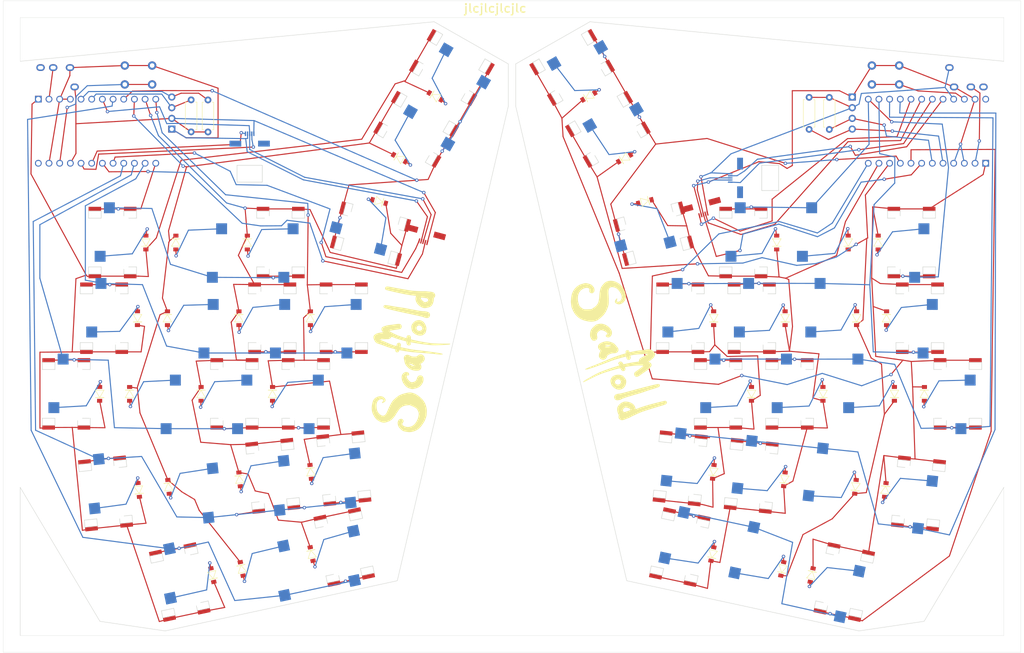
<source format=kicad_pcb>
(kicad_pcb (version 20171130) (host pcbnew 5.1.5+dfsg1-2build2)
  (layers (0 F.Cu signal) (31 B.Cu signal) (34 B.Paste user) (35 F.Paste user) (36 B.SilkS user) (37 F.SilkS user) (38 B.Mask user) (39 F.Mask user) (44 Edge.Cuts user))
  (net 0 "")
  (net 1 /ROW_T)
  (net 2 /COL_P)
  (net 3 "Net-(Col1-Padt2)")
  (net 4 "Net-(Col1-Padm2)")
  (net 5 /ROW_M)
  (net 6 /ROW_B)
  (net 7 "Net-(Col1-Padb2)")
  (net 8 /ROW_ADD)
  (net 9 /COL_R)
  (net 10 "Net-(Col2-Padt2)")
  (net 11 "Net-(Col2-Pada2)")
  (net 12 "Net-(Col2-Padm2)")
  (net 13 "Net-(Col2-Padb2)")
  (net 14 /COL_M)
  (net 15 "Net-(Col3-Padt2)")
  (net 16 "Net-(Col3-Pada2)")
  (net 17 "Net-(Col3-Padm2)")
  (net 18 "Net-(Col3-Padb2)")
  (net 19 /COL_I1)
  (net 20 "Net-(Col4-Padt2)")
  (net 21 "Net-(Col4-Pada2)")
  (net 22 "Net-(Col4-Padm2)")
  (net 23 "Net-(Col4-Padb2)")
  (net 24 /COL_I2)
  (net 25 "Net-(Col5-Padt2)")
  (net 26 "Net-(Col5-Padm2)")
  (net 27 "Net-(Col5-Padb2)")
  (net 28 /SERIAL)
  (net 29 GND)
  (net 30 VCC)
  (net 31 /JOYCON_Push)
  (net 32 /RST)
  (net 33 /COL_T)
  (net 34 /SCL)
  (net 35 /SDA)
  (net 36 "Net-(SW_and_D1-Pad2)")
  (net 37 "Net-(SW_and_D2-Pad2)")
  (net 38 "Net-(SW_and_D3-Pad2)")
  (net 39 /JOYCON_LR2)
  (net 40 /JOYCON_UD2)
  (net 41 /JOYCON_LR1)
  (net 42 /JOYCON_UD1)
  (net 43 /ROW_RT)
  (net 44 /COL_RP)
  (net 45 "Net-(ColR1-Padt2)")
  (net 46 "Net-(ColR1-Padm2)")
  (net 47 /ROW_RM)
  (net 48 /ROW_RB)
  (net 49 "Net-(ColR1-Padb2)")
  (net 50 /ROW_RADD)
  (net 51 /COL_RR)
  (net 52 "Net-(ColR2-Padt2)")
  (net 53 "Net-(ColR2-Pada2)")
  (net 54 "Net-(ColR2-Padm2)")
  (net 55 "Net-(ColR2-Padb2)")
  (net 56 /COL_RM)
  (net 57 "Net-(ColR3-Padt2)")
  (net 58 "Net-(ColR3-Pada2)")
  (net 59 "Net-(ColR3-Padm2)")
  (net 60 "Net-(ColR3-Padb2)")
  (net 61 /COL_RI1)
  (net 62 "Net-(ColR4-Padt2)")
  (net 63 "Net-(ColR4-Pada2)")
  (net 64 "Net-(ColR4-Padm2)")
  (net 65 "Net-(ColR4-Padb2)")
  (net 66 /COL_RI2)
  (net 67 "Net-(ColR5-Padt2)")
  (net 68 "Net-(ColR5-Padm2)")
  (net 69 "Net-(ColR5-Padb2)")
  (net 70 /SERIAL_R)
  (net 71 GNDD)
  (net 72 +5V)
  (net 73 /JOYCON_R_LR2)
  (net 74 /JOYCON_R_UD2)
  (net 75 /JOYCON_R_Push)
  (net 76 /JOYCON_R_LR1)
  (net 77 /JOYCON_R_UD1)
  (net 78 /SCL_R)
  (net 79 /SDA_R)
  (net 80 /RST_R)
  (net 81 /COL_RT)
  (net 82 "Net-(SW_and_DR1-Pad2)")
  (net 83 "Net-(SW_and_DR2-Pad2)")
  (net 84 "Net-(SW_and_DR3-Pad2)")
  (module scaffold:SW_PUSH_6mm_H4.3mm_no_SilkS (layer F.Cu) (at 206.608 15.414)
    (fp_text reference SW2)
    (fp_text value SW_Push)
    (pad 2 thru_hole circle (at 0 4.5 90) (size 2 2) (drill 1.1) (layers *.Cu *.Mask) (net 80 /RST_R))
    (pad 1 thru_hole circle (at 0 0 90) (size 2 2) (drill 1.1) (layers *.Cu *.Mask) (net 71 GNDD))
    (pad 2 thru_hole circle (at 6.5 4.5 90) (size 2 2) (drill 1.1) (layers *.Cu *.Mask) (net 80 /RST_R))
    (pad 1 thru_hole circle (at 6.5 0 90) (size 2 2) (drill 1.1) (layers *.Cu *.Mask) (net 71 GNDD))
  )
  (module scaffold:SW_PUSH_6mm_H4.3mm_no_SilkS (layer F.Cu) (at 28.892 15.414)
    (fp_text reference SW1)
    (fp_text value SW_Push)
    (pad 2 thru_hole circle (at 0 4.5 90) (size 2 2) (drill 1.1) (layers *.Cu *.Mask) (net 32 /RST))
    (pad 1 thru_hole circle (at 0 0 90) (size 2 2) (drill 1.1) (layers *.Cu *.Mask) (net 29 GND))
    (pad 2 thru_hole circle (at 6.5 4.5 90) (size 2 2) (drill 1.1) (layers *.Cu *.Mask) (net 32 /RST))
    (pad 1 thru_hole circle (at 6.5 0 90) (size 2 2) (drill 1.1) (layers *.Cu *.Mask) (net 29 GND))
  )
  (module Resistor_THT:R_Axial_DIN0207_L6.3mm_D2.5mm_P7.62mm_Horizontal (layer F.Cu) (at 191.675 30.6 90)
    (fp_text reference R_SDA_2 hide)
    (fp_text value 4.7k)
    (pad 2 thru_hole oval (at 7.62 0 90) (size 1.6 1.6) (drill 0.8) (layers *.Cu *.Mask) (net 72 +5V))
    (pad 1 thru_hole circle (at 0 0 90) (size 1.6 1.6) (drill 0.8) (layers *.Cu *.Mask) (net 79 /SDA_R))
  )
  (module Resistor_THT:R_Axial_DIN0207_L6.3mm_D2.5mm_P7.62mm_Horizontal (layer F.Cu) (at 48.675 23.6 270)
    (fp_text reference R_SDA_1 hide)
    (fp_text value 4.7k)
    (pad 2 thru_hole oval (at 7.62 0 270) (size 1.6 1.6) (drill 0.8) (layers *.Cu *.Mask) (net 30 VCC))
    (pad 1 thru_hole circle (at 0 0 270) (size 1.6 1.6) (drill 0.8) (layers *.Cu *.Mask) (net 35 /SDA))
  )
  (module Resistor_THT:R_Axial_DIN0207_L6.3mm_D2.5mm_P7.62mm_Horizontal (layer F.Cu) (at 196.475 23 270)
    (fp_text reference R_SCL_2 hide)
    (fp_text value 4.7k)
    (pad 1 thru_hole circle (at 0 0 270) (size 1.6 1.6) (drill 0.8) (layers *.Cu *.Mask) (net 72 +5V))
    (pad 2 thru_hole oval (at 7.62 0 270) (size 1.6 1.6) (drill 0.8) (layers *.Cu *.Mask) (net 78 /SCL_R))
  )
  (module Resistor_THT:R_Axial_DIN0207_L6.3mm_D2.5mm_P7.62mm_Horizontal (layer F.Cu) (at 44.675 31.2 90)
    (fp_text reference R_SCL_1 hide)
    (fp_text value 4.7k)
    (pad 2 thru_hole oval (at 7.62 0 90) (size 1.6 1.6) (drill 0.8) (layers *.Cu *.Mask) (net 34 /SCL))
    (pad 1 thru_hole circle (at 0 0 90) (size 1.6 1.6) (drill 0.8) (layers *.Cu *.Mask) (net 30 VCC))
  )
  (module scaffold:scaffold_logo (layer F.Cu) (at 141.006 88.877 283.6)
    (fp_text reference G*** hide)
    (fp_text value LOGO hide)
  )
  (module scaffold:scaffold_logo (layer F.Cu) (at 102.756 81.877 76.4)
    (fp_text reference G*** hide)
    (fp_text value LOGO hide)
  )
  (module scaffold:Col4_socket_PG1350_sod123_cutouts (layer F.Cu) (at 86.47 75.519 90)
    (fp_text reference Col4)
    (fp_text value Col4)
    (fp_line (start 7.5 -56.8) (end 5.8 -56.8) (layer Edge.Cuts) (width 0.12))
    (fp_line (start -5.8 -68.2) (end -7.5 -68.2) (layer Edge.Cuts) (width 0.12))
    (fp_line (start -5.8 -56.8) (end -7.5 -56.8) (layer Edge.Cuts) (width 0.12))
    (fp_line (start 7.5 -59.8) (end 7.5 -56.8) (layer Edge.Cuts) (width 0.12))
    (fp_line (start -5.8 -68.2) (end -5.8 -65.2) (layer Edge.Cuts) (width 0.12))
    (fp_line (start 7.5 -65.2) (end 7.5 -68.2) (layer Edge.Cuts) (width 0.12))
    (fp_line (start 5.8 -68.2) (end 5.8 -65.2) (layer Edge.Cuts) (width 0.12))
    (fp_line (start 7.5 -59.8) (end 5.8 -59.8) (layer Edge.Cuts) (width 0.12))
    (fp_line (start -7.5 -56.8) (end -7.5 -59.8) (layer Edge.Cuts) (width 0.12))
    (fp_line (start -5.8 -59.8) (end -5.8 -56.8) (layer Edge.Cuts) (width 0.12))
    (fp_line (start -7.5 -65.2) (end -7.5 -68.2) (layer Edge.Cuts) (width 0.12))
    (fp_line (start 7.5 -68.2) (end 5.8 -68.2) (layer Edge.Cuts) (width 0.12))
    (fp_line (start 5.8 -56.8) (end 5.8 -59.8) (layer Edge.Cuts) (width 0.12))
    (fp_line (start -5.8 -59.8) (end -7.5 -59.8) (layer Edge.Cuts) (width 0.12))
    (fp_line (start 7.5 -65.2) (end 5.8 -65.2) (layer Edge.Cuts) (width 0.12))
    (fp_line (start -5.8 -65.2) (end -7.5 -65.2) (layer Edge.Cuts) (width 0.12))
    (fp_line (start -7.5 -11.2) (end -5.8 -11.2) (layer Edge.Cuts) (width 0.12))
    (fp_line (start -5.8 -11.2) (end -5.8 -8.2) (layer Edge.Cuts) (width 0.12))
    (fp_line (start -7.5 -2.8) (end -7.5 0.2) (layer Edge.Cuts) (width 0.12))
    (fp_line (start 5.8 -8.2) (end 5.8 -11.2) (layer Edge.Cuts) (width 0.12))
    (fp_line (start 5.8 0.2) (end 7.5 0.2) (layer Edge.Cuts) (width 0.12))
    (fp_line (start 7.5 -11.2) (end 7.5 -8.2) (layer Edge.Cuts) (width 0.12))
    (fp_line (start -7.5 -8.2) (end -5.8 -8.2) (layer Edge.Cuts) (width 0.12))
    (fp_line (start 5.8 0.2) (end 5.8 -2.8) (layer Edge.Cuts) (width 0.12))
    (fp_line (start 5.8 -11.2) (end 7.5 -11.2) (layer Edge.Cuts) (width 0.12))
    (fp_line (start -7.5 0.2) (end -5.8 0.2) (layer Edge.Cuts) (width 0.12))
    (fp_line (start 7.5 -2.8) (end 7.5 0.2) (layer Edge.Cuts) (width 0.12))
    (fp_line (start 5.8 -2.8) (end 7.5 -2.8) (layer Edge.Cuts) (width 0.12))
    (fp_line (start -7.5 -2.8) (end -5.8 -2.8) (layer Edge.Cuts) (width 0.12))
    (fp_line (start -7.5 -8.2) (end -7.5 -11.2) (layer Edge.Cuts) (width 0.12))
    (fp_line (start -5.8 0.2) (end -5.8 -2.8) (layer Edge.Cuts) (width 0.12))
    (fp_line (start 5.8 -8.2) (end 7.5 -8.2) (layer Edge.Cuts) (width 0.12))
    (fp_line (start -7.5 -28.2) (end -5.8 -28.2) (layer Edge.Cuts) (width 0.12))
    (fp_line (start -5.8 -28.2) (end -5.8 -25.2) (layer Edge.Cuts) (width 0.12))
    (fp_line (start -7.5 -19.8) (end -7.5 -16.8) (layer Edge.Cuts) (width 0.12))
    (fp_line (start 5.8 -25.2) (end 5.8 -28.2) (layer Edge.Cuts) (width 0.12))
    (fp_line (start 5.8 -16.8) (end 7.5 -16.8) (layer Edge.Cuts) (width 0.12))
    (fp_line (start 7.5 -28.2) (end 7.5 -25.2) (layer Edge.Cuts) (width 0.12))
    (fp_line (start -7.5 -25.2) (end -5.8 -25.2) (layer Edge.Cuts) (width 0.12))
    (fp_line (start 5.8 -16.8) (end 5.8 -19.8) (layer Edge.Cuts) (width 0.12))
    (fp_line (start 5.8 -28.2) (end 7.5 -28.2) (layer Edge.Cuts) (width 0.12))
    (fp_line (start -7.5 -16.8) (end -5.8 -16.8) (layer Edge.Cuts) (width 0.12))
    (fp_line (start 7.5 -19.8) (end 7.5 -16.8) (layer Edge.Cuts) (width 0.12))
    (fp_line (start 5.8 -19.8) (end 7.5 -19.8) (layer Edge.Cuts) (width 0.12))
    (fp_line (start -7.5 -19.8) (end -5.8 -19.8) (layer Edge.Cuts) (width 0.12))
    (fp_line (start -7.5 -25.2) (end -7.5 -28.2) (layer Edge.Cuts) (width 0.12))
    (fp_line (start -5.8 -16.8) (end -5.8 -19.8) (layer Edge.Cuts) (width 0.12))
    (fp_line (start 5.8 -25.2) (end 7.5 -25.2) (layer Edge.Cuts) (width 0.12))
    (pad aK smd rect (at 8 -1.3 90) (size 1 3) (layers F.Cu F.Paste F.Mask) (net 8 /ROW_ADD))
    (pad a1 smd rect (at -8 -1.3 90) (size 1 3) (layers F.Cu F.Paste F.Mask) (net 19 /COL_I1))
    (pad tK smd rect (at -8 -66.7 270) (size 1 3) (layers F.Cu F.Paste F.Mask) (net 1 /ROW_T))
    (pad t1 smd rect (at 8 -66.7 270) (size 1 3) (layers F.Cu F.Paste F.Mask) (net 19 /COL_I1))
    (pad tA smd rect (at 1.64 -54.57 270) (size 0.92 1.22) (layers F.Cu F.Paste F.Mask) (net 20 "Net-(Col4-Padt2)"))
    (pad "" np_thru_hole circle (at 0 -65.45 270) (size 3 3) (drill 3) (layers *.Cu *.Mask))
    (pad "" np_thru_hole circle (at -5.22 -55.3 270) (size 0.9906 0.9906) (drill 0.9906) (layers *.Cu *.Mask))
    (pad t2 smd rect (at -3.275 -65.45 270) (size 2.6 2.6) (layers B.Cu B.Paste B.Mask) (net 20 "Net-(Col4-Padt2)"))
    (pad t1 smd rect (at 8.275 -63.25 270) (size 2.6 2.6) (layers B.Cu B.Paste B.Mask) (net 19 /COL_I1))
    (pad "" np_thru_hole circle (at 5 -63.25 270) (size 3 3) (drill 3) (layers *.Cu))
    (pad "" np_thru_hole circle (at 5.5 -59.5 270) (size 1.7018 1.7018) (drill 1.7018) (layers *.Cu))
    (pad tK smd rect (at -1.64 -54.57 270) (size 0.92 1.22) (layers F.Cu F.Paste F.Mask) (net 1 /ROW_T))
    (pad "" np_thru_hole circle (at 0 -59.5) (size 3.429 3.429) (drill 3.429) (layers *.Cu *.Mask))
    (pad "" np_thru_hole circle (at -5.5 -59.5 270) (size 1.7018 1.7018) (drill 1.7018) (layers *.Cu))
    (pad t1 smd rect (at 8 -58.3 270) (size 1 3) (layers F.Cu F.Paste F.Mask) (net 19 /COL_I1))
    (pad tK smd rect (at -8 -58.3 270) (size 1 3) (layers F.Cu F.Paste F.Mask) (net 1 /ROW_T))
    (pad "" np_thru_hole circle (at -5.5 -8.5 90) (size 1.7018 1.7018) (drill 1.7018) (layers *.Cu))
    (pad "" np_thru_hole circle (at -5 -4.75 90) (size 3 3) (drill 3) (layers *.Cu))
    (pad a1 smd rect (at -8 -9.7 90) (size 1 3) (layers F.Cu F.Paste F.Mask) (net 19 /COL_I1))
    (pad "" np_thru_hole circle (at 5.22 -12.7 90) (size 0.9906 0.9906) (drill 0.9906) (layers *.Cu *.Mask))
    (pad aA smd rect (at -1.64 -13.43 90) (size 0.92 1.22) (layers F.Cu F.Paste F.Mask) (net 21 "Net-(Col4-Pada2)"))
    (pad a1 smd rect (at -8.275 -4.75 90) (size 2.6 2.6) (layers B.Cu B.Paste B.Mask) (net 19 /COL_I1))
    (pad "" np_thru_hole circle (at 0 -2.55 90) (size 3 3) (drill 3) (layers *.Cu *.Mask))
    (pad aK smd rect (at 1.64 -13.43 90) (size 0.92 1.22) (layers F.Cu F.Paste F.Mask) (net 8 /ROW_ADD))
    (pad "" np_thru_hole circle (at 0 -8.5 90) (size 3.429 3.429) (drill 3.429) (layers *.Cu *.Mask))
    (pad aK smd rect (at 8 -9.7 90) (size 1 3) (layers F.Cu F.Paste F.Mask) (net 8 /ROW_ADD))
    (pad a2 smd rect (at 3.275 -2.55 90) (size 2.6 2.6) (layers B.Cu B.Paste B.Mask) (net 21 "Net-(Col4-Pada2)"))
    (pad "" np_thru_hole circle (at 5.5 -8.5 90) (size 1.7018 1.7018) (drill 1.7018) (layers *.Cu))
    (pad "" np_thru_hole circle (at 5.22 -46.7 90) (size 0.9906 0.9906) (drill 0.9906) (layers *.Cu *.Mask))
    (pad m1 smd rect (at -8.275 -38.75 90) (size 2.6 2.6) (layers B.Cu B.Paste B.Mask) (net 19 /COL_I1))
    (pad "" np_thru_hole circle (at 0 -36.55 90) (size 3 3) (drill 3) (layers *.Cu *.Mask))
    (pad "" np_thru_hole circle (at 0 -42.5 90) (size 3.429 3.429) (drill 3.429) (layers *.Cu *.Mask))
    (pad "" np_thru_hole circle (at -5 -38.75 90) (size 3 3) (drill 3) (layers *.Cu))
    (pad m2 smd rect (at 3.275 -36.55 90) (size 2.6 2.6) (layers B.Cu B.Paste B.Mask) (net 22 "Net-(Col4-Padm2)"))
    (pad "" np_thru_hole circle (at 5.5 -42.5 90) (size 1.7018 1.7018) (drill 1.7018) (layers *.Cu))
    (pad "" np_thru_hole circle (at -5.5 -42.5 90) (size 1.7018 1.7018) (drill 1.7018) (layers *.Cu))
    (pad mK smd rect (at 1.64 -47.43 90) (size 0.92 1.22) (layers F.Cu F.Paste F.Mask) (net 5 /ROW_M))
    (pad mA smd rect (at -1.64 -47.43 90) (size 0.92 1.22) (layers F.Cu F.Paste F.Mask) (net 22 "Net-(Col4-Padm2)"))
    (pad bK smd rect (at 8 -26.7 90) (size 1 3) (layers F.Cu F.Paste F.Mask) (net 6 /ROW_B))
    (pad b2 smd rect (at 3.275 -19.55 90) (size 2.6 2.6) (layers B.Cu B.Paste B.Mask) (net 23 "Net-(Col4-Padb2)"))
    (pad "" np_thru_hole circle (at 5.5 -25.5 90) (size 1.7018 1.7018) (drill 1.7018) (layers *.Cu))
    (pad bK smd rect (at 8 -18.3 90) (size 1 3) (layers F.Cu F.Paste F.Mask) (net 6 /ROW_B))
    (pad b1 smd rect (at -8 -18.3 90) (size 1 3) (layers F.Cu F.Paste F.Mask) (net 19 /COL_I1))
    (pad "" np_thru_hole circle (at -5.5 -25.5 90) (size 1.7018 1.7018) (drill 1.7018) (layers *.Cu))
    (pad "" np_thru_hole circle (at -5 -21.75 90) (size 3 3) (drill 3) (layers *.Cu))
    (pad b1 smd rect (at -8 -26.7 90) (size 1 3) (layers F.Cu F.Paste F.Mask) (net 19 /COL_I1))
    (pad "" np_thru_hole circle (at 5.22 -29.7 90) (size 0.9906 0.9906) (drill 0.9906) (layers *.Cu *.Mask))
    (pad bA smd rect (at -1.64 -30.43 90) (size 0.92 1.22) (layers F.Cu F.Paste F.Mask) (net 23 "Net-(Col4-Padb2)"))
    (pad b1 smd rect (at -8.275 -21.75 90) (size 2.6 2.6) (layers B.Cu B.Paste B.Mask) (net 19 /COL_I1))
    (pad "" np_thru_hole circle (at 0 -19.55 90) (size 3 3) (drill 3) (layers *.Cu *.Mask))
    (pad bK smd rect (at 1.64 -30.43 90) (size 0.92 1.22) (layers F.Cu F.Paste F.Mask) (net 6 /ROW_B))
    (pad "" np_thru_hole circle (at 0 -25.5 90) (size 3.429 3.429) (drill 3.429) (layers *.Cu *.Mask))
  )
  (module scaffold:Col4_socket_PG1350_sod123_cutouts (layer F.Cu) (at 86.47 110.664508 96)
    (fp_text reference Col2)
    (fp_text value Col4)
    (fp_line (start 7.5 -56.8) (end 5.8 -56.8) (layer Edge.Cuts) (width 0.12))
    (fp_line (start -5.8 -68.2) (end -7.5 -68.2) (layer Edge.Cuts) (width 0.12))
    (fp_line (start -5.8 -56.8) (end -7.5 -56.8) (layer Edge.Cuts) (width 0.12))
    (fp_line (start 7.5 -59.8) (end 7.5 -56.8) (layer Edge.Cuts) (width 0.12))
    (fp_line (start -5.8 -68.2) (end -5.8 -65.2) (layer Edge.Cuts) (width 0.12))
    (fp_line (start 7.5 -65.2) (end 7.5 -68.2) (layer Edge.Cuts) (width 0.12))
    (fp_line (start 5.8 -68.2) (end 5.8 -65.2) (layer Edge.Cuts) (width 0.12))
    (fp_line (start 7.5 -59.8) (end 5.8 -59.8) (layer Edge.Cuts) (width 0.12))
    (fp_line (start -7.5 -56.8) (end -7.5 -59.8) (layer Edge.Cuts) (width 0.12))
    (fp_line (start -5.8 -59.8) (end -5.8 -56.8) (layer Edge.Cuts) (width 0.12))
    (fp_line (start -7.5 -65.2) (end -7.5 -68.2) (layer Edge.Cuts) (width 0.12))
    (fp_line (start 7.5 -68.2) (end 5.8 -68.2) (layer Edge.Cuts) (width 0.12))
    (fp_line (start 5.8 -56.8) (end 5.8 -59.8) (layer Edge.Cuts) (width 0.12))
    (fp_line (start -5.8 -59.8) (end -7.5 -59.8) (layer Edge.Cuts) (width 0.12))
    (fp_line (start 7.5 -65.2) (end 5.8 -65.2) (layer Edge.Cuts) (width 0.12))
    (fp_line (start -5.8 -65.2) (end -7.5 -65.2) (layer Edge.Cuts) (width 0.12))
    (fp_line (start -7.5 -11.2) (end -5.8 -11.2) (layer Edge.Cuts) (width 0.12))
    (fp_line (start -5.8 -11.2) (end -5.8 -8.2) (layer Edge.Cuts) (width 0.12))
    (fp_line (start -7.5 -2.8) (end -7.5 0.2) (layer Edge.Cuts) (width 0.12))
    (fp_line (start 5.8 -8.2) (end 5.8 -11.2) (layer Edge.Cuts) (width 0.12))
    (fp_line (start 5.8 0.2) (end 7.5 0.2) (layer Edge.Cuts) (width 0.12))
    (fp_line (start 7.5 -11.2) (end 7.5 -8.2) (layer Edge.Cuts) (width 0.12))
    (fp_line (start -7.5 -8.2) (end -5.8 -8.2) (layer Edge.Cuts) (width 0.12))
    (fp_line (start 5.8 0.2) (end 5.8 -2.8) (layer Edge.Cuts) (width 0.12))
    (fp_line (start 5.8 -11.2) (end 7.5 -11.2) (layer Edge.Cuts) (width 0.12))
    (fp_line (start -7.5 0.2) (end -5.8 0.2) (layer Edge.Cuts) (width 0.12))
    (fp_line (start 7.5 -2.8) (end 7.5 0.2) (layer Edge.Cuts) (width 0.12))
    (fp_line (start 5.8 -2.8) (end 7.5 -2.8) (layer Edge.Cuts) (width 0.12))
    (fp_line (start -7.5 -2.8) (end -5.8 -2.8) (layer Edge.Cuts) (width 0.12))
    (fp_line (start -7.5 -8.2) (end -7.5 -11.2) (layer Edge.Cuts) (width 0.12))
    (fp_line (start -5.8 0.2) (end -5.8 -2.8) (layer Edge.Cuts) (width 0.12))
    (fp_line (start 5.8 -8.2) (end 7.5 -8.2) (layer Edge.Cuts) (width 0.12))
    (fp_line (start -7.5 -28.2) (end -5.8 -28.2) (layer Edge.Cuts) (width 0.12))
    (fp_line (start -5.8 -28.2) (end -5.8 -25.2) (layer Edge.Cuts) (width 0.12))
    (fp_line (start -7.5 -19.8) (end -7.5 -16.8) (layer Edge.Cuts) (width 0.12))
    (fp_line (start 5.8 -25.2) (end 5.8 -28.2) (layer Edge.Cuts) (width 0.12))
    (fp_line (start 5.8 -16.8) (end 7.5 -16.8) (layer Edge.Cuts) (width 0.12))
    (fp_line (start 7.5 -28.2) (end 7.5 -25.2) (layer Edge.Cuts) (width 0.12))
    (fp_line (start -7.5 -25.2) (end -5.8 -25.2) (layer Edge.Cuts) (width 0.12))
    (fp_line (start 5.8 -16.8) (end 5.8 -19.8) (layer Edge.Cuts) (width 0.12))
    (fp_line (start 5.8 -28.2) (end 7.5 -28.2) (layer Edge.Cuts) (width 0.12))
    (fp_line (start -7.5 -16.8) (end -5.8 -16.8) (layer Edge.Cuts) (width 0.12))
    (fp_line (start 7.5 -19.8) (end 7.5 -16.8) (layer Edge.Cuts) (width 0.12))
    (fp_line (start 5.8 -19.8) (end 7.5 -19.8) (layer Edge.Cuts) (width 0.12))
    (fp_line (start -7.5 -19.8) (end -5.8 -19.8) (layer Edge.Cuts) (width 0.12))
    (fp_line (start -7.5 -25.2) (end -7.5 -28.2) (layer Edge.Cuts) (width 0.12))
    (fp_line (start -5.8 -16.8) (end -5.8 -19.8) (layer Edge.Cuts) (width 0.12))
    (fp_line (start 5.8 -25.2) (end 7.5 -25.2) (layer Edge.Cuts) (width 0.12))
    (pad aK smd rect (at 8 -1.3 96) (size 1 3) (layers F.Cu F.Paste F.Mask) (net 8 /ROW_ADD))
    (pad a1 smd rect (at -8 -1.3 96) (size 1 3) (layers F.Cu F.Paste F.Mask) (net 9 /COL_R))
    (pad tK smd rect (at -8 -66.7 276) (size 1 3) (layers F.Cu F.Paste F.Mask) (net 1 /ROW_T))
    (pad t1 smd rect (at 8 -66.7 276) (size 1 3) (layers F.Cu F.Paste F.Mask) (net 9 /COL_R))
    (pad tA smd rect (at 1.64 -54.57 276) (size 0.92 1.22) (layers F.Cu F.Paste F.Mask) (net 10 "Net-(Col2-Padt2)"))
    (pad "" np_thru_hole circle (at 0 -65.45 276) (size 3 3) (drill 3) (layers *.Cu *.Mask))
    (pad "" np_thru_hole circle (at -5.22 -55.3 276) (size 0.9906 0.9906) (drill 0.9906) (layers *.Cu *.Mask))
    (pad t2 smd rect (at -3.275 -65.45 276) (size 2.6 2.6) (layers B.Cu B.Paste B.Mask) (net 10 "Net-(Col2-Padt2)"))
    (pad t1 smd rect (at 8.275 -63.25 276) (size 2.6 2.6) (layers B.Cu B.Paste B.Mask) (net 9 /COL_R))
    (pad "" np_thru_hole circle (at 5 -63.25 276) (size 3 3) (drill 3) (layers *.Cu))
    (pad "" np_thru_hole circle (at 5.5 -59.5 276) (size 1.7018 1.7018) (drill 1.7018) (layers *.Cu))
    (pad tK smd rect (at -1.64 -54.57 276) (size 0.92 1.22) (layers F.Cu F.Paste F.Mask) (net 1 /ROW_T))
    (pad "" np_thru_hole circle (at 0 -59.5 6) (size 3.429 3.429) (drill 3.429) (layers *.Cu *.Mask))
    (pad "" np_thru_hole circle (at -5.5 -59.5 276) (size 1.7018 1.7018) (drill 1.7018) (layers *.Cu))
    (pad t1 smd rect (at 8 -58.3 276) (size 1 3) (layers F.Cu F.Paste F.Mask) (net 9 /COL_R))
    (pad tK smd rect (at -8 -58.3 276) (size 1 3) (layers F.Cu F.Paste F.Mask) (net 1 /ROW_T))
    (pad "" np_thru_hole circle (at -5.5 -8.5 96) (size 1.7018 1.7018) (drill 1.7018) (layers *.Cu))
    (pad "" np_thru_hole circle (at -5 -4.75 96) (size 3 3) (drill 3) (layers *.Cu))
    (pad a1 smd rect (at -8 -9.7 96) (size 1 3) (layers F.Cu F.Paste F.Mask) (net 9 /COL_R))
    (pad "" np_thru_hole circle (at 5.22 -12.7 96) (size 0.9906 0.9906) (drill 0.9906) (layers *.Cu *.Mask))
    (pad aA smd rect (at -1.64 -13.43 96) (size 0.92 1.22) (layers F.Cu F.Paste F.Mask) (net 11 "Net-(Col2-Pada2)"))
    (pad a1 smd rect (at -8.275 -4.75 96) (size 2.6 2.6) (layers B.Cu B.Paste B.Mask) (net 9 /COL_R))
    (pad "" np_thru_hole circle (at 0 -2.55 96) (size 3 3) (drill 3) (layers *.Cu *.Mask))
    (pad aK smd rect (at 1.64 -13.43 96) (size 0.92 1.22) (layers F.Cu F.Paste F.Mask) (net 8 /ROW_ADD))
    (pad "" np_thru_hole circle (at 0 -8.5 96) (size 3.429 3.429) (drill 3.429) (layers *.Cu *.Mask))
    (pad aK smd rect (at 8 -9.7 96) (size 1 3) (layers F.Cu F.Paste F.Mask) (net 8 /ROW_ADD))
    (pad a2 smd rect (at 3.275 -2.55 96) (size 2.6 2.6) (layers B.Cu B.Paste B.Mask) (net 11 "Net-(Col2-Pada2)"))
    (pad "" np_thru_hole circle (at 5.5 -8.5 96) (size 1.7018 1.7018) (drill 1.7018) (layers *.Cu))
    (pad "" np_thru_hole circle (at 5.22 -46.7 96) (size 0.9906 0.9906) (drill 0.9906) (layers *.Cu *.Mask))
    (pad m1 smd rect (at -8.275 -38.75 96) (size 2.6 2.6) (layers B.Cu B.Paste B.Mask) (net 9 /COL_R))
    (pad "" np_thru_hole circle (at 0 -36.55 96) (size 3 3) (drill 3) (layers *.Cu *.Mask))
    (pad "" np_thru_hole circle (at 0 -42.5 96) (size 3.429 3.429) (drill 3.429) (layers *.Cu *.Mask))
    (pad "" np_thru_hole circle (at -5 -38.75 96) (size 3 3) (drill 3) (layers *.Cu))
    (pad m2 smd rect (at 3.275 -36.55 96) (size 2.6 2.6) (layers B.Cu B.Paste B.Mask) (net 12 "Net-(Col2-Padm2)"))
    (pad "" np_thru_hole circle (at 5.5 -42.5 96) (size 1.7018 1.7018) (drill 1.7018) (layers *.Cu))
    (pad "" np_thru_hole circle (at -5.5 -42.5 96) (size 1.7018 1.7018) (drill 1.7018) (layers *.Cu))
    (pad mK smd rect (at 1.64 -47.43 96) (size 0.92 1.22) (layers F.Cu F.Paste F.Mask) (net 5 /ROW_M))
    (pad mA smd rect (at -1.64 -47.43 96) (size 0.92 1.22) (layers F.Cu F.Paste F.Mask) (net 12 "Net-(Col2-Padm2)"))
    (pad bK smd rect (at 8 -26.7 96) (size 1 3) (layers F.Cu F.Paste F.Mask) (net 6 /ROW_B))
    (pad b2 smd rect (at 3.275 -19.55 96) (size 2.6 2.6) (layers B.Cu B.Paste B.Mask) (net 13 "Net-(Col2-Padb2)"))
    (pad "" np_thru_hole circle (at 5.5 -25.5 96) (size 1.7018 1.7018) (drill 1.7018) (layers *.Cu))
    (pad bK smd rect (at 8 -18.3 96) (size 1 3) (layers F.Cu F.Paste F.Mask) (net 6 /ROW_B))
    (pad b1 smd rect (at -8 -18.3 96) (size 1 3) (layers F.Cu F.Paste F.Mask) (net 9 /COL_R))
    (pad "" np_thru_hole circle (at -5.5 -25.5 96) (size 1.7018 1.7018) (drill 1.7018) (layers *.Cu))
    (pad "" np_thru_hole circle (at -5 -21.75 96) (size 3 3) (drill 3) (layers *.Cu))
    (pad b1 smd rect (at -8 -26.7 96) (size 1 3) (layers F.Cu F.Paste F.Mask) (net 9 /COL_R))
    (pad "" np_thru_hole circle (at 5.22 -29.7 96) (size 0.9906 0.9906) (drill 0.9906) (layers *.Cu *.Mask))
    (pad bA smd rect (at -1.64 -30.43 96) (size 0.92 1.22) (layers F.Cu F.Paste F.Mask) (net 13 "Net-(Col2-Padb2)"))
    (pad b1 smd rect (at -8.275 -21.75 96) (size 2.6 2.6) (layers B.Cu B.Paste B.Mask) (net 9 /COL_R))
    (pad "" np_thru_hole circle (at 0 -19.55 96) (size 3 3) (drill 3) (layers *.Cu *.Mask))
    (pad bK smd rect (at 1.64 -30.43 96) (size 0.92 1.22) (layers F.Cu F.Paste F.Mask) (net 6 /ROW_B))
    (pad "" np_thru_hole circle (at 0 -25.5 96) (size 3.429 3.429) (drill 3.429) (layers *.Cu *.Mask))
  )
  (module scaffold:Col4_socket_PG1350_sod123_cutouts (layer F.Cu) (at 77.47 93.519 90)
    (fp_text reference Col3)
    (fp_text value Col4)
    (fp_line (start 7.5 -56.8) (end 5.8 -56.8) (layer Edge.Cuts) (width 0.12))
    (fp_line (start -5.8 -68.2) (end -7.5 -68.2) (layer Edge.Cuts) (width 0.12))
    (fp_line (start -5.8 -56.8) (end -7.5 -56.8) (layer Edge.Cuts) (width 0.12))
    (fp_line (start 7.5 -59.8) (end 7.5 -56.8) (layer Edge.Cuts) (width 0.12))
    (fp_line (start -5.8 -68.2) (end -5.8 -65.2) (layer Edge.Cuts) (width 0.12))
    (fp_line (start 7.5 -65.2) (end 7.5 -68.2) (layer Edge.Cuts) (width 0.12))
    (fp_line (start 5.8 -68.2) (end 5.8 -65.2) (layer Edge.Cuts) (width 0.12))
    (fp_line (start 7.5 -59.8) (end 5.8 -59.8) (layer Edge.Cuts) (width 0.12))
    (fp_line (start -7.5 -56.8) (end -7.5 -59.8) (layer Edge.Cuts) (width 0.12))
    (fp_line (start -5.8 -59.8) (end -5.8 -56.8) (layer Edge.Cuts) (width 0.12))
    (fp_line (start -7.5 -65.2) (end -7.5 -68.2) (layer Edge.Cuts) (width 0.12))
    (fp_line (start 7.5 -68.2) (end 5.8 -68.2) (layer Edge.Cuts) (width 0.12))
    (fp_line (start 5.8 -56.8) (end 5.8 -59.8) (layer Edge.Cuts) (width 0.12))
    (fp_line (start -5.8 -59.8) (end -7.5 -59.8) (layer Edge.Cuts) (width 0.12))
    (fp_line (start 7.5 -65.2) (end 5.8 -65.2) (layer Edge.Cuts) (width 0.12))
    (fp_line (start -5.8 -65.2) (end -7.5 -65.2) (layer Edge.Cuts) (width 0.12))
    (fp_line (start -7.5 -11.2) (end -5.8 -11.2) (layer Edge.Cuts) (width 0.12))
    (fp_line (start -5.8 -11.2) (end -5.8 -8.2) (layer Edge.Cuts) (width 0.12))
    (fp_line (start -7.5 -2.8) (end -7.5 0.2) (layer Edge.Cuts) (width 0.12))
    (fp_line (start 5.8 -8.2) (end 5.8 -11.2) (layer Edge.Cuts) (width 0.12))
    (fp_line (start 5.8 0.2) (end 7.5 0.2) (layer Edge.Cuts) (width 0.12))
    (fp_line (start 7.5 -11.2) (end 7.5 -8.2) (layer Edge.Cuts) (width 0.12))
    (fp_line (start -7.5 -8.2) (end -5.8 -8.2) (layer Edge.Cuts) (width 0.12))
    (fp_line (start 5.8 0.2) (end 5.8 -2.8) (layer Edge.Cuts) (width 0.12))
    (fp_line (start 5.8 -11.2) (end 7.5 -11.2) (layer Edge.Cuts) (width 0.12))
    (fp_line (start -7.5 0.2) (end -5.8 0.2) (layer Edge.Cuts) (width 0.12))
    (fp_line (start 7.5 -2.8) (end 7.5 0.2) (layer Edge.Cuts) (width 0.12))
    (fp_line (start 5.8 -2.8) (end 7.5 -2.8) (layer Edge.Cuts) (width 0.12))
    (fp_line (start -7.5 -2.8) (end -5.8 -2.8) (layer Edge.Cuts) (width 0.12))
    (fp_line (start -7.5 -8.2) (end -7.5 -11.2) (layer Edge.Cuts) (width 0.12))
    (fp_line (start -5.8 0.2) (end -5.8 -2.8) (layer Edge.Cuts) (width 0.12))
    (fp_line (start 5.8 -8.2) (end 7.5 -8.2) (layer Edge.Cuts) (width 0.12))
    (fp_line (start -7.5 -28.2) (end -5.8 -28.2) (layer Edge.Cuts) (width 0.12))
    (fp_line (start -5.8 -28.2) (end -5.8 -25.2) (layer Edge.Cuts) (width 0.12))
    (fp_line (start -7.5 -19.8) (end -7.5 -16.8) (layer Edge.Cuts) (width 0.12))
    (fp_line (start 5.8 -25.2) (end 5.8 -28.2) (layer Edge.Cuts) (width 0.12))
    (fp_line (start 5.8 -16.8) (end 7.5 -16.8) (layer Edge.Cuts) (width 0.12))
    (fp_line (start 7.5 -28.2) (end 7.5 -25.2) (layer Edge.Cuts) (width 0.12))
    (fp_line (start -7.5 -25.2) (end -5.8 -25.2) (layer Edge.Cuts) (width 0.12))
    (fp_line (start 5.8 -16.8) (end 5.8 -19.8) (layer Edge.Cuts) (width 0.12))
    (fp_line (start 5.8 -28.2) (end 7.5 -28.2) (layer Edge.Cuts) (width 0.12))
    (fp_line (start -7.5 -16.8) (end -5.8 -16.8) (layer Edge.Cuts) (width 0.12))
    (fp_line (start 7.5 -19.8) (end 7.5 -16.8) (layer Edge.Cuts) (width 0.12))
    (fp_line (start 5.8 -19.8) (end 7.5 -19.8) (layer Edge.Cuts) (width 0.12))
    (fp_line (start -7.5 -19.8) (end -5.8 -19.8) (layer Edge.Cuts) (width 0.12))
    (fp_line (start -7.5 -25.2) (end -7.5 -28.2) (layer Edge.Cuts) (width 0.12))
    (fp_line (start -5.8 -16.8) (end -5.8 -19.8) (layer Edge.Cuts) (width 0.12))
    (fp_line (start 5.8 -25.2) (end 7.5 -25.2) (layer Edge.Cuts) (width 0.12))
    (pad aK smd rect (at 8 -1.3 90) (size 1 3) (layers F.Cu F.Paste F.Mask) (net 8 /ROW_ADD))
    (pad a1 smd rect (at -8 -1.3 90) (size 1 3) (layers F.Cu F.Paste F.Mask) (net 14 /COL_M))
    (pad tK smd rect (at -8 -66.7 270) (size 1 3) (layers F.Cu F.Paste F.Mask) (net 1 /ROW_T))
    (pad t1 smd rect (at 8 -66.7 270) (size 1 3) (layers F.Cu F.Paste F.Mask) (net 14 /COL_M))
    (pad tA smd rect (at 1.64 -54.57 270) (size 0.92 1.22) (layers F.Cu F.Paste F.Mask) (net 15 "Net-(Col3-Padt2)"))
    (pad "" np_thru_hole circle (at 0 -65.45 270) (size 3 3) (drill 3) (layers *.Cu *.Mask))
    (pad "" np_thru_hole circle (at -5.22 -55.3 270) (size 0.9906 0.9906) (drill 0.9906) (layers *.Cu *.Mask))
    (pad t2 smd rect (at -3.275 -65.45 270) (size 2.6 2.6) (layers B.Cu B.Paste B.Mask) (net 15 "Net-(Col3-Padt2)"))
    (pad t1 smd rect (at 8.275 -63.25 270) (size 2.6 2.6) (layers B.Cu B.Paste B.Mask) (net 14 /COL_M))
    (pad "" np_thru_hole circle (at 5 -63.25 270) (size 3 3) (drill 3) (layers *.Cu))
    (pad "" np_thru_hole circle (at 5.5 -59.5 270) (size 1.7018 1.7018) (drill 1.7018) (layers *.Cu))
    (pad tK smd rect (at -1.64 -54.57 270) (size 0.92 1.22) (layers F.Cu F.Paste F.Mask) (net 1 /ROW_T))
    (pad "" np_thru_hole circle (at 0 -59.5) (size 3.429 3.429) (drill 3.429) (layers *.Cu *.Mask))
    (pad "" np_thru_hole circle (at -5.5 -59.5 270) (size 1.7018 1.7018) (drill 1.7018) (layers *.Cu))
    (pad t1 smd rect (at 8 -58.3 270) (size 1 3) (layers F.Cu F.Paste F.Mask) (net 14 /COL_M))
    (pad tK smd rect (at -8 -58.3 270) (size 1 3) (layers F.Cu F.Paste F.Mask) (net 1 /ROW_T))
    (pad "" np_thru_hole circle (at -5.5 -8.5 90) (size 1.7018 1.7018) (drill 1.7018) (layers *.Cu))
    (pad "" np_thru_hole circle (at -5 -4.75 90) (size 3 3) (drill 3) (layers *.Cu))
    (pad a1 smd rect (at -8 -9.7 90) (size 1 3) (layers F.Cu F.Paste F.Mask) (net 14 /COL_M))
    (pad "" np_thru_hole circle (at 5.22 -12.7 90) (size 0.9906 0.9906) (drill 0.9906) (layers *.Cu *.Mask))
    (pad aA smd rect (at -1.64 -13.43 90) (size 0.92 1.22) (layers F.Cu F.Paste F.Mask) (net 16 "Net-(Col3-Pada2)"))
    (pad a1 smd rect (at -8.275 -4.75 90) (size 2.6 2.6) (layers B.Cu B.Paste B.Mask) (net 14 /COL_M))
    (pad "" np_thru_hole circle (at 0 -2.55 90) (size 3 3) (drill 3) (layers *.Cu *.Mask))
    (pad aK smd rect (at 1.64 -13.43 90) (size 0.92 1.22) (layers F.Cu F.Paste F.Mask) (net 8 /ROW_ADD))
    (pad "" np_thru_hole circle (at 0 -8.5 90) (size 3.429 3.429) (drill 3.429) (layers *.Cu *.Mask))
    (pad aK smd rect (at 8 -9.7 90) (size 1 3) (layers F.Cu F.Paste F.Mask) (net 8 /ROW_ADD))
    (pad a2 smd rect (at 3.275 -2.55 90) (size 2.6 2.6) (layers B.Cu B.Paste B.Mask) (net 16 "Net-(Col3-Pada2)"))
    (pad "" np_thru_hole circle (at 5.5 -8.5 90) (size 1.7018 1.7018) (drill 1.7018) (layers *.Cu))
    (pad "" np_thru_hole circle (at 5.22 -46.7 90) (size 0.9906 0.9906) (drill 0.9906) (layers *.Cu *.Mask))
    (pad m1 smd rect (at -8.275 -38.75 90) (size 2.6 2.6) (layers B.Cu B.Paste B.Mask) (net 14 /COL_M))
    (pad "" np_thru_hole circle (at 0 -36.55 90) (size 3 3) (drill 3) (layers *.Cu *.Mask))
    (pad "" np_thru_hole circle (at 0 -42.5 90) (size 3.429 3.429) (drill 3.429) (layers *.Cu *.Mask))
    (pad "" np_thru_hole circle (at -5 -38.75 90) (size 3 3) (drill 3) (layers *.Cu))
    (pad m2 smd rect (at 3.275 -36.55 90) (size 2.6 2.6) (layers B.Cu B.Paste B.Mask) (net 17 "Net-(Col3-Padm2)"))
    (pad "" np_thru_hole circle (at 5.5 -42.5 90) (size 1.7018 1.7018) (drill 1.7018) (layers *.Cu))
    (pad "" np_thru_hole circle (at -5.5 -42.5 90) (size 1.7018 1.7018) (drill 1.7018) (layers *.Cu))
    (pad mK smd rect (at 1.64 -47.43 90) (size 0.92 1.22) (layers F.Cu F.Paste F.Mask) (net 5 /ROW_M))
    (pad mA smd rect (at -1.64 -47.43 90) (size 0.92 1.22) (layers F.Cu F.Paste F.Mask) (net 17 "Net-(Col3-Padm2)"))
    (pad bK smd rect (at 8 -26.7 90) (size 1 3) (layers F.Cu F.Paste F.Mask) (net 6 /ROW_B))
    (pad b2 smd rect (at 3.275 -19.55 90) (size 2.6 2.6) (layers B.Cu B.Paste B.Mask) (net 18 "Net-(Col3-Padb2)"))
    (pad "" np_thru_hole circle (at 5.5 -25.5 90) (size 1.7018 1.7018) (drill 1.7018) (layers *.Cu))
    (pad bK smd rect (at 8 -18.3 90) (size 1 3) (layers F.Cu F.Paste F.Mask) (net 6 /ROW_B))
    (pad b1 smd rect (at -8 -18.3 90) (size 1 3) (layers F.Cu F.Paste F.Mask) (net 14 /COL_M))
    (pad "" np_thru_hole circle (at -5.5 -25.5 90) (size 1.7018 1.7018) (drill 1.7018) (layers *.Cu))
    (pad "" np_thru_hole circle (at -5 -21.75 90) (size 3 3) (drill 3) (layers *.Cu))
    (pad b1 smd rect (at -8 -26.7 90) (size 1 3) (layers F.Cu F.Paste F.Mask) (net 14 /COL_M))
    (pad "" np_thru_hole circle (at 5.22 -29.7 90) (size 0.9906 0.9906) (drill 0.9906) (layers *.Cu *.Mask))
    (pad bA smd rect (at -1.64 -30.43 90) (size 0.92 1.22) (layers F.Cu F.Paste F.Mask) (net 18 "Net-(Col3-Padb2)"))
    (pad b1 smd rect (at -8.275 -21.75 90) (size 2.6 2.6) (layers B.Cu B.Paste B.Mask) (net 14 /COL_M))
    (pad "" np_thru_hole circle (at 0 -19.55 90) (size 3 3) (drill 3) (layers *.Cu *.Mask))
    (pad bK smd rect (at 1.64 -30.43 90) (size 0.92 1.22) (layers F.Cu F.Paste F.Mask) (net 6 /ROW_B))
    (pad "" np_thru_hole circle (at 0 -25.5 90) (size 3.429 3.429) (drill 3.429) (layers *.Cu *.Mask))
  )
  (module scaffold:Col4_socket_PG1350_sod123_cutouts (layer F.Cu) (at 155.53 75.519 270)
    (fp_text reference ColR4)
    (fp_text value Col4)
    (fp_line (start 7.5 -56.8) (end 5.8 -56.8) (layer Edge.Cuts) (width 0.12))
    (fp_line (start -5.8 -68.2) (end -7.5 -68.2) (layer Edge.Cuts) (width 0.12))
    (fp_line (start -5.8 -56.8) (end -7.5 -56.8) (layer Edge.Cuts) (width 0.12))
    (fp_line (start 7.5 -59.8) (end 7.5 -56.8) (layer Edge.Cuts) (width 0.12))
    (fp_line (start -5.8 -68.2) (end -5.8 -65.2) (layer Edge.Cuts) (width 0.12))
    (fp_line (start 7.5 -65.2) (end 7.5 -68.2) (layer Edge.Cuts) (width 0.12))
    (fp_line (start 5.8 -68.2) (end 5.8 -65.2) (layer Edge.Cuts) (width 0.12))
    (fp_line (start 7.5 -59.8) (end 5.8 -59.8) (layer Edge.Cuts) (width 0.12))
    (fp_line (start -7.5 -56.8) (end -7.5 -59.8) (layer Edge.Cuts) (width 0.12))
    (fp_line (start -5.8 -59.8) (end -5.8 -56.8) (layer Edge.Cuts) (width 0.12))
    (fp_line (start -7.5 -65.2) (end -7.5 -68.2) (layer Edge.Cuts) (width 0.12))
    (fp_line (start 7.5 -68.2) (end 5.8 -68.2) (layer Edge.Cuts) (width 0.12))
    (fp_line (start 5.8 -56.8) (end 5.8 -59.8) (layer Edge.Cuts) (width 0.12))
    (fp_line (start -5.8 -59.8) (end -7.5 -59.8) (layer Edge.Cuts) (width 0.12))
    (fp_line (start 7.5 -65.2) (end 5.8 -65.2) (layer Edge.Cuts) (width 0.12))
    (fp_line (start -5.8 -65.2) (end -7.5 -65.2) (layer Edge.Cuts) (width 0.12))
    (fp_line (start -7.5 -11.2) (end -5.8 -11.2) (layer Edge.Cuts) (width 0.12))
    (fp_line (start -5.8 -11.2) (end -5.8 -8.2) (layer Edge.Cuts) (width 0.12))
    (fp_line (start -7.5 -2.8) (end -7.5 0.2) (layer Edge.Cuts) (width 0.12))
    (fp_line (start 5.8 -8.2) (end 5.8 -11.2) (layer Edge.Cuts) (width 0.12))
    (fp_line (start 5.8 0.2) (end 7.5 0.2) (layer Edge.Cuts) (width 0.12))
    (fp_line (start 7.5 -11.2) (end 7.5 -8.2) (layer Edge.Cuts) (width 0.12))
    (fp_line (start -7.5 -8.2) (end -5.8 -8.2) (layer Edge.Cuts) (width 0.12))
    (fp_line (start 5.8 0.2) (end 5.8 -2.8) (layer Edge.Cuts) (width 0.12))
    (fp_line (start 5.8 -11.2) (end 7.5 -11.2) (layer Edge.Cuts) (width 0.12))
    (fp_line (start -7.5 0.2) (end -5.8 0.2) (layer Edge.Cuts) (width 0.12))
    (fp_line (start 7.5 -2.8) (end 7.5 0.2) (layer Edge.Cuts) (width 0.12))
    (fp_line (start 5.8 -2.8) (end 7.5 -2.8) (layer Edge.Cuts) (width 0.12))
    (fp_line (start -7.5 -2.8) (end -5.8 -2.8) (layer Edge.Cuts) (width 0.12))
    (fp_line (start -7.5 -8.2) (end -7.5 -11.2) (layer Edge.Cuts) (width 0.12))
    (fp_line (start -5.8 0.2) (end -5.8 -2.8) (layer Edge.Cuts) (width 0.12))
    (fp_line (start 5.8 -8.2) (end 7.5 -8.2) (layer Edge.Cuts) (width 0.12))
    (fp_line (start -7.5 -28.2) (end -5.8 -28.2) (layer Edge.Cuts) (width 0.12))
    (fp_line (start -5.8 -28.2) (end -5.8 -25.2) (layer Edge.Cuts) (width 0.12))
    (fp_line (start -7.5 -19.8) (end -7.5 -16.8) (layer Edge.Cuts) (width 0.12))
    (fp_line (start 5.8 -25.2) (end 5.8 -28.2) (layer Edge.Cuts) (width 0.12))
    (fp_line (start 5.8 -16.8) (end 7.5 -16.8) (layer Edge.Cuts) (width 0.12))
    (fp_line (start 7.5 -28.2) (end 7.5 -25.2) (layer Edge.Cuts) (width 0.12))
    (fp_line (start -7.5 -25.2) (end -5.8 -25.2) (layer Edge.Cuts) (width 0.12))
    (fp_line (start 5.8 -16.8) (end 5.8 -19.8) (layer Edge.Cuts) (width 0.12))
    (fp_line (start 5.8 -28.2) (end 7.5 -28.2) (layer Edge.Cuts) (width 0.12))
    (fp_line (start -7.5 -16.8) (end -5.8 -16.8) (layer Edge.Cuts) (width 0.12))
    (fp_line (start 7.5 -19.8) (end 7.5 -16.8) (layer Edge.Cuts) (width 0.12))
    (fp_line (start 5.8 -19.8) (end 7.5 -19.8) (layer Edge.Cuts) (width 0.12))
    (fp_line (start -7.5 -19.8) (end -5.8 -19.8) (layer Edge.Cuts) (width 0.12))
    (fp_line (start -7.5 -25.2) (end -7.5 -28.2) (layer Edge.Cuts) (width 0.12))
    (fp_line (start -5.8 -16.8) (end -5.8 -19.8) (layer Edge.Cuts) (width 0.12))
    (fp_line (start 5.8 -25.2) (end 7.5 -25.2) (layer Edge.Cuts) (width 0.12))
    (pad aK smd rect (at 8 -1.3 270) (size 1 3) (layers F.Cu F.Paste F.Mask) (net 50 /ROW_RADD))
    (pad a1 smd rect (at -8 -1.3 270) (size 1 3) (layers F.Cu F.Paste F.Mask) (net 61 /COL_RI1))
    (pad tK smd rect (at -8 -66.7 90) (size 1 3) (layers F.Cu F.Paste F.Mask) (net 43 /ROW_RT))
    (pad t1 smd rect (at 8 -66.7 90) (size 1 3) (layers F.Cu F.Paste F.Mask) (net 61 /COL_RI1))
    (pad tA smd rect (at 1.64 -54.57 90) (size 0.92 1.22) (layers F.Cu F.Paste F.Mask) (net 62 "Net-(ColR4-Padt2)"))
    (pad "" np_thru_hole circle (at 0 -65.45 90) (size 3 3) (drill 3) (layers *.Cu *.Mask))
    (pad "" np_thru_hole circle (at -5.22 -55.3 90) (size 0.9906 0.9906) (drill 0.9906) (layers *.Cu *.Mask))
    (pad t2 smd rect (at -3.275 -65.45 90) (size 2.6 2.6) (layers B.Cu B.Paste B.Mask) (net 62 "Net-(ColR4-Padt2)"))
    (pad t1 smd rect (at 8.275 -63.25 90) (size 2.6 2.6) (layers B.Cu B.Paste B.Mask) (net 61 /COL_RI1))
    (pad "" np_thru_hole circle (at 5 -63.25 90) (size 3 3) (drill 3) (layers *.Cu))
    (pad "" np_thru_hole circle (at 5.5 -59.5 90) (size 1.7018 1.7018) (drill 1.7018) (layers *.Cu))
    (pad tK smd rect (at -1.64 -54.57 90) (size 0.92 1.22) (layers F.Cu F.Paste F.Mask) (net 43 /ROW_RT))
    (pad "" np_thru_hole circle (at 0 -59.5 180) (size 3.429 3.429) (drill 3.429) (layers *.Cu *.Mask))
    (pad "" np_thru_hole circle (at -5.5 -59.5 90) (size 1.7018 1.7018) (drill 1.7018) (layers *.Cu))
    (pad t1 smd rect (at 8 -58.3 90) (size 1 3) (layers F.Cu F.Paste F.Mask) (net 61 /COL_RI1))
    (pad tK smd rect (at -8 -58.3 90) (size 1 3) (layers F.Cu F.Paste F.Mask) (net 43 /ROW_RT))
    (pad "" np_thru_hole circle (at -5.5 -8.5 270) (size 1.7018 1.7018) (drill 1.7018) (layers *.Cu))
    (pad "" np_thru_hole circle (at -5 -4.75 270) (size 3 3) (drill 3) (layers *.Cu))
    (pad a1 smd rect (at -8 -9.7 270) (size 1 3) (layers F.Cu F.Paste F.Mask) (net 61 /COL_RI1))
    (pad "" np_thru_hole circle (at 5.22 -12.7 270) (size 0.9906 0.9906) (drill 0.9906) (layers *.Cu *.Mask))
    (pad aA smd rect (at -1.64 -13.43 270) (size 0.92 1.22) (layers F.Cu F.Paste F.Mask) (net 63 "Net-(ColR4-Pada2)"))
    (pad a1 smd rect (at -8.275 -4.75 270) (size 2.6 2.6) (layers B.Cu B.Paste B.Mask) (net 61 /COL_RI1))
    (pad "" np_thru_hole circle (at 0 -2.55 270) (size 3 3) (drill 3) (layers *.Cu *.Mask))
    (pad aK smd rect (at 1.64 -13.43 270) (size 0.92 1.22) (layers F.Cu F.Paste F.Mask) (net 50 /ROW_RADD))
    (pad "" np_thru_hole circle (at 0 -8.5 270) (size 3.429 3.429) (drill 3.429) (layers *.Cu *.Mask))
    (pad aK smd rect (at 8 -9.7 270) (size 1 3) (layers F.Cu F.Paste F.Mask) (net 50 /ROW_RADD))
    (pad a2 smd rect (at 3.275 -2.55 270) (size 2.6 2.6) (layers B.Cu B.Paste B.Mask) (net 63 "Net-(ColR4-Pada2)"))
    (pad "" np_thru_hole circle (at 5.5 -8.5 270) (size 1.7018 1.7018) (drill 1.7018) (layers *.Cu))
    (pad "" np_thru_hole circle (at 5.22 -46.7 270) (size 0.9906 0.9906) (drill 0.9906) (layers *.Cu *.Mask))
    (pad m1 smd rect (at -8.275 -38.75 270) (size 2.6 2.6) (layers B.Cu B.Paste B.Mask) (net 61 /COL_RI1))
    (pad "" np_thru_hole circle (at 0 -36.55 270) (size 3 3) (drill 3) (layers *.Cu *.Mask))
    (pad "" np_thru_hole circle (at 0 -42.5 270) (size 3.429 3.429) (drill 3.429) (layers *.Cu *.Mask))
    (pad "" np_thru_hole circle (at -5 -38.75 270) (size 3 3) (drill 3) (layers *.Cu))
    (pad m2 smd rect (at 3.275 -36.55 270) (size 2.6 2.6) (layers B.Cu B.Paste B.Mask) (net 64 "Net-(ColR4-Padm2)"))
    (pad "" np_thru_hole circle (at 5.5 -42.5 270) (size 1.7018 1.7018) (drill 1.7018) (layers *.Cu))
    (pad "" np_thru_hole circle (at -5.5 -42.5 270) (size 1.7018 1.7018) (drill 1.7018) (layers *.Cu))
    (pad mK smd rect (at 1.64 -47.43 270) (size 0.92 1.22) (layers F.Cu F.Paste F.Mask) (net 47 /ROW_RM))
    (pad mA smd rect (at -1.64 -47.43 270) (size 0.92 1.22) (layers F.Cu F.Paste F.Mask) (net 64 "Net-(ColR4-Padm2)"))
    (pad bK smd rect (at 8 -26.7 270) (size 1 3) (layers F.Cu F.Paste F.Mask) (net 48 /ROW_RB))
    (pad b2 smd rect (at 3.275 -19.55 270) (size 2.6 2.6) (layers B.Cu B.Paste B.Mask) (net 65 "Net-(ColR4-Padb2)"))
    (pad "" np_thru_hole circle (at 5.5 -25.5 270) (size 1.7018 1.7018) (drill 1.7018) (layers *.Cu))
    (pad bK smd rect (at 8 -18.3 270) (size 1 3) (layers F.Cu F.Paste F.Mask) (net 48 /ROW_RB))
    (pad b1 smd rect (at -8 -18.3 270) (size 1 3) (layers F.Cu F.Paste F.Mask) (net 61 /COL_RI1))
    (pad "" np_thru_hole circle (at -5.5 -25.5 270) (size 1.7018 1.7018) (drill 1.7018) (layers *.Cu))
    (pad "" np_thru_hole circle (at -5 -21.75 270) (size 3 3) (drill 3) (layers *.Cu))
    (pad b1 smd rect (at -8 -26.7 270) (size 1 3) (layers F.Cu F.Paste F.Mask) (net 61 /COL_RI1))
    (pad "" np_thru_hole circle (at 5.22 -29.7 270) (size 0.9906 0.9906) (drill 0.9906) (layers *.Cu *.Mask))
    (pad bA smd rect (at -1.64 -30.43 270) (size 0.92 1.22) (layers F.Cu F.Paste F.Mask) (net 65 "Net-(ColR4-Padb2)"))
    (pad b1 smd rect (at -8.275 -21.75 270) (size 2.6 2.6) (layers B.Cu B.Paste B.Mask) (net 61 /COL_RI1))
    (pad "" np_thru_hole circle (at 0 -19.55 270) (size 3 3) (drill 3) (layers *.Cu *.Mask))
    (pad bK smd rect (at 1.64 -30.43 270) (size 0.92 1.22) (layers F.Cu F.Paste F.Mask) (net 48 /ROW_RB))
    (pad "" np_thru_hole circle (at 0 -25.5 270) (size 3.429 3.429) (drill 3.429) (layers *.Cu *.Mask))
  )
  (module scaffold:Col4_socket_PG1350_sod123_cutouts (layer F.Cu) (at 155.53 110.664508 264)
    (fp_text reference ColR2)
    (fp_text value Col4)
    (fp_line (start 7.5 -56.8) (end 5.8 -56.8) (layer Edge.Cuts) (width 0.12))
    (fp_line (start -5.8 -68.2) (end -7.5 -68.2) (layer Edge.Cuts) (width 0.12))
    (fp_line (start -5.8 -56.8) (end -7.5 -56.8) (layer Edge.Cuts) (width 0.12))
    (fp_line (start 7.5 -59.8) (end 7.5 -56.8) (layer Edge.Cuts) (width 0.12))
    (fp_line (start -5.8 -68.2) (end -5.8 -65.2) (layer Edge.Cuts) (width 0.12))
    (fp_line (start 7.5 -65.2) (end 7.5 -68.2) (layer Edge.Cuts) (width 0.12))
    (fp_line (start 5.8 -68.2) (end 5.8 -65.2) (layer Edge.Cuts) (width 0.12))
    (fp_line (start 7.5 -59.8) (end 5.8 -59.8) (layer Edge.Cuts) (width 0.12))
    (fp_line (start -7.5 -56.8) (end -7.5 -59.8) (layer Edge.Cuts) (width 0.12))
    (fp_line (start -5.8 -59.8) (end -5.8 -56.8) (layer Edge.Cuts) (width 0.12))
    (fp_line (start -7.5 -65.2) (end -7.5 -68.2) (layer Edge.Cuts) (width 0.12))
    (fp_line (start 7.5 -68.2) (end 5.8 -68.2) (layer Edge.Cuts) (width 0.12))
    (fp_line (start 5.8 -56.8) (end 5.8 -59.8) (layer Edge.Cuts) (width 0.12))
    (fp_line (start -5.8 -59.8) (end -7.5 -59.8) (layer Edge.Cuts) (width 0.12))
    (fp_line (start 7.5 -65.2) (end 5.8 -65.2) (layer Edge.Cuts) (width 0.12))
    (fp_line (start -5.8 -65.2) (end -7.5 -65.2) (layer Edge.Cuts) (width 0.12))
    (fp_line (start -7.5 -11.2) (end -5.8 -11.2) (layer Edge.Cuts) (width 0.12))
    (fp_line (start -5.8 -11.2) (end -5.8 -8.2) (layer Edge.Cuts) (width 0.12))
    (fp_line (start -7.5 -2.8) (end -7.5 0.2) (layer Edge.Cuts) (width 0.12))
    (fp_line (start 5.8 -8.2) (end 5.8 -11.2) (layer Edge.Cuts) (width 0.12))
    (fp_line (start 5.8 0.2) (end 7.5 0.2) (layer Edge.Cuts) (width 0.12))
    (fp_line (start 7.5 -11.2) (end 7.5 -8.2) (layer Edge.Cuts) (width 0.12))
    (fp_line (start -7.5 -8.2) (end -5.8 -8.2) (layer Edge.Cuts) (width 0.12))
    (fp_line (start 5.8 0.2) (end 5.8 -2.8) (layer Edge.Cuts) (width 0.12))
    (fp_line (start 5.8 -11.2) (end 7.5 -11.2) (layer Edge.Cuts) (width 0.12))
    (fp_line (start -7.5 0.2) (end -5.8 0.2) (layer Edge.Cuts) (width 0.12))
    (fp_line (start 7.5 -2.8) (end 7.5 0.2) (layer Edge.Cuts) (width 0.12))
    (fp_line (start 5.8 -2.8) (end 7.5 -2.8) (layer Edge.Cuts) (width 0.12))
    (fp_line (start -7.5 -2.8) (end -5.8 -2.8) (layer Edge.Cuts) (width 0.12))
    (fp_line (start -7.5 -8.2) (end -7.5 -11.2) (layer Edge.Cuts) (width 0.12))
    (fp_line (start -5.8 0.2) (end -5.8 -2.8) (layer Edge.Cuts) (width 0.12))
    (fp_line (start 5.8 -8.2) (end 7.5 -8.2) (layer Edge.Cuts) (width 0.12))
    (fp_line (start -7.5 -28.2) (end -5.8 -28.2) (layer Edge.Cuts) (width 0.12))
    (fp_line (start -5.8 -28.2) (end -5.8 -25.2) (layer Edge.Cuts) (width 0.12))
    (fp_line (start -7.5 -19.8) (end -7.5 -16.8) (layer Edge.Cuts) (width 0.12))
    (fp_line (start 5.8 -25.2) (end 5.8 -28.2) (layer Edge.Cuts) (width 0.12))
    (fp_line (start 5.8 -16.8) (end 7.5 -16.8) (layer Edge.Cuts) (width 0.12))
    (fp_line (start 7.5 -28.2) (end 7.5 -25.2) (layer Edge.Cuts) (width 0.12))
    (fp_line (start -7.5 -25.2) (end -5.8 -25.2) (layer Edge.Cuts) (width 0.12))
    (fp_line (start 5.8 -16.8) (end 5.8 -19.8) (layer Edge.Cuts) (width 0.12))
    (fp_line (start 5.8 -28.2) (end 7.5 -28.2) (layer Edge.Cuts) (width 0.12))
    (fp_line (start -7.5 -16.8) (end -5.8 -16.8) (layer Edge.Cuts) (width 0.12))
    (fp_line (start 7.5 -19.8) (end 7.5 -16.8) (layer Edge.Cuts) (width 0.12))
    (fp_line (start 5.8 -19.8) (end 7.5 -19.8) (layer Edge.Cuts) (width 0.12))
    (fp_line (start -7.5 -19.8) (end -5.8 -19.8) (layer Edge.Cuts) (width 0.12))
    (fp_line (start -7.5 -25.2) (end -7.5 -28.2) (layer Edge.Cuts) (width 0.12))
    (fp_line (start -5.8 -16.8) (end -5.8 -19.8) (layer Edge.Cuts) (width 0.12))
    (fp_line (start 5.8 -25.2) (end 7.5 -25.2) (layer Edge.Cuts) (width 0.12))
    (pad aK smd rect (at 8 -1.3 264) (size 1 3) (layers F.Cu F.Paste F.Mask) (net 50 /ROW_RADD))
    (pad a1 smd rect (at -8 -1.3 264) (size 1 3) (layers F.Cu F.Paste F.Mask) (net 51 /COL_RR))
    (pad tK smd rect (at -8 -66.7 84) (size 1 3) (layers F.Cu F.Paste F.Mask) (net 43 /ROW_RT))
    (pad t1 smd rect (at 8 -66.7 84) (size 1 3) (layers F.Cu F.Paste F.Mask) (net 51 /COL_RR))
    (pad tA smd rect (at 1.64 -54.57 84) (size 0.92 1.22) (layers F.Cu F.Paste F.Mask) (net 52 "Net-(ColR2-Padt2)"))
    (pad "" np_thru_hole circle (at 0 -65.45 84) (size 3 3) (drill 3) (layers *.Cu *.Mask))
    (pad "" np_thru_hole circle (at -5.22 -55.3 84) (size 0.9906 0.9906) (drill 0.9906) (layers *.Cu *.Mask))
    (pad t2 smd rect (at -3.275 -65.45 84) (size 2.6 2.6) (layers B.Cu B.Paste B.Mask) (net 52 "Net-(ColR2-Padt2)"))
    (pad t1 smd rect (at 8.275 -63.25 84) (size 2.6 2.6) (layers B.Cu B.Paste B.Mask) (net 51 /COL_RR))
    (pad "" np_thru_hole circle (at 5 -63.25 84) (size 3 3) (drill 3) (layers *.Cu))
    (pad "" np_thru_hole circle (at 5.5 -59.5 84) (size 1.7018 1.7018) (drill 1.7018) (layers *.Cu))
    (pad tK smd rect (at -1.64 -54.57 84) (size 0.92 1.22) (layers F.Cu F.Paste F.Mask) (net 43 /ROW_RT))
    (pad "" np_thru_hole circle (at 0 -59.5 174) (size 3.429 3.429) (drill 3.429) (layers *.Cu *.Mask))
    (pad "" np_thru_hole circle (at -5.5 -59.5 84) (size 1.7018 1.7018) (drill 1.7018) (layers *.Cu))
    (pad t1 smd rect (at 8 -58.3 84) (size 1 3) (layers F.Cu F.Paste F.Mask) (net 51 /COL_RR))
    (pad tK smd rect (at -8 -58.3 84) (size 1 3) (layers F.Cu F.Paste F.Mask) (net 43 /ROW_RT))
    (pad "" np_thru_hole circle (at -5.5 -8.5 264) (size 1.7018 1.7018) (drill 1.7018) (layers *.Cu))
    (pad "" np_thru_hole circle (at -5 -4.75 264) (size 3 3) (drill 3) (layers *.Cu))
    (pad a1 smd rect (at -8 -9.7 264) (size 1 3) (layers F.Cu F.Paste F.Mask) (net 51 /COL_RR))
    (pad "" np_thru_hole circle (at 5.22 -12.7 264) (size 0.9906 0.9906) (drill 0.9906) (layers *.Cu *.Mask))
    (pad aA smd rect (at -1.64 -13.43 264) (size 0.92 1.22) (layers F.Cu F.Paste F.Mask) (net 53 "Net-(ColR2-Pada2)"))
    (pad a1 smd rect (at -8.275 -4.75 264) (size 2.6 2.6) (layers B.Cu B.Paste B.Mask) (net 51 /COL_RR))
    (pad "" np_thru_hole circle (at 0 -2.55 264) (size 3 3) (drill 3) (layers *.Cu *.Mask))
    (pad aK smd rect (at 1.64 -13.43 264) (size 0.92 1.22) (layers F.Cu F.Paste F.Mask) (net 50 /ROW_RADD))
    (pad "" np_thru_hole circle (at 0 -8.5 264) (size 3.429 3.429) (drill 3.429) (layers *.Cu *.Mask))
    (pad aK smd rect (at 8 -9.7 264) (size 1 3) (layers F.Cu F.Paste F.Mask) (net 50 /ROW_RADD))
    (pad a2 smd rect (at 3.275 -2.55 264) (size 2.6 2.6) (layers B.Cu B.Paste B.Mask) (net 53 "Net-(ColR2-Pada2)"))
    (pad "" np_thru_hole circle (at 5.5 -8.5 264) (size 1.7018 1.7018) (drill 1.7018) (layers *.Cu))
    (pad "" np_thru_hole circle (at 5.22 -46.7 264) (size 0.9906 0.9906) (drill 0.9906) (layers *.Cu *.Mask))
    (pad m1 smd rect (at -8.275 -38.75 264) (size 2.6 2.6) (layers B.Cu B.Paste B.Mask) (net 51 /COL_RR))
    (pad "" np_thru_hole circle (at 0 -36.55 264) (size 3 3) (drill 3) (layers *.Cu *.Mask))
    (pad "" np_thru_hole circle (at 0 -42.5 264) (size 3.429 3.429) (drill 3.429) (layers *.Cu *.Mask))
    (pad "" np_thru_hole circle (at -5 -38.75 264) (size 3 3) (drill 3) (layers *.Cu))
    (pad m2 smd rect (at 3.275 -36.55 264) (size 2.6 2.6) (layers B.Cu B.Paste B.Mask) (net 54 "Net-(ColR2-Padm2)"))
    (pad "" np_thru_hole circle (at 5.5 -42.5 264) (size 1.7018 1.7018) (drill 1.7018) (layers *.Cu))
    (pad "" np_thru_hole circle (at -5.5 -42.5 264) (size 1.7018 1.7018) (drill 1.7018) (layers *.Cu))
    (pad mK smd rect (at 1.64 -47.43 264) (size 0.92 1.22) (layers F.Cu F.Paste F.Mask) (net 47 /ROW_RM))
    (pad mA smd rect (at -1.64 -47.43 264) (size 0.92 1.22) (layers F.Cu F.Paste F.Mask) (net 54 "Net-(ColR2-Padm2)"))
    (pad bK smd rect (at 8 -26.7 264) (size 1 3) (layers F.Cu F.Paste F.Mask) (net 48 /ROW_RB))
    (pad b2 smd rect (at 3.275 -19.55 264) (size 2.6 2.6) (layers B.Cu B.Paste B.Mask) (net 55 "Net-(ColR2-Padb2)"))
    (pad "" np_thru_hole circle (at 5.5 -25.5 264) (size 1.7018 1.7018) (drill 1.7018) (layers *.Cu))
    (pad bK smd rect (at 8 -18.3 264) (size 1 3) (layers F.Cu F.Paste F.Mask) (net 48 /ROW_RB))
    (pad b1 smd rect (at -8 -18.3 264) (size 1 3) (layers F.Cu F.Paste F.Mask) (net 51 /COL_RR))
    (pad "" np_thru_hole circle (at -5.5 -25.5 264) (size 1.7018 1.7018) (drill 1.7018) (layers *.Cu))
    (pad "" np_thru_hole circle (at -5 -21.75 264) (size 3 3) (drill 3) (layers *.Cu))
    (pad b1 smd rect (at -8 -26.7 264) (size 1 3) (layers F.Cu F.Paste F.Mask) (net 51 /COL_RR))
    (pad "" np_thru_hole circle (at 5.22 -29.7 264) (size 0.9906 0.9906) (drill 0.9906) (layers *.Cu *.Mask))
    (pad bA smd rect (at -1.64 -30.43 264) (size 0.92 1.22) (layers F.Cu F.Paste F.Mask) (net 55 "Net-(ColR2-Padb2)"))
    (pad b1 smd rect (at -8.275 -21.75 264) (size 2.6 2.6) (layers B.Cu B.Paste B.Mask) (net 51 /COL_RR))
    (pad "" np_thru_hole circle (at 0 -19.55 264) (size 3 3) (drill 3) (layers *.Cu *.Mask))
    (pad bK smd rect (at 1.64 -30.43 264) (size 0.92 1.22) (layers F.Cu F.Paste F.Mask) (net 48 /ROW_RB))
    (pad "" np_thru_hole circle (at 0 -25.5 264) (size 3.429 3.429) (drill 3.429) (layers *.Cu *.Mask))
  )
  (module scaffold:Col4_socket_PG1350_sod123_cutouts (layer F.Cu) (at 164.53 93.519 270)
    (fp_text reference ColR3)
    (fp_text value Col4)
    (fp_line (start 7.5 -56.8) (end 5.8 -56.8) (layer Edge.Cuts) (width 0.12))
    (fp_line (start -5.8 -68.2) (end -7.5 -68.2) (layer Edge.Cuts) (width 0.12))
    (fp_line (start -5.8 -56.8) (end -7.5 -56.8) (layer Edge.Cuts) (width 0.12))
    (fp_line (start 7.5 -59.8) (end 7.5 -56.8) (layer Edge.Cuts) (width 0.12))
    (fp_line (start -5.8 -68.2) (end -5.8 -65.2) (layer Edge.Cuts) (width 0.12))
    (fp_line (start 7.5 -65.2) (end 7.5 -68.2) (layer Edge.Cuts) (width 0.12))
    (fp_line (start 5.8 -68.2) (end 5.8 -65.2) (layer Edge.Cuts) (width 0.12))
    (fp_line (start 7.5 -59.8) (end 5.8 -59.8) (layer Edge.Cuts) (width 0.12))
    (fp_line (start -7.5 -56.8) (end -7.5 -59.8) (layer Edge.Cuts) (width 0.12))
    (fp_line (start -5.8 -59.8) (end -5.8 -56.8) (layer Edge.Cuts) (width 0.12))
    (fp_line (start -7.5 -65.2) (end -7.5 -68.2) (layer Edge.Cuts) (width 0.12))
    (fp_line (start 7.5 -68.2) (end 5.8 -68.2) (layer Edge.Cuts) (width 0.12))
    (fp_line (start 5.8 -56.8) (end 5.8 -59.8) (layer Edge.Cuts) (width 0.12))
    (fp_line (start -5.8 -59.8) (end -7.5 -59.8) (layer Edge.Cuts) (width 0.12))
    (fp_line (start 7.5 -65.2) (end 5.8 -65.2) (layer Edge.Cuts) (width 0.12))
    (fp_line (start -5.8 -65.2) (end -7.5 -65.2) (layer Edge.Cuts) (width 0.12))
    (fp_line (start -7.5 -11.2) (end -5.8 -11.2) (layer Edge.Cuts) (width 0.12))
    (fp_line (start -5.8 -11.2) (end -5.8 -8.2) (layer Edge.Cuts) (width 0.12))
    (fp_line (start -7.5 -2.8) (end -7.5 0.2) (layer Edge.Cuts) (width 0.12))
    (fp_line (start 5.8 -8.2) (end 5.8 -11.2) (layer Edge.Cuts) (width 0.12))
    (fp_line (start 5.8 0.2) (end 7.5 0.2) (layer Edge.Cuts) (width 0.12))
    (fp_line (start 7.5 -11.2) (end 7.5 -8.2) (layer Edge.Cuts) (width 0.12))
    (fp_line (start -7.5 -8.2) (end -5.8 -8.2) (layer Edge.Cuts) (width 0.12))
    (fp_line (start 5.8 0.2) (end 5.8 -2.8) (layer Edge.Cuts) (width 0.12))
    (fp_line (start 5.8 -11.2) (end 7.5 -11.2) (layer Edge.Cuts) (width 0.12))
    (fp_line (start -7.5 0.2) (end -5.8 0.2) (layer Edge.Cuts) (width 0.12))
    (fp_line (start 7.5 -2.8) (end 7.5 0.2) (layer Edge.Cuts) (width 0.12))
    (fp_line (start 5.8 -2.8) (end 7.5 -2.8) (layer Edge.Cuts) (width 0.12))
    (fp_line (start -7.5 -2.8) (end -5.8 -2.8) (layer Edge.Cuts) (width 0.12))
    (fp_line (start -7.5 -8.2) (end -7.5 -11.2) (layer Edge.Cuts) (width 0.12))
    (fp_line (start -5.8 0.2) (end -5.8 -2.8) (layer Edge.Cuts) (width 0.12))
    (fp_line (start 5.8 -8.2) (end 7.5 -8.2) (layer Edge.Cuts) (width 0.12))
    (fp_line (start -7.5 -28.2) (end -5.8 -28.2) (layer Edge.Cuts) (width 0.12))
    (fp_line (start -5.8 -28.2) (end -5.8 -25.2) (layer Edge.Cuts) (width 0.12))
    (fp_line (start -7.5 -19.8) (end -7.5 -16.8) (layer Edge.Cuts) (width 0.12))
    (fp_line (start 5.8 -25.2) (end 5.8 -28.2) (layer Edge.Cuts) (width 0.12))
    (fp_line (start 5.8 -16.8) (end 7.5 -16.8) (layer Edge.Cuts) (width 0.12))
    (fp_line (start 7.5 -28.2) (end 7.5 -25.2) (layer Edge.Cuts) (width 0.12))
    (fp_line (start -7.5 -25.2) (end -5.8 -25.2) (layer Edge.Cuts) (width 0.12))
    (fp_line (start 5.8 -16.8) (end 5.8 -19.8) (layer Edge.Cuts) (width 0.12))
    (fp_line (start 5.8 -28.2) (end 7.5 -28.2) (layer Edge.Cuts) (width 0.12))
    (fp_line (start -7.5 -16.8) (end -5.8 -16.8) (layer Edge.Cuts) (width 0.12))
    (fp_line (start 7.5 -19.8) (end 7.5 -16.8) (layer Edge.Cuts) (width 0.12))
    (fp_line (start 5.8 -19.8) (end 7.5 -19.8) (layer Edge.Cuts) (width 0.12))
    (fp_line (start -7.5 -19.8) (end -5.8 -19.8) (layer Edge.Cuts) (width 0.12))
    (fp_line (start -7.5 -25.2) (end -7.5 -28.2) (layer Edge.Cuts) (width 0.12))
    (fp_line (start -5.8 -16.8) (end -5.8 -19.8) (layer Edge.Cuts) (width 0.12))
    (fp_line (start 5.8 -25.2) (end 7.5 -25.2) (layer Edge.Cuts) (width 0.12))
    (pad aK smd rect (at 8 -1.3 270) (size 1 3) (layers F.Cu F.Paste F.Mask) (net 50 /ROW_RADD))
    (pad a1 smd rect (at -8 -1.3 270) (size 1 3) (layers F.Cu F.Paste F.Mask) (net 56 /COL_RM))
    (pad tK smd rect (at -8 -66.7 90) (size 1 3) (layers F.Cu F.Paste F.Mask) (net 43 /ROW_RT))
    (pad t1 smd rect (at 8 -66.7 90) (size 1 3) (layers F.Cu F.Paste F.Mask) (net 56 /COL_RM))
    (pad tA smd rect (at 1.64 -54.57 90) (size 0.92 1.22) (layers F.Cu F.Paste F.Mask) (net 57 "Net-(ColR3-Padt2)"))
    (pad "" np_thru_hole circle (at 0 -65.45 90) (size 3 3) (drill 3) (layers *.Cu *.Mask))
    (pad "" np_thru_hole circle (at -5.22 -55.3 90) (size 0.9906 0.9906) (drill 0.9906) (layers *.Cu *.Mask))
    (pad t2 smd rect (at -3.275 -65.45 90) (size 2.6 2.6) (layers B.Cu B.Paste B.Mask) (net 57 "Net-(ColR3-Padt2)"))
    (pad t1 smd rect (at 8.275 -63.25 90) (size 2.6 2.6) (layers B.Cu B.Paste B.Mask) (net 56 /COL_RM))
    (pad "" np_thru_hole circle (at 5 -63.25 90) (size 3 3) (drill 3) (layers *.Cu))
    (pad "" np_thru_hole circle (at 5.5 -59.5 90) (size 1.7018 1.7018) (drill 1.7018) (layers *.Cu))
    (pad tK smd rect (at -1.64 -54.57 90) (size 0.92 1.22) (layers F.Cu F.Paste F.Mask) (net 43 /ROW_RT))
    (pad "" np_thru_hole circle (at 0 -59.5 180) (size 3.429 3.429) (drill 3.429) (layers *.Cu *.Mask))
    (pad "" np_thru_hole circle (at -5.5 -59.5 90) (size 1.7018 1.7018) (drill 1.7018) (layers *.Cu))
    (pad t1 smd rect (at 8 -58.3 90) (size 1 3) (layers F.Cu F.Paste F.Mask) (net 56 /COL_RM))
    (pad tK smd rect (at -8 -58.3 90) (size 1 3) (layers F.Cu F.Paste F.Mask) (net 43 /ROW_RT))
    (pad "" np_thru_hole circle (at -5.5 -8.5 270) (size 1.7018 1.7018) (drill 1.7018) (layers *.Cu))
    (pad "" np_thru_hole circle (at -5 -4.75 270) (size 3 3) (drill 3) (layers *.Cu))
    (pad a1 smd rect (at -8 -9.7 270) (size 1 3) (layers F.Cu F.Paste F.Mask) (net 56 /COL_RM))
    (pad "" np_thru_hole circle (at 5.22 -12.7 270) (size 0.9906 0.9906) (drill 0.9906) (layers *.Cu *.Mask))
    (pad aA smd rect (at -1.64 -13.43 270) (size 0.92 1.22) (layers F.Cu F.Paste F.Mask) (net 58 "Net-(ColR3-Pada2)"))
    (pad a1 smd rect (at -8.275 -4.75 270) (size 2.6 2.6) (layers B.Cu B.Paste B.Mask) (net 56 /COL_RM))
    (pad "" np_thru_hole circle (at 0 -2.55 270) (size 3 3) (drill 3) (layers *.Cu *.Mask))
    (pad aK smd rect (at 1.64 -13.43 270) (size 0.92 1.22) (layers F.Cu F.Paste F.Mask) (net 50 /ROW_RADD))
    (pad "" np_thru_hole circle (at 0 -8.5 270) (size 3.429 3.429) (drill 3.429) (layers *.Cu *.Mask))
    (pad aK smd rect (at 8 -9.7 270) (size 1 3) (layers F.Cu F.Paste F.Mask) (net 50 /ROW_RADD))
    (pad a2 smd rect (at 3.275 -2.55 270) (size 2.6 2.6) (layers B.Cu B.Paste B.Mask) (net 58 "Net-(ColR3-Pada2)"))
    (pad "" np_thru_hole circle (at 5.5 -8.5 270) (size 1.7018 1.7018) (drill 1.7018) (layers *.Cu))
    (pad "" np_thru_hole circle (at 5.22 -46.7 270) (size 0.9906 0.9906) (drill 0.9906) (layers *.Cu *.Mask))
    (pad m1 smd rect (at -8.275 -38.75 270) (size 2.6 2.6) (layers B.Cu B.Paste B.Mask) (net 56 /COL_RM))
    (pad "" np_thru_hole circle (at 0 -36.55 270) (size 3 3) (drill 3) (layers *.Cu *.Mask))
    (pad "" np_thru_hole circle (at 0 -42.5 270) (size 3.429 3.429) (drill 3.429) (layers *.Cu *.Mask))
    (pad "" np_thru_hole circle (at -5 -38.75 270) (size 3 3) (drill 3) (layers *.Cu))
    (pad m2 smd rect (at 3.275 -36.55 270) (size 2.6 2.6) (layers B.Cu B.Paste B.Mask) (net 59 "Net-(ColR3-Padm2)"))
    (pad "" np_thru_hole circle (at 5.5 -42.5 270) (size 1.7018 1.7018) (drill 1.7018) (layers *.Cu))
    (pad "" np_thru_hole circle (at -5.5 -42.5 270) (size 1.7018 1.7018) (drill 1.7018) (layers *.Cu))
    (pad mK smd rect (at 1.64 -47.43 270) (size 0.92 1.22) (layers F.Cu F.Paste F.Mask) (net 47 /ROW_RM))
    (pad mA smd rect (at -1.64 -47.43 270) (size 0.92 1.22) (layers F.Cu F.Paste F.Mask) (net 59 "Net-(ColR3-Padm2)"))
    (pad bK smd rect (at 8 -26.7 270) (size 1 3) (layers F.Cu F.Paste F.Mask) (net 48 /ROW_RB))
    (pad b2 smd rect (at 3.275 -19.55 270) (size 2.6 2.6) (layers B.Cu B.Paste B.Mask) (net 60 "Net-(ColR3-Padb2)"))
    (pad "" np_thru_hole circle (at 5.5 -25.5 270) (size 1.7018 1.7018) (drill 1.7018) (layers *.Cu))
    (pad bK smd rect (at 8 -18.3 270) (size 1 3) (layers F.Cu F.Paste F.Mask) (net 48 /ROW_RB))
    (pad b1 smd rect (at -8 -18.3 270) (size 1 3) (layers F.Cu F.Paste F.Mask) (net 56 /COL_RM))
    (pad "" np_thru_hole circle (at -5.5 -25.5 270) (size 1.7018 1.7018) (drill 1.7018) (layers *.Cu))
    (pad "" np_thru_hole circle (at -5 -21.75 270) (size 3 3) (drill 3) (layers *.Cu))
    (pad b1 smd rect (at -8 -26.7 270) (size 1 3) (layers F.Cu F.Paste F.Mask) (net 56 /COL_RM))
    (pad "" np_thru_hole circle (at 5.22 -29.7 270) (size 0.9906 0.9906) (drill 0.9906) (layers *.Cu *.Mask))
    (pad bA smd rect (at -1.64 -30.43 270) (size 0.92 1.22) (layers F.Cu F.Paste F.Mask) (net 60 "Net-(ColR3-Padb2)"))
    (pad b1 smd rect (at -8.275 -21.75 270) (size 2.6 2.6) (layers B.Cu B.Paste B.Mask) (net 56 /COL_RM))
    (pad "" np_thru_hole circle (at 0 -19.55 270) (size 3 3) (drill 3) (layers *.Cu *.Mask))
    (pad bK smd rect (at 1.64 -30.43 270) (size 0.92 1.22) (layers F.Cu F.Paste F.Mask) (net 48 /ROW_RB))
    (pad "" np_thru_hole circle (at 0 -25.5 270) (size 3.429 3.429) (drill 3.429) (layers *.Cu *.Mask))
  )
  (module scaffold:Col3_socket_PG1350_sod123_cutouts (layer F.Cu) (at 86.47 128.825 102)
    (fp_text reference Col1)
    (fp_text value Col3)
    (fp_line (start 7.5 -39.8) (end 5.8 -39.8) (layer Edge.Cuts) (width 0.12))
    (fp_line (start -5.8 -51.2) (end -7.5 -51.2) (layer Edge.Cuts) (width 0.12))
    (fp_line (start -5.8 -39.8) (end -7.5 -39.8) (layer Edge.Cuts) (width 0.12))
    (fp_line (start 7.5 -42.8) (end 7.5 -39.8) (layer Edge.Cuts) (width 0.12))
    (fp_line (start -5.8 -51.2) (end -5.8 -48.2) (layer Edge.Cuts) (width 0.12))
    (fp_line (start 7.5 -48.2) (end 7.5 -51.2) (layer Edge.Cuts) (width 0.12))
    (fp_line (start 5.8 -51.2) (end 5.8 -48.2) (layer Edge.Cuts) (width 0.12))
    (fp_line (start 7.5 -42.8) (end 5.8 -42.8) (layer Edge.Cuts) (width 0.12))
    (fp_line (start -7.5 -39.8) (end -7.5 -42.8) (layer Edge.Cuts) (width 0.12))
    (fp_line (start -5.8 -42.8) (end -5.8 -39.8) (layer Edge.Cuts) (width 0.12))
    (fp_line (start -7.5 -48.2) (end -7.5 -51.2) (layer Edge.Cuts) (width 0.12))
    (fp_line (start 7.5 -51.2) (end 5.8 -51.2) (layer Edge.Cuts) (width 0.12))
    (fp_line (start 5.8 -39.8) (end 5.8 -42.8) (layer Edge.Cuts) (width 0.12))
    (fp_line (start -5.8 -42.8) (end -7.5 -42.8) (layer Edge.Cuts) (width 0.12))
    (fp_line (start 7.5 -48.2) (end 5.8 -48.2) (layer Edge.Cuts) (width 0.12))
    (fp_line (start -5.8 -48.2) (end -7.5 -48.2) (layer Edge.Cuts) (width 0.12))
    (fp_line (start -7.5 -11.2) (end -5.8 -11.2) (layer Edge.Cuts) (width 0.12))
    (fp_line (start -5.8 -11.2) (end -5.8 -8.2) (layer Edge.Cuts) (width 0.12))
    (fp_line (start -7.5 -2.8) (end -7.5 0.2) (layer Edge.Cuts) (width 0.12))
    (fp_line (start 5.8 -8.2) (end 5.8 -11.2) (layer Edge.Cuts) (width 0.12))
    (fp_line (start 5.8 0.2) (end 7.5 0.2) (layer Edge.Cuts) (width 0.12))
    (fp_line (start 7.5 -11.2) (end 7.5 -8.2) (layer Edge.Cuts) (width 0.12))
    (fp_line (start -7.5 -8.2) (end -5.8 -8.2) (layer Edge.Cuts) (width 0.12))
    (fp_line (start 5.8 0.2) (end 5.8 -2.8) (layer Edge.Cuts) (width 0.12))
    (fp_line (start 5.8 -11.2) (end 7.5 -11.2) (layer Edge.Cuts) (width 0.12))
    (fp_line (start -7.5 0.2) (end -5.8 0.2) (layer Edge.Cuts) (width 0.12))
    (fp_line (start 7.5 -2.8) (end 7.5 0.2) (layer Edge.Cuts) (width 0.12))
    (fp_line (start 5.8 -2.8) (end 7.5 -2.8) (layer Edge.Cuts) (width 0.12))
    (fp_line (start -7.5 -2.8) (end -5.8 -2.8) (layer Edge.Cuts) (width 0.12))
    (fp_line (start -7.5 -8.2) (end -7.5 -11.2) (layer Edge.Cuts) (width 0.12))
    (fp_line (start -5.8 0.2) (end -5.8 -2.8) (layer Edge.Cuts) (width 0.12))
    (fp_line (start 5.8 -8.2) (end 7.5 -8.2) (layer Edge.Cuts) (width 0.12))
    (pad tK smd rect (at -8 -49.7 282) (size 1 3) (layers F.Cu F.Paste F.Mask) (net 1 /ROW_T))
    (pad t1 smd rect (at 8 -49.7 282) (size 1 3) (layers F.Cu F.Paste F.Mask) (net 2 /COL_P))
    (pad tA smd rect (at 1.64 -37.57 282) (size 0.92 1.22) (layers F.Cu F.Paste F.Mask) (net 3 "Net-(Col1-Padt2)"))
    (pad "" np_thru_hole circle (at 0 -48.45 282) (size 3 3) (drill 3) (layers *.Cu *.Mask))
    (pad "" np_thru_hole circle (at -5.22 -38.3 282) (size 0.9906 0.9906) (drill 0.9906) (layers *.Cu *.Mask))
    (pad t2 smd rect (at -3.275 -48.45 282) (size 2.6 2.6) (layers B.Cu B.Paste B.Mask) (net 3 "Net-(Col1-Padt2)"))
    (pad t1 smd rect (at 8.275 -46.25 282) (size 2.6 2.6) (layers B.Cu B.Paste B.Mask) (net 2 /COL_P))
    (pad "" np_thru_hole circle (at 5 -46.25 282) (size 3 3) (drill 3) (layers *.Cu))
    (pad "" np_thru_hole circle (at 5.5 -42.5 282) (size 1.7018 1.7018) (drill 1.7018) (layers *.Cu))
    (pad tK smd rect (at -1.64 -37.57 282) (size 0.92 1.22) (layers F.Cu F.Paste F.Mask) (net 1 /ROW_T))
    (pad "" np_thru_hole circle (at 0 -42.5 12) (size 3.429 3.429) (drill 3.429) (layers *.Cu *.Mask))
    (pad "" np_thru_hole circle (at -5.5 -42.5 282) (size 1.7018 1.7018) (drill 1.7018) (layers *.Cu))
    (pad t1 smd rect (at 8 -41.3 282) (size 1 3) (layers F.Cu F.Paste F.Mask) (net 2 /COL_P))
    (pad tK smd rect (at -8 -41.3 282) (size 1 3) (layers F.Cu F.Paste F.Mask) (net 1 /ROW_T))
    (pad "" np_thru_hole circle (at 5.22 -29.7 102) (size 0.9906 0.9906) (drill 0.9906) (layers *.Cu *.Mask))
    (pad m1 smd rect (at -8.275 -21.75 102) (size 2.6 2.6) (layers B.Cu B.Paste B.Mask) (net 2 /COL_P))
    (pad "" np_thru_hole circle (at 0 -19.55 102) (size 3 3) (drill 3) (layers *.Cu *.Mask))
    (pad "" np_thru_hole circle (at 0 -25.5 102) (size 3.429 3.429) (drill 3.429) (layers *.Cu *.Mask))
    (pad "" np_thru_hole circle (at -5 -21.75 102) (size 3 3) (drill 3) (layers *.Cu))
    (pad m2 smd rect (at 3.275 -19.55 102) (size 2.6 2.6) (layers B.Cu B.Paste B.Mask) (net 4 "Net-(Col1-Padm2)"))
    (pad "" np_thru_hole circle (at 5.5 -25.5 102) (size 1.7018 1.7018) (drill 1.7018) (layers *.Cu))
    (pad "" np_thru_hole circle (at -5.5 -25.5 102) (size 1.7018 1.7018) (drill 1.7018) (layers *.Cu))
    (pad mK smd rect (at 1.64 -30.43 102) (size 0.92 1.22) (layers F.Cu F.Paste F.Mask) (net 5 /ROW_M))
    (pad mA smd rect (at -1.64 -30.43 102) (size 0.92 1.22) (layers F.Cu F.Paste F.Mask) (net 4 "Net-(Col1-Padm2)"))
    (pad bK smd rect (at 8 -9.7 102) (size 1 3) (layers F.Cu F.Paste F.Mask) (net 6 /ROW_B))
    (pad b2 smd rect (at 3.275 -2.55 102) (size 2.6 2.6) (layers B.Cu B.Paste B.Mask) (net 7 "Net-(Col1-Padb2)"))
    (pad "" np_thru_hole circle (at 5.5 -8.5 102) (size 1.7018 1.7018) (drill 1.7018) (layers *.Cu))
    (pad bK smd rect (at 8 -1.3 102) (size 1 3) (layers F.Cu F.Paste F.Mask) (net 6 /ROW_B))
    (pad b1 smd rect (at -8 -1.3 102) (size 1 3) (layers F.Cu F.Paste F.Mask) (net 2 /COL_P))
    (pad "" np_thru_hole circle (at -5.5 -8.5 102) (size 1.7018 1.7018) (drill 1.7018) (layers *.Cu))
    (pad "" np_thru_hole circle (at -5 -4.75 102) (size 3 3) (drill 3) (layers *.Cu))
    (pad b1 smd rect (at -8 -9.7 102) (size 1 3) (layers F.Cu F.Paste F.Mask) (net 2 /COL_P))
    (pad "" np_thru_hole circle (at 5.22 -12.7 102) (size 0.9906 0.9906) (drill 0.9906) (layers *.Cu *.Mask))
    (pad bA smd rect (at -1.64 -13.43 102) (size 0.92 1.22) (layers F.Cu F.Paste F.Mask) (net 7 "Net-(Col1-Padb2)"))
    (pad b1 smd rect (at -8.275 -4.75 102) (size 2.6 2.6) (layers B.Cu B.Paste B.Mask) (net 2 /COL_P))
    (pad "" np_thru_hole circle (at 0 -2.55 102) (size 3 3) (drill 3) (layers *.Cu *.Mask))
    (pad bK smd rect (at 1.64 -13.43 102) (size 0.92 1.22) (layers F.Cu F.Paste F.Mask) (net 6 /ROW_B))
    (pad "" np_thru_hole circle (at 0 -8.5 102) (size 3.429 3.429) (drill 3.429) (layers *.Cu *.Mask))
  )
  (module scaffold:Col3_socket_PG1350_sod123_cutouts (layer F.Cu) (at 71.47 57.519 90)
    (fp_text reference Col5)
    (fp_text value Col3)
    (fp_line (start 7.5 -39.8) (end 5.8 -39.8) (layer Edge.Cuts) (width 0.12))
    (fp_line (start -5.8 -51.2) (end -7.5 -51.2) (layer Edge.Cuts) (width 0.12))
    (fp_line (start -5.8 -39.8) (end -7.5 -39.8) (layer Edge.Cuts) (width 0.12))
    (fp_line (start 7.5 -42.8) (end 7.5 -39.8) (layer Edge.Cuts) (width 0.12))
    (fp_line (start -5.8 -51.2) (end -5.8 -48.2) (layer Edge.Cuts) (width 0.12))
    (fp_line (start 7.5 -48.2) (end 7.5 -51.2) (layer Edge.Cuts) (width 0.12))
    (fp_line (start 5.8 -51.2) (end 5.8 -48.2) (layer Edge.Cuts) (width 0.12))
    (fp_line (start 7.5 -42.8) (end 5.8 -42.8) (layer Edge.Cuts) (width 0.12))
    (fp_line (start -7.5 -39.8) (end -7.5 -42.8) (layer Edge.Cuts) (width 0.12))
    (fp_line (start -5.8 -42.8) (end -5.8 -39.8) (layer Edge.Cuts) (width 0.12))
    (fp_line (start -7.5 -48.2) (end -7.5 -51.2) (layer Edge.Cuts) (width 0.12))
    (fp_line (start 7.5 -51.2) (end 5.8 -51.2) (layer Edge.Cuts) (width 0.12))
    (fp_line (start 5.8 -39.8) (end 5.8 -42.8) (layer Edge.Cuts) (width 0.12))
    (fp_line (start -5.8 -42.8) (end -7.5 -42.8) (layer Edge.Cuts) (width 0.12))
    (fp_line (start 7.5 -48.2) (end 5.8 -48.2) (layer Edge.Cuts) (width 0.12))
    (fp_line (start -5.8 -48.2) (end -7.5 -48.2) (layer Edge.Cuts) (width 0.12))
    (fp_line (start -7.5 -11.2) (end -5.8 -11.2) (layer Edge.Cuts) (width 0.12))
    (fp_line (start -5.8 -11.2) (end -5.8 -8.2) (layer Edge.Cuts) (width 0.12))
    (fp_line (start -7.5 -2.8) (end -7.5 0.2) (layer Edge.Cuts) (width 0.12))
    (fp_line (start 5.8 -8.2) (end 5.8 -11.2) (layer Edge.Cuts) (width 0.12))
    (fp_line (start 5.8 0.2) (end 7.5 0.2) (layer Edge.Cuts) (width 0.12))
    (fp_line (start 7.5 -11.2) (end 7.5 -8.2) (layer Edge.Cuts) (width 0.12))
    (fp_line (start -7.5 -8.2) (end -5.8 -8.2) (layer Edge.Cuts) (width 0.12))
    (fp_line (start 5.8 0.2) (end 5.8 -2.8) (layer Edge.Cuts) (width 0.12))
    (fp_line (start 5.8 -11.2) (end 7.5 -11.2) (layer Edge.Cuts) (width 0.12))
    (fp_line (start -7.5 0.2) (end -5.8 0.2) (layer Edge.Cuts) (width 0.12))
    (fp_line (start 7.5 -2.8) (end 7.5 0.2) (layer Edge.Cuts) (width 0.12))
    (fp_line (start 5.8 -2.8) (end 7.5 -2.8) (layer Edge.Cuts) (width 0.12))
    (fp_line (start -7.5 -2.8) (end -5.8 -2.8) (layer Edge.Cuts) (width 0.12))
    (fp_line (start -7.5 -8.2) (end -7.5 -11.2) (layer Edge.Cuts) (width 0.12))
    (fp_line (start -5.8 0.2) (end -5.8 -2.8) (layer Edge.Cuts) (width 0.12))
    (fp_line (start 5.8 -8.2) (end 7.5 -8.2) (layer Edge.Cuts) (width 0.12))
    (pad tK smd rect (at -8 -49.7 270) (size 1 3) (layers F.Cu F.Paste F.Mask) (net 1 /ROW_T))
    (pad t1 smd rect (at 8 -49.7 270) (size 1 3) (layers F.Cu F.Paste F.Mask) (net 24 /COL_I2))
    (pad tA smd rect (at 1.64 -37.57 270) (size 0.92 1.22) (layers F.Cu F.Paste F.Mask) (net 25 "Net-(Col5-Padt2)"))
    (pad "" np_thru_hole circle (at 0 -48.45 270) (size 3 3) (drill 3) (layers *.Cu *.Mask))
    (pad "" np_thru_hole circle (at -5.22 -38.3 270) (size 0.9906 0.9906) (drill 0.9906) (layers *.Cu *.Mask))
    (pad t2 smd rect (at -3.275 -48.45 270) (size 2.6 2.6) (layers B.Cu B.Paste B.Mask) (net 25 "Net-(Col5-Padt2)"))
    (pad t1 smd rect (at 8.275 -46.25 270) (size 2.6 2.6) (layers B.Cu B.Paste B.Mask) (net 24 /COL_I2))
    (pad "" np_thru_hole circle (at 5 -46.25 270) (size 3 3) (drill 3) (layers *.Cu))
    (pad "" np_thru_hole circle (at 5.5 -42.5 270) (size 1.7018 1.7018) (drill 1.7018) (layers *.Cu))
    (pad tK smd rect (at -1.64 -37.57 270) (size 0.92 1.22) (layers F.Cu F.Paste F.Mask) (net 1 /ROW_T))
    (pad "" np_thru_hole circle (at 0 -42.5) (size 3.429 3.429) (drill 3.429) (layers *.Cu *.Mask))
    (pad "" np_thru_hole circle (at -5.5 -42.5 270) (size 1.7018 1.7018) (drill 1.7018) (layers *.Cu))
    (pad t1 smd rect (at 8 -41.3 270) (size 1 3) (layers F.Cu F.Paste F.Mask) (net 24 /COL_I2))
    (pad tK smd rect (at -8 -41.3 270) (size 1 3) (layers F.Cu F.Paste F.Mask) (net 1 /ROW_T))
    (pad "" np_thru_hole circle (at 5.22 -29.7 90) (size 0.9906 0.9906) (drill 0.9906) (layers *.Cu *.Mask))
    (pad m1 smd rect (at -8.275 -21.75 90) (size 2.6 2.6) (layers B.Cu B.Paste B.Mask) (net 24 /COL_I2))
    (pad "" np_thru_hole circle (at 0 -19.55 90) (size 3 3) (drill 3) (layers *.Cu *.Mask))
    (pad "" np_thru_hole circle (at 0 -25.5 90) (size 3.429 3.429) (drill 3.429) (layers *.Cu *.Mask))
    (pad "" np_thru_hole circle (at -5 -21.75 90) (size 3 3) (drill 3) (layers *.Cu))
    (pad m2 smd rect (at 3.275 -19.55 90) (size 2.6 2.6) (layers B.Cu B.Paste B.Mask) (net 26 "Net-(Col5-Padm2)"))
    (pad "" np_thru_hole circle (at 5.5 -25.5 90) (size 1.7018 1.7018) (drill 1.7018) (layers *.Cu))
    (pad "" np_thru_hole circle (at -5.5 -25.5 90) (size 1.7018 1.7018) (drill 1.7018) (layers *.Cu))
    (pad mK smd rect (at 1.64 -30.43 90) (size 0.92 1.22) (layers F.Cu F.Paste F.Mask) (net 5 /ROW_M))
    (pad mA smd rect (at -1.64 -30.43 90) (size 0.92 1.22) (layers F.Cu F.Paste F.Mask) (net 26 "Net-(Col5-Padm2)"))
    (pad bK smd rect (at 8 -9.7 90) (size 1 3) (layers F.Cu F.Paste F.Mask) (net 6 /ROW_B))
    (pad b2 smd rect (at 3.275 -2.55 90) (size 2.6 2.6) (layers B.Cu B.Paste B.Mask) (net 27 "Net-(Col5-Padb2)"))
    (pad "" np_thru_hole circle (at 5.5 -8.5 90) (size 1.7018 1.7018) (drill 1.7018) (layers *.Cu))
    (pad bK smd rect (at 8 -1.3 90) (size 1 3) (layers F.Cu F.Paste F.Mask) (net 6 /ROW_B))
    (pad b1 smd rect (at -8 -1.3 90) (size 1 3) (layers F.Cu F.Paste F.Mask) (net 24 /COL_I2))
    (pad "" np_thru_hole circle (at -5.5 -8.5 90) (size 1.7018 1.7018) (drill 1.7018) (layers *.Cu))
    (pad "" np_thru_hole circle (at -5 -4.75 90) (size 3 3) (drill 3) (layers *.Cu))
    (pad b1 smd rect (at -8 -9.7 90) (size 1 3) (layers F.Cu F.Paste F.Mask) (net 24 /COL_I2))
    (pad "" np_thru_hole circle (at 5.22 -12.7 90) (size 0.9906 0.9906) (drill 0.9906) (layers *.Cu *.Mask))
    (pad bA smd rect (at -1.64 -13.43 90) (size 0.92 1.22) (layers F.Cu F.Paste F.Mask) (net 27 "Net-(Col5-Padb2)"))
    (pad b1 smd rect (at -8.275 -4.75 90) (size 2.6 2.6) (layers B.Cu B.Paste B.Mask) (net 24 /COL_I2))
    (pad "" np_thru_hole circle (at 0 -2.55 90) (size 3 3) (drill 3) (layers *.Cu *.Mask))
    (pad bK smd rect (at 1.64 -13.43 90) (size 0.92 1.22) (layers F.Cu F.Paste F.Mask) (net 6 /ROW_B))
    (pad "" np_thru_hole circle (at 0 -8.5 90) (size 3.429 3.429) (drill 3.429) (layers *.Cu *.Mask))
  )
  (module scaffold:Col3_socket_PG1350_sod123_cutouts (layer F.Cu) (at 170.53 57.519 270)
    (fp_text reference ColR5)
    (fp_text value Col3)
    (fp_line (start 7.5 -39.8) (end 5.8 -39.8) (layer Edge.Cuts) (width 0.12))
    (fp_line (start -5.8 -51.2) (end -7.5 -51.2) (layer Edge.Cuts) (width 0.12))
    (fp_line (start -5.8 -39.8) (end -7.5 -39.8) (layer Edge.Cuts) (width 0.12))
    (fp_line (start 7.5 -42.8) (end 7.5 -39.8) (layer Edge.Cuts) (width 0.12))
    (fp_line (start -5.8 -51.2) (end -5.8 -48.2) (layer Edge.Cuts) (width 0.12))
    (fp_line (start 7.5 -48.2) (end 7.5 -51.2) (layer Edge.Cuts) (width 0.12))
    (fp_line (start 5.8 -51.2) (end 5.8 -48.2) (layer Edge.Cuts) (width 0.12))
    (fp_line (start 7.5 -42.8) (end 5.8 -42.8) (layer Edge.Cuts) (width 0.12))
    (fp_line (start -7.5 -39.8) (end -7.5 -42.8) (layer Edge.Cuts) (width 0.12))
    (fp_line (start -5.8 -42.8) (end -5.8 -39.8) (layer Edge.Cuts) (width 0.12))
    (fp_line (start -7.5 -48.2) (end -7.5 -51.2) (layer Edge.Cuts) (width 0.12))
    (fp_line (start 7.5 -51.2) (end 5.8 -51.2) (layer Edge.Cuts) (width 0.12))
    (fp_line (start 5.8 -39.8) (end 5.8 -42.8) (layer Edge.Cuts) (width 0.12))
    (fp_line (start -5.8 -42.8) (end -7.5 -42.8) (layer Edge.Cuts) (width 0.12))
    (fp_line (start 7.5 -48.2) (end 5.8 -48.2) (layer Edge.Cuts) (width 0.12))
    (fp_line (start -5.8 -48.2) (end -7.5 -48.2) (layer Edge.Cuts) (width 0.12))
    (fp_line (start -7.5 -11.2) (end -5.8 -11.2) (layer Edge.Cuts) (width 0.12))
    (fp_line (start -5.8 -11.2) (end -5.8 -8.2) (layer Edge.Cuts) (width 0.12))
    (fp_line (start -7.5 -2.8) (end -7.5 0.2) (layer Edge.Cuts) (width 0.12))
    (fp_line (start 5.8 -8.2) (end 5.8 -11.2) (layer Edge.Cuts) (width 0.12))
    (fp_line (start 5.8 0.2) (end 7.5 0.2) (layer Edge.Cuts) (width 0.12))
    (fp_line (start 7.5 -11.2) (end 7.5 -8.2) (layer Edge.Cuts) (width 0.12))
    (fp_line (start -7.5 -8.2) (end -5.8 -8.2) (layer Edge.Cuts) (width 0.12))
    (fp_line (start 5.8 0.2) (end 5.8 -2.8) (layer Edge.Cuts) (width 0.12))
    (fp_line (start 5.8 -11.2) (end 7.5 -11.2) (layer Edge.Cuts) (width 0.12))
    (fp_line (start -7.5 0.2) (end -5.8 0.2) (layer Edge.Cuts) (width 0.12))
    (fp_line (start 7.5 -2.8) (end 7.5 0.2) (layer Edge.Cuts) (width 0.12))
    (fp_line (start 5.8 -2.8) (end 7.5 -2.8) (layer Edge.Cuts) (width 0.12))
    (fp_line (start -7.5 -2.8) (end -5.8 -2.8) (layer Edge.Cuts) (width 0.12))
    (fp_line (start -7.5 -8.2) (end -7.5 -11.2) (layer Edge.Cuts) (width 0.12))
    (fp_line (start -5.8 0.2) (end -5.8 -2.8) (layer Edge.Cuts) (width 0.12))
    (fp_line (start 5.8 -8.2) (end 7.5 -8.2) (layer Edge.Cuts) (width 0.12))
    (pad tK smd rect (at -8 -49.7 90) (size 1 3) (layers F.Cu F.Paste F.Mask) (net 43 /ROW_RT))
    (pad t1 smd rect (at 8 -49.7 90) (size 1 3) (layers F.Cu F.Paste F.Mask) (net 66 /COL_RI2))
    (pad tA smd rect (at 1.64 -37.57 90) (size 0.92 1.22) (layers F.Cu F.Paste F.Mask) (net 67 "Net-(ColR5-Padt2)"))
    (pad "" np_thru_hole circle (at 0 -48.45 90) (size 3 3) (drill 3) (layers *.Cu *.Mask))
    (pad "" np_thru_hole circle (at -5.22 -38.3 90) (size 0.9906 0.9906) (drill 0.9906) (layers *.Cu *.Mask))
    (pad t2 smd rect (at -3.275 -48.45 90) (size 2.6 2.6) (layers B.Cu B.Paste B.Mask) (net 67 "Net-(ColR5-Padt2)"))
    (pad t1 smd rect (at 8.275 -46.25 90) (size 2.6 2.6) (layers B.Cu B.Paste B.Mask) (net 66 /COL_RI2))
    (pad "" np_thru_hole circle (at 5 -46.25 90) (size 3 3) (drill 3) (layers *.Cu))
    (pad "" np_thru_hole circle (at 5.5 -42.5 90) (size 1.7018 1.7018) (drill 1.7018) (layers *.Cu))
    (pad tK smd rect (at -1.64 -37.57 90) (size 0.92 1.22) (layers F.Cu F.Paste F.Mask) (net 43 /ROW_RT))
    (pad "" np_thru_hole circle (at 0 -42.5 180) (size 3.429 3.429) (drill 3.429) (layers *.Cu *.Mask))
    (pad "" np_thru_hole circle (at -5.5 -42.5 90) (size 1.7018 1.7018) (drill 1.7018) (layers *.Cu))
    (pad t1 smd rect (at 8 -41.3 90) (size 1 3) (layers F.Cu F.Paste F.Mask) (net 66 /COL_RI2))
    (pad tK smd rect (at -8 -41.3 90) (size 1 3) (layers F.Cu F.Paste F.Mask) (net 43 /ROW_RT))
    (pad "" np_thru_hole circle (at 5.22 -29.7 270) (size 0.9906 0.9906) (drill 0.9906) (layers *.Cu *.Mask))
    (pad m1 smd rect (at -8.275 -21.75 270) (size 2.6 2.6) (layers B.Cu B.Paste B.Mask) (net 66 /COL_RI2))
    (pad "" np_thru_hole circle (at 0 -19.55 270) (size 3 3) (drill 3) (layers *.Cu *.Mask))
    (pad "" np_thru_hole circle (at 0 -25.5 270) (size 3.429 3.429) (drill 3.429) (layers *.Cu *.Mask))
    (pad "" np_thru_hole circle (at -5 -21.75 270) (size 3 3) (drill 3) (layers *.Cu))
    (pad m2 smd rect (at 3.275 -19.55 270) (size 2.6 2.6) (layers B.Cu B.Paste B.Mask) (net 68 "Net-(ColR5-Padm2)"))
    (pad "" np_thru_hole circle (at 5.5 -25.5 270) (size 1.7018 1.7018) (drill 1.7018) (layers *.Cu))
    (pad "" np_thru_hole circle (at -5.5 -25.5 270) (size 1.7018 1.7018) (drill 1.7018) (layers *.Cu))
    (pad mK smd rect (at 1.64 -30.43 270) (size 0.92 1.22) (layers F.Cu F.Paste F.Mask) (net 47 /ROW_RM))
    (pad mA smd rect (at -1.64 -30.43 270) (size 0.92 1.22) (layers F.Cu F.Paste F.Mask) (net 68 "Net-(ColR5-Padm2)"))
    (pad bK smd rect (at 8 -9.7 270) (size 1 3) (layers F.Cu F.Paste F.Mask) (net 48 /ROW_RB))
    (pad b2 smd rect (at 3.275 -2.55 270) (size 2.6 2.6) (layers B.Cu B.Paste B.Mask) (net 69 "Net-(ColR5-Padb2)"))
    (pad "" np_thru_hole circle (at 5.5 -8.5 270) (size 1.7018 1.7018) (drill 1.7018) (layers *.Cu))
    (pad bK smd rect (at 8 -1.3 270) (size 1 3) (layers F.Cu F.Paste F.Mask) (net 48 /ROW_RB))
    (pad b1 smd rect (at -8 -1.3 270) (size 1 3) (layers F.Cu F.Paste F.Mask) (net 66 /COL_RI2))
    (pad "" np_thru_hole circle (at -5.5 -8.5 270) (size 1.7018 1.7018) (drill 1.7018) (layers *.Cu))
    (pad "" np_thru_hole circle (at -5 -4.75 270) (size 3 3) (drill 3) (layers *.Cu))
    (pad b1 smd rect (at -8 -9.7 270) (size 1 3) (layers F.Cu F.Paste F.Mask) (net 66 /COL_RI2))
    (pad "" np_thru_hole circle (at 5.22 -12.7 270) (size 0.9906 0.9906) (drill 0.9906) (layers *.Cu *.Mask))
    (pad bA smd rect (at -1.64 -13.43 270) (size 0.92 1.22) (layers F.Cu F.Paste F.Mask) (net 69 "Net-(ColR5-Padb2)"))
    (pad b1 smd rect (at -8.275 -4.75 270) (size 2.6 2.6) (layers B.Cu B.Paste B.Mask) (net 66 /COL_RI2))
    (pad "" np_thru_hole circle (at 0 -2.55 270) (size 3 3) (drill 3) (layers *.Cu *.Mask))
    (pad bK smd rect (at 1.64 -13.43 270) (size 0.92 1.22) (layers F.Cu F.Paste F.Mask) (net 48 /ROW_RB))
    (pad "" np_thru_hole circle (at 0 -8.5 270) (size 3.429 3.429) (drill 3.429) (layers *.Cu *.Mask))
  )
  (module scaffold:Col3_socket_PG1350_sod123_cutouts (layer F.Cu) (at 155.53 128.825 258)
    (fp_text reference ColR1)
    (fp_text value Col3)
    (fp_line (start 7.5 -39.8) (end 5.8 -39.8) (layer Edge.Cuts) (width 0.12))
    (fp_line (start -5.8 -51.2) (end -7.5 -51.2) (layer Edge.Cuts) (width 0.12))
    (fp_line (start -5.8 -39.8) (end -7.5 -39.8) (layer Edge.Cuts) (width 0.12))
    (fp_line (start 7.5 -42.8) (end 7.5 -39.8) (layer Edge.Cuts) (width 0.12))
    (fp_line (start -5.8 -51.2) (end -5.8 -48.2) (layer Edge.Cuts) (width 0.12))
    (fp_line (start 7.5 -48.2) (end 7.5 -51.2) (layer Edge.Cuts) (width 0.12))
    (fp_line (start 5.8 -51.2) (end 5.8 -48.2) (layer Edge.Cuts) (width 0.12))
    (fp_line (start 7.5 -42.8) (end 5.8 -42.8) (layer Edge.Cuts) (width 0.12))
    (fp_line (start -7.5 -39.8) (end -7.5 -42.8) (layer Edge.Cuts) (width 0.12))
    (fp_line (start -5.8 -42.8) (end -5.8 -39.8) (layer Edge.Cuts) (width 0.12))
    (fp_line (start -7.5 -48.2) (end -7.5 -51.2) (layer Edge.Cuts) (width 0.12))
    (fp_line (start 7.5 -51.2) (end 5.8 -51.2) (layer Edge.Cuts) (width 0.12))
    (fp_line (start 5.8 -39.8) (end 5.8 -42.8) (layer Edge.Cuts) (width 0.12))
    (fp_line (start -5.8 -42.8) (end -7.5 -42.8) (layer Edge.Cuts) (width 0.12))
    (fp_line (start 7.5 -48.2) (end 5.8 -48.2) (layer Edge.Cuts) (width 0.12))
    (fp_line (start -5.8 -48.2) (end -7.5 -48.2) (layer Edge.Cuts) (width 0.12))
    (fp_line (start -7.5 -11.2) (end -5.8 -11.2) (layer Edge.Cuts) (width 0.12))
    (fp_line (start -5.8 -11.2) (end -5.8 -8.2) (layer Edge.Cuts) (width 0.12))
    (fp_line (start -7.5 -2.8) (end -7.5 0.2) (layer Edge.Cuts) (width 0.12))
    (fp_line (start 5.8 -8.2) (end 5.8 -11.2) (layer Edge.Cuts) (width 0.12))
    (fp_line (start 5.8 0.2) (end 7.5 0.2) (layer Edge.Cuts) (width 0.12))
    (fp_line (start 7.5 -11.2) (end 7.5 -8.2) (layer Edge.Cuts) (width 0.12))
    (fp_line (start -7.5 -8.2) (end -5.8 -8.2) (layer Edge.Cuts) (width 0.12))
    (fp_line (start 5.8 0.2) (end 5.8 -2.8) (layer Edge.Cuts) (width 0.12))
    (fp_line (start 5.8 -11.2) (end 7.5 -11.2) (layer Edge.Cuts) (width 0.12))
    (fp_line (start -7.5 0.2) (end -5.8 0.2) (layer Edge.Cuts) (width 0.12))
    (fp_line (start 7.5 -2.8) (end 7.5 0.2) (layer Edge.Cuts) (width 0.12))
    (fp_line (start 5.8 -2.8) (end 7.5 -2.8) (layer Edge.Cuts) (width 0.12))
    (fp_line (start -7.5 -2.8) (end -5.8 -2.8) (layer Edge.Cuts) (width 0.12))
    (fp_line (start -7.5 -8.2) (end -7.5 -11.2) (layer Edge.Cuts) (width 0.12))
    (fp_line (start -5.8 0.2) (end -5.8 -2.8) (layer Edge.Cuts) (width 0.12))
    (fp_line (start 5.8 -8.2) (end 7.5 -8.2) (layer Edge.Cuts) (width 0.12))
    (pad tK smd rect (at -8 -49.7 78) (size 1 3) (layers F.Cu F.Paste F.Mask) (net 43 /ROW_RT))
    (pad t1 smd rect (at 8 -49.7 78) (size 1 3) (layers F.Cu F.Paste F.Mask) (net 44 /COL_RP))
    (pad tA smd rect (at 1.64 -37.57 78) (size 0.92 1.22) (layers F.Cu F.Paste F.Mask) (net 45 "Net-(ColR1-Padt2)"))
    (pad "" np_thru_hole circle (at 0 -48.45 78) (size 3 3) (drill 3) (layers *.Cu *.Mask))
    (pad "" np_thru_hole circle (at -5.22 -38.3 78) (size 0.9906 0.9906) (drill 0.9906) (layers *.Cu *.Mask))
    (pad t2 smd rect (at -3.275 -48.45 78) (size 2.6 2.6) (layers B.Cu B.Paste B.Mask) (net 45 "Net-(ColR1-Padt2)"))
    (pad t1 smd rect (at 8.275 -46.25 78) (size 2.6 2.6) (layers B.Cu B.Paste B.Mask) (net 44 /COL_RP))
    (pad "" np_thru_hole circle (at 5 -46.25 78) (size 3 3) (drill 3) (layers *.Cu))
    (pad "" np_thru_hole circle (at 5.5 -42.5 78) (size 1.7018 1.7018) (drill 1.7018) (layers *.Cu))
    (pad tK smd rect (at -1.64 -37.57 78) (size 0.92 1.22) (layers F.Cu F.Paste F.Mask) (net 43 /ROW_RT))
    (pad "" np_thru_hole circle (at 0 -42.5 168) (size 3.429 3.429) (drill 3.429) (layers *.Cu *.Mask))
    (pad "" np_thru_hole circle (at -5.5 -42.5 78) (size 1.7018 1.7018) (drill 1.7018) (layers *.Cu))
    (pad t1 smd rect (at 8 -41.3 78) (size 1 3) (layers F.Cu F.Paste F.Mask) (net 44 /COL_RP))
    (pad tK smd rect (at -8 -41.3 78) (size 1 3) (layers F.Cu F.Paste F.Mask) (net 43 /ROW_RT))
    (pad "" np_thru_hole circle (at 5.22 -29.7 258) (size 0.9906 0.9906) (drill 0.9906) (layers *.Cu *.Mask))
    (pad m1 smd rect (at -8.275 -21.75 258) (size 2.6 2.6) (layers B.Cu B.Paste B.Mask) (net 44 /COL_RP))
    (pad "" np_thru_hole circle (at 0 -19.55 258) (size 3 3) (drill 3) (layers *.Cu *.Mask))
    (pad "" np_thru_hole circle (at 0 -25.5 258) (size 3.429 3.429) (drill 3.429) (layers *.Cu *.Mask))
    (pad "" np_thru_hole circle (at -5 -21.75 258) (size 3 3) (drill 3) (layers *.Cu))
    (pad m2 smd rect (at 3.275 -19.55 258) (size 2.6 2.6) (layers B.Cu B.Paste B.Mask) (net 46 "Net-(ColR1-Padm2)"))
    (pad "" np_thru_hole circle (at 5.5 -25.5 258) (size 1.7018 1.7018) (drill 1.7018) (layers *.Cu))
    (pad "" np_thru_hole circle (at -5.5 -25.5 258) (size 1.7018 1.7018) (drill 1.7018) (layers *.Cu))
    (pad mK smd rect (at 1.64 -30.43 258) (size 0.92 1.22) (layers F.Cu F.Paste F.Mask) (net 47 /ROW_RM))
    (pad mA smd rect (at -1.64 -30.43 258) (size 0.92 1.22) (layers F.Cu F.Paste F.Mask) (net 46 "Net-(ColR1-Padm2)"))
    (pad bK smd rect (at 8 -9.7 258) (size 1 3) (layers F.Cu F.Paste F.Mask) (net 48 /ROW_RB))
    (pad b2 smd rect (at 3.275 -2.55 258) (size 2.6 2.6) (layers B.Cu B.Paste B.Mask) (net 49 "Net-(ColR1-Padb2)"))
    (pad "" np_thru_hole circle (at 5.5 -8.5 258) (size 1.7018 1.7018) (drill 1.7018) (layers *.Cu))
    (pad bK smd rect (at 8 -1.3 258) (size 1 3) (layers F.Cu F.Paste F.Mask) (net 48 /ROW_RB))
    (pad b1 smd rect (at -8 -1.3 258) (size 1 3) (layers F.Cu F.Paste F.Mask) (net 44 /COL_RP))
    (pad "" np_thru_hole circle (at -5.5 -8.5 258) (size 1.7018 1.7018) (drill 1.7018) (layers *.Cu))
    (pad "" np_thru_hole circle (at -5 -4.75 258) (size 3 3) (drill 3) (layers *.Cu))
    (pad b1 smd rect (at -8 -9.7 258) (size 1 3) (layers F.Cu F.Paste F.Mask) (net 44 /COL_RP))
    (pad "" np_thru_hole circle (at 5.22 -12.7 258) (size 0.9906 0.9906) (drill 0.9906) (layers *.Cu *.Mask))
    (pad bA smd rect (at -1.64 -13.43 258) (size 0.92 1.22) (layers F.Cu F.Paste F.Mask) (net 49 "Net-(ColR1-Padb2)"))
    (pad b1 smd rect (at -8.275 -4.75 258) (size 2.6 2.6) (layers B.Cu B.Paste B.Mask) (net 44 /COL_RP))
    (pad "" np_thru_hole circle (at 0 -2.55 258) (size 3 3) (drill 3) (layers *.Cu *.Mask))
    (pad bK smd rect (at 1.64 -13.43 258) (size 0.92 1.22) (layers F.Cu F.Paste F.Mask) (net 48 /ROW_RB))
    (pad "" np_thru_hole circle (at 0 -8.5 258) (size 3.429 3.429) (drill 3.429) (layers *.Cu *.Mask))
  )
  (module scaffold:Col1_socket_PG1350_sod123_cutouts (layer F.Cu) (at 109.447999 11.105569 150)
    (fp_text reference SW_and_D1)
    (fp_text value SW_and_D)
    (fp_line (start 5.8 -8.2) (end 7.5 -8.2) (layer Edge.Cuts) (width 0.12))
    (fp_line (start -5.8 0.2) (end -5.8 -2.8) (layer Edge.Cuts) (width 0.12))
    (fp_line (start -7.5 -8.2) (end -7.5 -11.2) (layer Edge.Cuts) (width 0.12))
    (fp_line (start -7.5 -2.8) (end -5.8 -2.8) (layer Edge.Cuts) (width 0.12))
    (fp_line (start 5.8 -2.8) (end 7.5 -2.8) (layer Edge.Cuts) (width 0.12))
    (fp_line (start 7.5 -2.8) (end 7.5 0.2) (layer Edge.Cuts) (width 0.12))
    (fp_line (start -7.5 0.2) (end -5.8 0.2) (layer Edge.Cuts) (width 0.12))
    (fp_line (start 5.8 -11.2) (end 7.5 -11.2) (layer Edge.Cuts) (width 0.12))
    (fp_line (start 5.8 0.2) (end 5.8 -2.8) (layer Edge.Cuts) (width 0.12))
    (fp_line (start -7.5 -8.2) (end -5.8 -8.2) (layer Edge.Cuts) (width 0.12))
    (fp_line (start 7.5 -11.2) (end 7.5 -8.2) (layer Edge.Cuts) (width 0.12))
    (fp_line (start 5.8 0.2) (end 7.5 0.2) (layer Edge.Cuts) (width 0.12))
    (fp_line (start 5.8 -8.2) (end 5.8 -11.2) (layer Edge.Cuts) (width 0.12))
    (fp_line (start -7.5 -2.8) (end -7.5 0.2) (layer Edge.Cuts) (width 0.12))
    (fp_line (start -5.8 -11.2) (end -5.8 -8.2) (layer Edge.Cuts) (width 0.12))
    (fp_line (start -7.5 -11.2) (end -5.8 -11.2) (layer Edge.Cuts) (width 0.12))
    (pad "" np_thru_hole circle (at 5.5 -8.5 150) (size 1.7018 1.7018) (drill 1.7018) (layers *.Cu))
    (pad 2 smd rect (at 3.275 -2.55 150) (size 2.6 2.6) (layers B.Cu B.Paste B.Mask) (net 36 "Net-(SW_and_D1-Pad2)"))
    (pad K smd rect (at 8 -9.7 150) (size 1 3) (layers F.Cu F.Paste F.Mask) (net 1 /ROW_T))
    (pad "" np_thru_hole circle (at 0 -8.5 150) (size 3.429 3.429) (drill 3.429) (layers *.Cu *.Mask))
    (pad K smd rect (at 1.64 -13.43 150) (size 0.92 1.22) (layers F.Cu F.Paste F.Mask) (net 1 /ROW_T))
    (pad "" np_thru_hole circle (at 0 -2.55 150) (size 3 3) (drill 3) (layers *.Cu *.Mask))
    (pad 1 smd rect (at -8.275 -4.75 150) (size 2.6 2.6) (layers B.Cu B.Paste B.Mask) (net 33 /COL_T))
    (pad A smd rect (at -1.64 -13.43 150) (size 0.92 1.22) (layers F.Cu F.Paste F.Mask) (net 36 "Net-(SW_and_D1-Pad2)"))
    (pad "" np_thru_hole circle (at 5.22 -12.7 150) (size 0.9906 0.9906) (drill 0.9906) (layers *.Cu *.Mask))
    (pad 1 smd rect (at -8 -9.7 150) (size 1 3) (layers F.Cu F.Paste F.Mask) (net 33 /COL_T))
    (pad "" np_thru_hole circle (at -5 -4.75 150) (size 3 3) (drill 3) (layers *.Cu))
    (pad "" np_thru_hole circle (at -5.5 -8.5 150) (size 1.7018 1.7018) (drill 1.7018) (layers *.Cu))
    (pad 1 smd rect (at -8 -1.3 150) (size 1 3) (layers F.Cu F.Paste F.Mask) (net 33 /COL_T))
    (pad K smd rect (at 8 -1.3 150) (size 1 3) (layers F.Cu F.Paste F.Mask) (net 1 /ROW_T))
  )
  (module scaffold:Col1_socket_PG1350_sod123_cutouts (layer F.Cu) (at 100.948 25.828 150)
    (fp_text reference SW_and_D2)
    (fp_text value SW_and_D)
    (fp_line (start 5.8 -8.2) (end 7.5 -8.2) (layer Edge.Cuts) (width 0.12))
    (fp_line (start -5.8 0.2) (end -5.8 -2.8) (layer Edge.Cuts) (width 0.12))
    (fp_line (start -7.5 -8.2) (end -7.5 -11.2) (layer Edge.Cuts) (width 0.12))
    (fp_line (start -7.5 -2.8) (end -5.8 -2.8) (layer Edge.Cuts) (width 0.12))
    (fp_line (start 5.8 -2.8) (end 7.5 -2.8) (layer Edge.Cuts) (width 0.12))
    (fp_line (start 7.5 -2.8) (end 7.5 0.2) (layer Edge.Cuts) (width 0.12))
    (fp_line (start -7.5 0.2) (end -5.8 0.2) (layer Edge.Cuts) (width 0.12))
    (fp_line (start 5.8 -11.2) (end 7.5 -11.2) (layer Edge.Cuts) (width 0.12))
    (fp_line (start 5.8 0.2) (end 5.8 -2.8) (layer Edge.Cuts) (width 0.12))
    (fp_line (start -7.5 -8.2) (end -5.8 -8.2) (layer Edge.Cuts) (width 0.12))
    (fp_line (start 7.5 -11.2) (end 7.5 -8.2) (layer Edge.Cuts) (width 0.12))
    (fp_line (start 5.8 0.2) (end 7.5 0.2) (layer Edge.Cuts) (width 0.12))
    (fp_line (start 5.8 -8.2) (end 5.8 -11.2) (layer Edge.Cuts) (width 0.12))
    (fp_line (start -7.5 -2.8) (end -7.5 0.2) (layer Edge.Cuts) (width 0.12))
    (fp_line (start -5.8 -11.2) (end -5.8 -8.2) (layer Edge.Cuts) (width 0.12))
    (fp_line (start -7.5 -11.2) (end -5.8 -11.2) (layer Edge.Cuts) (width 0.12))
    (pad "" np_thru_hole circle (at 5.5 -8.5 150) (size 1.7018 1.7018) (drill 1.7018) (layers *.Cu))
    (pad 2 smd rect (at 3.275 -2.55 150) (size 2.6 2.6) (layers B.Cu B.Paste B.Mask) (net 37 "Net-(SW_and_D2-Pad2)"))
    (pad K smd rect (at 8 -9.7 150) (size 1 3) (layers F.Cu F.Paste F.Mask) (net 5 /ROW_M))
    (pad "" np_thru_hole circle (at 0 -8.5 150) (size 3.429 3.429) (drill 3.429) (layers *.Cu *.Mask))
    (pad K smd rect (at 1.64 -13.43 150) (size 0.92 1.22) (layers F.Cu F.Paste F.Mask) (net 5 /ROW_M))
    (pad "" np_thru_hole circle (at 0 -2.55 150) (size 3 3) (drill 3) (layers *.Cu *.Mask))
    (pad 1 smd rect (at -8.275 -4.75 150) (size 2.6 2.6) (layers B.Cu B.Paste B.Mask) (net 33 /COL_T))
    (pad A smd rect (at -1.64 -13.43 150) (size 0.92 1.22) (layers F.Cu F.Paste F.Mask) (net 37 "Net-(SW_and_D2-Pad2)"))
    (pad "" np_thru_hole circle (at 5.22 -12.7 150) (size 0.9906 0.9906) (drill 0.9906) (layers *.Cu *.Mask))
    (pad 1 smd rect (at -8 -9.7 150) (size 1 3) (layers F.Cu F.Paste F.Mask) (net 33 /COL_T))
    (pad "" np_thru_hole circle (at -5 -4.75 150) (size 3 3) (drill 3) (layers *.Cu))
    (pad "" np_thru_hole circle (at -5.5 -8.5 150) (size 1.7018 1.7018) (drill 1.7018) (layers *.Cu))
    (pad 1 smd rect (at -8 -1.3 150) (size 1 3) (layers F.Cu F.Paste F.Mask) (net 33 /COL_T))
    (pad K smd rect (at 8 -1.3 150) (size 1 3) (layers F.Cu F.Paste F.Mask) (net 5 /ROW_M))
  )
  (module scaffold:Col1_socket_PG1350_sod123_cutouts (layer F.Cu) (at 85.905066 60.740628 345)
    (fp_text reference SW_and_D3)
    (fp_text value SW_and_D)
    (fp_line (start 5.8 -8.2) (end 7.5 -8.2) (layer Edge.Cuts) (width 0.12))
    (fp_line (start -5.8 0.2) (end -5.8 -2.8) (layer Edge.Cuts) (width 0.12))
    (fp_line (start -7.5 -8.2) (end -7.5 -11.2) (layer Edge.Cuts) (width 0.12))
    (fp_line (start -7.5 -2.8) (end -5.8 -2.8) (layer Edge.Cuts) (width 0.12))
    (fp_line (start 5.8 -2.8) (end 7.5 -2.8) (layer Edge.Cuts) (width 0.12))
    (fp_line (start 7.5 -2.8) (end 7.5 0.2) (layer Edge.Cuts) (width 0.12))
    (fp_line (start -7.5 0.2) (end -5.8 0.2) (layer Edge.Cuts) (width 0.12))
    (fp_line (start 5.8 -11.2) (end 7.5 -11.2) (layer Edge.Cuts) (width 0.12))
    (fp_line (start 5.8 0.2) (end 5.8 -2.8) (layer Edge.Cuts) (width 0.12))
    (fp_line (start -7.5 -8.2) (end -5.8 -8.2) (layer Edge.Cuts) (width 0.12))
    (fp_line (start 7.5 -11.2) (end 7.5 -8.2) (layer Edge.Cuts) (width 0.12))
    (fp_line (start 5.8 0.2) (end 7.5 0.2) (layer Edge.Cuts) (width 0.12))
    (fp_line (start 5.8 -8.2) (end 5.8 -11.2) (layer Edge.Cuts) (width 0.12))
    (fp_line (start -7.5 -2.8) (end -7.5 0.2) (layer Edge.Cuts) (width 0.12))
    (fp_line (start -5.8 -11.2) (end -5.8 -8.2) (layer Edge.Cuts) (width 0.12))
    (fp_line (start -7.5 -11.2) (end -5.8 -11.2) (layer Edge.Cuts) (width 0.12))
    (pad "" np_thru_hole circle (at 5.5 -8.5 345) (size 1.7018 1.7018) (drill 1.7018) (layers *.Cu))
    (pad 2 smd rect (at 3.275 -2.55 345) (size 2.6 2.6) (layers B.Cu B.Paste B.Mask) (net 38 "Net-(SW_and_D3-Pad2)"))
    (pad K smd rect (at 8 -9.7 345) (size 1 3) (layers F.Cu F.Paste F.Mask) (net 6 /ROW_B))
    (pad "" np_thru_hole circle (at 0 -8.5 345) (size 3.429 3.429) (drill 3.429) (layers *.Cu *.Mask))
    (pad K smd rect (at 1.64 -13.43 345) (size 0.92 1.22) (layers F.Cu F.Paste F.Mask) (net 6 /ROW_B))
    (pad "" np_thru_hole circle (at 0 -2.55 345) (size 3 3) (drill 3) (layers *.Cu *.Mask))
    (pad 1 smd rect (at -8.275 -4.75 345) (size 2.6 2.6) (layers B.Cu B.Paste B.Mask) (net 33 /COL_T))
    (pad A smd rect (at -1.64 -13.43 345) (size 0.92 1.22) (layers F.Cu F.Paste F.Mask) (net 38 "Net-(SW_and_D3-Pad2)"))
    (pad "" np_thru_hole circle (at 5.22 -12.7 345) (size 0.9906 0.9906) (drill 0.9906) (layers *.Cu *.Mask))
    (pad 1 smd rect (at -8 -9.7 345) (size 1 3) (layers F.Cu F.Paste F.Mask) (net 33 /COL_T))
    (pad "" np_thru_hole circle (at -5 -4.75 345) (size 3 3) (drill 3) (layers *.Cu))
    (pad "" np_thru_hole circle (at -5.5 -8.5 345) (size 1.7018 1.7018) (drill 1.7018) (layers *.Cu))
    (pad 1 smd rect (at -8 -1.3 345) (size 1 3) (layers F.Cu F.Paste F.Mask) (net 33 /COL_T))
    (pad K smd rect (at 8 -1.3 345) (size 1 3) (layers F.Cu F.Paste F.Mask) (net 6 /ROW_B))
  )
  (module scaffold:Col1_socket_PG1350_sod123_cutouts (layer F.Cu) (at 156.094934 60.740628 15)
    (fp_text reference SW_and_DR3)
    (fp_text value SW_and_D)
    (fp_line (start 5.8 -8.2) (end 7.5 -8.2) (layer Edge.Cuts) (width 0.12))
    (fp_line (start -5.8 0.2) (end -5.8 -2.8) (layer Edge.Cuts) (width 0.12))
    (fp_line (start -7.5 -8.2) (end -7.5 -11.2) (layer Edge.Cuts) (width 0.12))
    (fp_line (start -7.5 -2.8) (end -5.8 -2.8) (layer Edge.Cuts) (width 0.12))
    (fp_line (start 5.8 -2.8) (end 7.5 -2.8) (layer Edge.Cuts) (width 0.12))
    (fp_line (start 7.5 -2.8) (end 7.5 0.2) (layer Edge.Cuts) (width 0.12))
    (fp_line (start -7.5 0.2) (end -5.8 0.2) (layer Edge.Cuts) (width 0.12))
    (fp_line (start 5.8 -11.2) (end 7.5 -11.2) (layer Edge.Cuts) (width 0.12))
    (fp_line (start 5.8 0.2) (end 5.8 -2.8) (layer Edge.Cuts) (width 0.12))
    (fp_line (start -7.5 -8.2) (end -5.8 -8.2) (layer Edge.Cuts) (width 0.12))
    (fp_line (start 7.5 -11.2) (end 7.5 -8.2) (layer Edge.Cuts) (width 0.12))
    (fp_line (start 5.8 0.2) (end 7.5 0.2) (layer Edge.Cuts) (width 0.12))
    (fp_line (start 5.8 -8.2) (end 5.8 -11.2) (layer Edge.Cuts) (width 0.12))
    (fp_line (start -7.5 -2.8) (end -7.5 0.2) (layer Edge.Cuts) (width 0.12))
    (fp_line (start -5.8 -11.2) (end -5.8 -8.2) (layer Edge.Cuts) (width 0.12))
    (fp_line (start -7.5 -11.2) (end -5.8 -11.2) (layer Edge.Cuts) (width 0.12))
    (pad "" np_thru_hole circle (at 5.5 -8.5 15) (size 1.7018 1.7018) (drill 1.7018) (layers *.Cu))
    (pad 2 smd rect (at 3.275 -2.55 15) (size 2.6 2.6) (layers B.Cu B.Paste B.Mask) (net 84 "Net-(SW_and_DR3-Pad2)"))
    (pad K smd rect (at 8 -9.7 15) (size 1 3) (layers F.Cu F.Paste F.Mask) (net 48 /ROW_RB))
    (pad "" np_thru_hole circle (at 0 -8.5 15) (size 3.429 3.429) (drill 3.429) (layers *.Cu *.Mask))
    (pad K smd rect (at 1.64 -13.43 15) (size 0.92 1.22) (layers F.Cu F.Paste F.Mask) (net 48 /ROW_RB))
    (pad "" np_thru_hole circle (at 0 -2.55 15) (size 3 3) (drill 3) (layers *.Cu *.Mask))
    (pad 1 smd rect (at -8.275 -4.75 15) (size 2.6 2.6) (layers B.Cu B.Paste B.Mask) (net 81 /COL_RT))
    (pad A smd rect (at -1.64 -13.43 15) (size 0.92 1.22) (layers F.Cu F.Paste F.Mask) (net 84 "Net-(SW_and_DR3-Pad2)"))
    (pad "" np_thru_hole circle (at 5.22 -12.7 15) (size 0.9906 0.9906) (drill 0.9906) (layers *.Cu *.Mask))
    (pad 1 smd rect (at -8 -9.7 15) (size 1 3) (layers F.Cu F.Paste F.Mask) (net 81 /COL_RT))
    (pad "" np_thru_hole circle (at -5 -4.75 15) (size 3 3) (drill 3) (layers *.Cu))
    (pad "" np_thru_hole circle (at -5.5 -8.5 15) (size 1.7018 1.7018) (drill 1.7018) (layers *.Cu))
    (pad 1 smd rect (at -8 -1.3 15) (size 1 3) (layers F.Cu F.Paste F.Mask) (net 81 /COL_RT))
    (pad K smd rect (at 8 -1.3 15) (size 1 3) (layers F.Cu F.Paste F.Mask) (net 48 /ROW_RB))
  )
  (module scaffold:Col1_socket_PG1350_sod123_cutouts (layer F.Cu) (at 141.052 25.828 210)
    (fp_text reference SW_and_DR2)
    (fp_text value SW_and_D)
    (fp_line (start 5.8 -8.2) (end 7.5 -8.2) (layer Edge.Cuts) (width 0.12))
    (fp_line (start -5.8 0.2) (end -5.8 -2.8) (layer Edge.Cuts) (width 0.12))
    (fp_line (start -7.5 -8.2) (end -7.5 -11.2) (layer Edge.Cuts) (width 0.12))
    (fp_line (start -7.5 -2.8) (end -5.8 -2.8) (layer Edge.Cuts) (width 0.12))
    (fp_line (start 5.8 -2.8) (end 7.5 -2.8) (layer Edge.Cuts) (width 0.12))
    (fp_line (start 7.5 -2.8) (end 7.5 0.2) (layer Edge.Cuts) (width 0.12))
    (fp_line (start -7.5 0.2) (end -5.8 0.2) (layer Edge.Cuts) (width 0.12))
    (fp_line (start 5.8 -11.2) (end 7.5 -11.2) (layer Edge.Cuts) (width 0.12))
    (fp_line (start 5.8 0.2) (end 5.8 -2.8) (layer Edge.Cuts) (width 0.12))
    (fp_line (start -7.5 -8.2) (end -5.8 -8.2) (layer Edge.Cuts) (width 0.12))
    (fp_line (start 7.5 -11.2) (end 7.5 -8.2) (layer Edge.Cuts) (width 0.12))
    (fp_line (start 5.8 0.2) (end 7.5 0.2) (layer Edge.Cuts) (width 0.12))
    (fp_line (start 5.8 -8.2) (end 5.8 -11.2) (layer Edge.Cuts) (width 0.12))
    (fp_line (start -7.5 -2.8) (end -7.5 0.2) (layer Edge.Cuts) (width 0.12))
    (fp_line (start -5.8 -11.2) (end -5.8 -8.2) (layer Edge.Cuts) (width 0.12))
    (fp_line (start -7.5 -11.2) (end -5.8 -11.2) (layer Edge.Cuts) (width 0.12))
    (pad "" np_thru_hole circle (at 5.5 -8.5 210) (size 1.7018 1.7018) (drill 1.7018) (layers *.Cu))
    (pad 2 smd rect (at 3.275 -2.55 210) (size 2.6 2.6) (layers B.Cu B.Paste B.Mask) (net 83 "Net-(SW_and_DR2-Pad2)"))
    (pad K smd rect (at 8 -9.7 210) (size 1 3) (layers F.Cu F.Paste F.Mask) (net 47 /ROW_RM))
    (pad "" np_thru_hole circle (at 0 -8.5 210) (size 3.429 3.429) (drill 3.429) (layers *.Cu *.Mask))
    (pad K smd rect (at 1.64 -13.43 210) (size 0.92 1.22) (layers F.Cu F.Paste F.Mask) (net 47 /ROW_RM))
    (pad "" np_thru_hole circle (at 0 -2.55 210) (size 3 3) (drill 3) (layers *.Cu *.Mask))
    (pad 1 smd rect (at -8.275 -4.75 210) (size 2.6 2.6) (layers B.Cu B.Paste B.Mask) (net 81 /COL_RT))
    (pad A smd rect (at -1.64 -13.43 210) (size 0.92 1.22) (layers F.Cu F.Paste F.Mask) (net 83 "Net-(SW_and_DR2-Pad2)"))
    (pad "" np_thru_hole circle (at 5.22 -12.7 210) (size 0.9906 0.9906) (drill 0.9906) (layers *.Cu *.Mask))
    (pad 1 smd rect (at -8 -9.7 210) (size 1 3) (layers F.Cu F.Paste F.Mask) (net 81 /COL_RT))
    (pad "" np_thru_hole circle (at -5 -4.75 210) (size 3 3) (drill 3) (layers *.Cu))
    (pad "" np_thru_hole circle (at -5.5 -8.5 210) (size 1.7018 1.7018) (drill 1.7018) (layers *.Cu))
    (pad 1 smd rect (at -8 -1.3 210) (size 1 3) (layers F.Cu F.Paste F.Mask) (net 81 /COL_RT))
    (pad K smd rect (at 8 -1.3 210) (size 1 3) (layers F.Cu F.Paste F.Mask) (net 47 /ROW_RM))
  )
  (module scaffold:Col1_socket_PG1350_sod123_cutouts (layer F.Cu) (at 132.552001 11.105569 210)
    (fp_text reference SW_and_DR1)
    (fp_text value SW_and_D)
    (fp_line (start 5.8 -8.2) (end 7.5 -8.2) (layer Edge.Cuts) (width 0.12))
    (fp_line (start -5.8 0.2) (end -5.8 -2.8) (layer Edge.Cuts) (width 0.12))
    (fp_line (start -7.5 -8.2) (end -7.5 -11.2) (layer Edge.Cuts) (width 0.12))
    (fp_line (start -7.5 -2.8) (end -5.8 -2.8) (layer Edge.Cuts) (width 0.12))
    (fp_line (start 5.8 -2.8) (end 7.5 -2.8) (layer Edge.Cuts) (width 0.12))
    (fp_line (start 7.5 -2.8) (end 7.5 0.2) (layer Edge.Cuts) (width 0.12))
    (fp_line (start -7.5 0.2) (end -5.8 0.2) (layer Edge.Cuts) (width 0.12))
    (fp_line (start 5.8 -11.2) (end 7.5 -11.2) (layer Edge.Cuts) (width 0.12))
    (fp_line (start 5.8 0.2) (end 5.8 -2.8) (layer Edge.Cuts) (width 0.12))
    (fp_line (start -7.5 -8.2) (end -5.8 -8.2) (layer Edge.Cuts) (width 0.12))
    (fp_line (start 7.5 -11.2) (end 7.5 -8.2) (layer Edge.Cuts) (width 0.12))
    (fp_line (start 5.8 0.2) (end 7.5 0.2) (layer Edge.Cuts) (width 0.12))
    (fp_line (start 5.8 -8.2) (end 5.8 -11.2) (layer Edge.Cuts) (width 0.12))
    (fp_line (start -7.5 -2.8) (end -7.5 0.2) (layer Edge.Cuts) (width 0.12))
    (fp_line (start -5.8 -11.2) (end -5.8 -8.2) (layer Edge.Cuts) (width 0.12))
    (fp_line (start -7.5 -11.2) (end -5.8 -11.2) (layer Edge.Cuts) (width 0.12))
    (pad "" np_thru_hole circle (at 5.5 -8.5 210) (size 1.7018 1.7018) (drill 1.7018) (layers *.Cu))
    (pad 2 smd rect (at 3.275 -2.55 210) (size 2.6 2.6) (layers B.Cu B.Paste B.Mask) (net 82 "Net-(SW_and_DR1-Pad2)"))
    (pad K smd rect (at 8 -9.7 210) (size 1 3) (layers F.Cu F.Paste F.Mask) (net 43 /ROW_RT))
    (pad "" np_thru_hole circle (at 0 -8.5 210) (size 3.429 3.429) (drill 3.429) (layers *.Cu *.Mask))
    (pad K smd rect (at 1.64 -13.43 210) (size 0.92 1.22) (layers F.Cu F.Paste F.Mask) (net 43 /ROW_RT))
    (pad "" np_thru_hole circle (at 0 -2.55 210) (size 3 3) (drill 3) (layers *.Cu *.Mask))
    (pad 1 smd rect (at -8.275 -4.75 210) (size 2.6 2.6) (layers B.Cu B.Paste B.Mask) (net 81 /COL_RT))
    (pad A smd rect (at -1.64 -13.43 210) (size 0.92 1.22) (layers F.Cu F.Paste F.Mask) (net 82 "Net-(SW_and_DR1-Pad2)"))
    (pad "" np_thru_hole circle (at 5.22 -12.7 210) (size 0.9906 0.9906) (drill 0.9906) (layers *.Cu *.Mask))
    (pad 1 smd rect (at -8 -9.7 210) (size 1 3) (layers F.Cu F.Paste F.Mask) (net 81 /COL_RT))
    (pad "" np_thru_hole circle (at -5 -4.75 210) (size 3 3) (drill 3) (layers *.Cu))
    (pad "" np_thru_hole circle (at -5.5 -8.5 210) (size 1.7018 1.7018) (drill 1.7018) (layers *.Cu))
    (pad 1 smd rect (at -8 -1.3 210) (size 1 3) (layers F.Cu F.Paste F.Mask) (net 81 /COL_RT))
    (pad K smd rect (at 8 -1.3 210) (size 1 3) (layers F.Cu F.Paste F.Mask) (net 43 /ROW_RT))
  )
  (module scaffold:ProMicro_face_down (layer F.Cu) (at 22.288 31.035 90)
    (fp_text reference U1 hide)
    (fp_text value Pro_Micro hide)
    (pad 1 thru_hole rect (at 7.62 -13.97) (size 1.6 1.6) (drill 1.1) (layers *.Cu *.Mask) (net 1 /ROW_T))
    (pad 2 thru_hole circle (at 7.62 -11.43) (size 1.6 1.6) (drill 1.1) (layers *.Cu *.Mask) (net 28 /SERIAL))
    (pad 3 thru_hole circle (at 7.62 -8.89) (size 1.6 1.6) (drill 1.1) (layers *.Cu *.Mask) (net 29 GND))
    (pad 4 thru_hole circle (at 7.62 -6.35) (size 1.6 1.6) (drill 1.1) (layers *.Cu *.Mask) (net 29 GND))
    (pad 5 thru_hole circle (at 7.62 -3.81) (size 1.6 1.6) (drill 1.1) (layers *.Cu *.Mask) (net 35 /SDA))
    (pad 6 thru_hole circle (at 7.62 -1.27) (size 1.6 1.6) (drill 1.1) (layers *.Cu *.Mask) (net 34 /SCL))
    (pad 7 thru_hole circle (at 7.62 1.27) (size 1.6 1.6) (drill 1.1) (layers *.Cu *.Mask) (net 31 /JOYCON_Push))
    (pad 8 thru_hole circle (at 7.62 3.81) (size 1.6 1.6) (drill 1.1) (layers *.Cu *.Mask) (net 2 /COL_P))
    (pad 9 thru_hole circle (at 7.62 6.35) (size 1.6 1.6) (drill 1.1) (layers *.Cu *.Mask) (net 33 /COL_T))
    (pad 10 thru_hole circle (at 7.62 8.89) (size 1.6 1.6) (drill 1.1) (layers *.Cu *.Mask) (net 5 /ROW_M))
    (pad 11 thru_hole circle (at 7.62 11.43) (size 1.6 1.6) (drill 1.1) (layers *.Cu *.Mask) (net 6 /ROW_B))
    (pad 12 thru_hole circle (at 7.62 13.97) (size 1.6 1.6) (drill 1.1) (layers *.Cu *.Mask) (net 8 /ROW_ADD))
    (pad 13 thru_hole circle (at -7.62 13.97) (size 1.6 1.6) (drill 1.1) (layers *.Cu *.Mask) (net 24 /COL_I2))
    (pad 14 thru_hole circle (at -7.62 11.43) (size 1.6 1.6) (drill 1.1) (layers *.Cu *.Mask) (net 19 /COL_I1))
    (pad 15 thru_hole circle (at -7.62 8.89) (size 1.6 1.6) (drill 1.1) (layers *.Cu *.Mask) (net 14 /COL_M))
    (pad 16 thru_hole circle (at -7.62 6.35) (size 1.6 1.6) (drill 1.1) (layers *.Cu *.Mask) (net 9 /COL_R))
    (pad 17 thru_hole circle (at -7.62 3.81) (size 1.6 1.6) (drill 1.1) (layers *.Cu *.Mask) (net 41 /JOYCON_LR1))
    (pad 18 thru_hole circle (at -7.62 1.27) (size 1.6 1.6) (drill 1.1) (layers *.Cu *.Mask) (net 42 /JOYCON_UD1))
    (pad 19 thru_hole circle (at -7.62 -1.27) (size 1.6 1.6) (drill 1.1) (layers *.Cu *.Mask) (net 39 /JOYCON_LR2))
    (pad 20 thru_hole circle (at -7.62 -3.81) (size 1.6 1.6) (drill 1.1) (layers *.Cu *.Mask) (net 40 /JOYCON_UD2))
    (pad 21 thru_hole circle (at -7.62 -6.35) (size 1.6 1.6) (drill 1.1) (layers *.Cu *.Mask) (net 30 VCC))
    (pad 22 thru_hole circle (at -7.62 -8.89) (size 1.6 1.6) (drill 1.1) (layers *.Cu *.Mask) (net 32 /RST))
    (pad 23 thru_hole circle (at -7.62 -11.43) (size 1.6 1.6) (drill 1.1) (layers *.Cu *.Mask) (net 29 GND))
    (pad 24 thru_hole circle (at -7.62 -13.97) (size 1.6 1.6) (drill 1.1) (layers *.Cu *.Mask))
  )
  (module scaffold:TRRS-PJ-320A (layer F.Cu) (at 5.651 18.208 90)
    (fp_text reference J_TRRS_1)
    (fp_text value AudioJack4)
    (pad R1 thru_hole oval (at 2.3 6.2 90) (size 1.6 2) (drill oval 0.9 1.3) (layers *.Cu *.Mask) (net 28 /SERIAL))
    (pad "" np_thru_hole circle (at 0 1.6 90) (size 0.8 0.8) (drill 0.8) (layers *.Cu *.Mask))
    (pad "" np_thru_hole circle (at 0 8.6 90) (size 0.8 0.8) (drill 0.8) (layers *.Cu *.Mask))
    (pad R2 thru_hole oval (at 2.3 3.2 90) (size 1.6 2) (drill oval 0.9 1.3) (layers *.Cu *.Mask))
    (pad T thru_hole oval (at 2.3 10.2 90) (size 1.6 2) (drill oval 0.9 1.3) (layers *.Cu *.Mask) (net 29 GND))
    (pad S thru_hole oval (at -2.3 11.3 90) (size 1.6 2) (drill oval 0.9 1.3) (layers *.Cu *.Mask) (net 30 VCC))
  )
  (module scaffold:OLED_PinHeader_1x04_P2.54mm (layer F.Cu) (at 40.068 30.527 180)
    (fp_text reference OLED1)
    (fp_text value OLED)
    (pad GND thru_hole rect (at 0 0 180) (size 1.7 1.7) (drill 1) (layers *.Cu *.Mask) (net 29 GND))
    (pad VCC thru_hole oval (at 0 2.54 180) (size 1.7 1.7) (drill 1) (layers *.Cu *.Mask) (net 30 VCC))
    (pad SCL thru_hole oval (at 0 5.08 180) (size 1.7 1.7) (drill 1) (layers *.Cu *.Mask) (net 34 /SCL))
    (pad SDA thru_hole oval (at 0 7.62 180) (size 1.7 1.7) (drill 1) (layers *.Cu *.Mask) (net 35 /SDA))
  )
  (module scaffold:FPC_1x05-P0.5mm_Aliexpress (layer F.Cu) (at 100.229543 56.024777 165)
    (fp_text reference Joycon_thumb1 hide)
    (fp_text value Joycon)
    (pad MP smd rect (at 3.4 1 165) (size 2.8 1.4) (layers F.Cu F.Paste F.Mask))
    (pad MP smd rect (at -3.4 1 165) (size 2.8 1.4) (layers F.Cu F.Paste F.Mask))
    (pad Left_Right smd rect (at 1 -1.35 165) (size 0.3 1.1) (layers F.Cu F.Paste F.Mask) (net 41 /JOYCON_LR1))
    (pad GND smd rect (at 0.5 -1.35 165) (size 0.3 1.1) (layers F.Cu F.Paste F.Mask) (net 29 GND))
    (pad Push_button smd rect (at 0 -1.35 165) (size 0.3 1.1) (layers F.Cu F.Paste F.Mask) (net 31 /JOYCON_Push))
    (pad Up_Down smd rect (at -0.5 -1.35 165) (size 0.3 1.1) (layers F.Cu F.Paste F.Mask) (net 42 /JOYCON_UD1))
    (pad VCC smd rect (at -1 -1.35 165) (size 0.3 1.1) (layers F.Cu F.Paste F.Mask) (net 30 VCC))
  )
  (module scaffold:joycon_flat_flex_cable_passing_through_pcb (layer F.Cu) (at 46.592 54.149)
    (fp_text reference Joycon_index1 hide)
    (fp_text value Joycon hide)
    (fp_line (start 9 -11) (end 15 -11) (layer Edge.Cuts) (width 0.12))
    (fp_line (start 9 -15) (end 15 -15) (layer Edge.Cuts) (width 0.12))
    (fp_line (start 15 -11) (end 15 -15) (layer Edge.Cuts) (width 0.12))
    (fp_line (start 9 -11) (end 9 -15) (layer Edge.Cuts) (width 0.12))
    (pad "" np_thru_hole circle (at -9.541 7.0485) (size 1.8 1.8) (drill 1.8) (layers *.Cu *.Mask))
    (pad "" np_thru_hole circle (at 6.6675 -10.795) (size 1.8 1.8) (drill 1.8) (layers *.Cu *.Mask))
    (pad Left_Right smd rect (at 11.0015 -22.5115) (size 0.3 1.1) (layers B.Cu B.Paste B.Mask) (net 39 /JOYCON_LR2))
    (pad GND smd rect (at 11.5015 -22.5115) (size 0.3 1.1) (layers B.Cu B.Paste B.Mask) (net 29 GND))
    (pad VCC smd rect (at 13.0015 -22.5115) (size 0.3 1.1) (layers B.Cu B.Paste B.Mask) (net 30 VCC))
    (pad Up_Down smd rect (at 12.5015 -22.5115) (size 0.3 1.1) (layers B.Cu B.Paste B.Mask) (net 40 /JOYCON_UD2))
    (pad Push_button smd rect (at 12.0015 -22.5115) (size 0.3 1.1) (layers B.Cu B.Paste B.Mask) (net 31 /JOYCON_Push))
    (pad NC smd rect (at 8.6015 -20.1615) (size 2.8 1.4) (layers B.Cu B.Paste B.Mask))
    (pad NC smd rect (at 15.4015 -20.1615) (size 2.8 1.4) (layers B.Cu B.Paste B.Mask))
  )
  (module scaffold:joycon_flat_flex_cable_passing_through_pcb (layer F.Cu) (at 195.408 54.149 90)
    (fp_text reference Joycon_index2 hide)
    (fp_text value Joycon hide)
    (fp_line (start 9 -11) (end 15 -11) (layer Edge.Cuts) (width 0.12))
    (fp_line (start 9 -15) (end 15 -15) (layer Edge.Cuts) (width 0.12))
    (fp_line (start 15 -11) (end 15 -15) (layer Edge.Cuts) (width 0.12))
    (fp_line (start 9 -11) (end 9 -15) (layer Edge.Cuts) (width 0.12))
    (pad "" np_thru_hole circle (at -9.541 7.0485 90) (size 1.8 1.8) (drill 1.8) (layers *.Cu *.Mask))
    (pad "" np_thru_hole circle (at 6.6675 -10.795 90) (size 1.8 1.8) (drill 1.8) (layers *.Cu *.Mask))
    (pad Left_Right smd rect (at 11.0015 -22.5115 90) (size 0.3 1.1) (layers B.Cu B.Paste B.Mask) (net 73 /JOYCON_R_LR2))
    (pad GND smd rect (at 11.5015 -22.5115 90) (size 0.3 1.1) (layers B.Cu B.Paste B.Mask) (net 71 GNDD))
    (pad VCC smd rect (at 13.0015 -22.5115 90) (size 0.3 1.1) (layers B.Cu B.Paste B.Mask) (net 72 +5V))
    (pad Up_Down smd rect (at 12.5015 -22.5115 90) (size 0.3 1.1) (layers B.Cu B.Paste B.Mask) (net 74 /JOYCON_R_UD2))
    (pad Push_button smd rect (at 12.0015 -22.5115 90) (size 0.3 1.1) (layers B.Cu B.Paste B.Mask) (net 75 /JOYCON_R_Push))
    (pad NC smd rect (at 8.6015 -20.1615 90) (size 2.8 1.4) (layers B.Cu B.Paste B.Mask))
    (pad NC smd rect (at 15.4015 -20.1615 90) (size 2.8 1.4) (layers B.Cu B.Paste B.Mask))
  )
  (module scaffold:ProMicro_face_down (layer F.Cu) (at 219.712 31.035 270)
    (fp_text reference U2 hide)
    (fp_text value Pro_Micro hide)
    (pad 1 thru_hole rect (at 7.62 -13.97 180) (size 1.6 1.6) (drill 1.1) (layers *.Cu *.Mask) (net 43 /ROW_RT))
    (pad 2 thru_hole circle (at 7.62 -11.43 180) (size 1.6 1.6) (drill 1.1) (layers *.Cu *.Mask) (net 70 /SERIAL_R))
    (pad 3 thru_hole circle (at 7.62 -8.89 180) (size 1.6 1.6) (drill 1.1) (layers *.Cu *.Mask) (net 71 GNDD))
    (pad 4 thru_hole circle (at 7.62 -6.35 180) (size 1.6 1.6) (drill 1.1) (layers *.Cu *.Mask) (net 71 GNDD))
    (pad 5 thru_hole circle (at 7.62 -3.81 180) (size 1.6 1.6) (drill 1.1) (layers *.Cu *.Mask) (net 79 /SDA_R))
    (pad 6 thru_hole circle (at 7.62 -1.27 180) (size 1.6 1.6) (drill 1.1) (layers *.Cu *.Mask) (net 78 /SCL_R))
    (pad 7 thru_hole circle (at 7.62 1.27 180) (size 1.6 1.6) (drill 1.1) (layers *.Cu *.Mask) (net 75 /JOYCON_R_Push))
    (pad 8 thru_hole circle (at 7.62 3.81 180) (size 1.6 1.6) (drill 1.1) (layers *.Cu *.Mask) (net 44 /COL_RP))
    (pad 9 thru_hole circle (at 7.62 6.35 180) (size 1.6 1.6) (drill 1.1) (layers *.Cu *.Mask) (net 81 /COL_RT))
    (pad 10 thru_hole circle (at 7.62 8.89 180) (size 1.6 1.6) (drill 1.1) (layers *.Cu *.Mask) (net 47 /ROW_RM))
    (pad 11 thru_hole circle (at 7.62 11.43 180) (size 1.6 1.6) (drill 1.1) (layers *.Cu *.Mask) (net 48 /ROW_RB))
    (pad 12 thru_hole circle (at 7.62 13.97 180) (size 1.6 1.6) (drill 1.1) (layers *.Cu *.Mask) (net 50 /ROW_RADD))
    (pad 13 thru_hole circle (at -7.62 13.97 180) (size 1.6 1.6) (drill 1.1) (layers *.Cu *.Mask) (net 66 /COL_RI2))
    (pad 14 thru_hole circle (at -7.62 11.43 180) (size 1.6 1.6) (drill 1.1) (layers *.Cu *.Mask) (net 61 /COL_RI1))
    (pad 15 thru_hole circle (at -7.62 8.89 180) (size 1.6 1.6) (drill 1.1) (layers *.Cu *.Mask) (net 56 /COL_RM))
    (pad 16 thru_hole circle (at -7.62 6.35 180) (size 1.6 1.6) (drill 1.1) (layers *.Cu *.Mask) (net 51 /COL_RR))
    (pad 17 thru_hole circle (at -7.62 3.81 180) (size 1.6 1.6) (drill 1.1) (layers *.Cu *.Mask) (net 76 /JOYCON_R_LR1))
    (pad 18 thru_hole circle (at -7.62 1.27 180) (size 1.6 1.6) (drill 1.1) (layers *.Cu *.Mask) (net 77 /JOYCON_R_UD1))
    (pad 19 thru_hole circle (at -7.62 -1.27 180) (size 1.6 1.6) (drill 1.1) (layers *.Cu *.Mask) (net 73 /JOYCON_R_LR2))
    (pad 20 thru_hole circle (at -7.62 -3.81 180) (size 1.6 1.6) (drill 1.1) (layers *.Cu *.Mask) (net 74 /JOYCON_R_UD2))
    (pad 21 thru_hole circle (at -7.62 -6.35 180) (size 1.6 1.6) (drill 1.1) (layers *.Cu *.Mask) (net 72 +5V))
    (pad 22 thru_hole circle (at -7.62 -8.89 180) (size 1.6 1.6) (drill 1.1) (layers *.Cu *.Mask) (net 80 /RST_R))
    (pad 23 thru_hole circle (at -7.62 -11.43 180) (size 1.6 1.6) (drill 1.1) (layers *.Cu *.Mask) (net 71 GNDD))
    (pad 24 thru_hole circle (at -7.62 -13.97 180) (size 1.6 1.6) (drill 1.1) (layers *.Cu *.Mask))
  )
  (module scaffold:OLED_PinHeader_1x04_P2.54mm (layer F.Cu) (at 201.932 22.907)
    (fp_text reference OLED2)
    (fp_text value OLED)
    (pad GND thru_hole rect (at 0 0) (size 1.7 1.7) (drill 1) (layers *.Cu *.Mask) (net 71 GNDD))
    (pad VCC thru_hole oval (at 0 2.54) (size 1.7 1.7) (drill 1) (layers *.Cu *.Mask) (net 72 +5V))
    (pad SCL thru_hole oval (at 0 5.08) (size 1.7 1.7) (drill 1) (layers *.Cu *.Mask) (net 78 /SCL_R))
    (pad SDA thru_hole oval (at 0 7.62) (size 1.7 1.7) (drill 1) (layers *.Cu *.Mask) (net 79 /SDA_R))
  )
  (module scaffold:TRRS-PJ-320A (layer F.Cu) (at 236.349 18.208 270)
    (fp_text reference J_TRRS_2)
    (fp_text value AudioJack4)
    (pad R1 thru_hole oval (at 2.3 6.2 270) (size 1.6 2) (drill oval 0.9 1.3) (layers *.Cu *.Mask) (net 70 /SERIAL_R))
    (pad "" np_thru_hole circle (at 0 1.6 270) (size 0.8 0.8) (drill 0.8) (layers *.Cu *.Mask))
    (pad "" np_thru_hole circle (at 0 8.6 270) (size 0.8 0.8) (drill 0.8) (layers *.Cu *.Mask))
    (pad R2 thru_hole oval (at 2.3 3.2 270) (size 1.6 2) (drill oval 0.9 1.3) (layers *.Cu *.Mask))
    (pad T thru_hole oval (at 2.3 10.2 270) (size 1.6 2) (drill oval 0.9 1.3) (layers *.Cu *.Mask) (net 71 GNDD))
    (pad S thru_hole oval (at -2.3 11.3 270) (size 1.6 2) (drill oval 0.9 1.3) (layers *.Cu *.Mask) (net 72 +5V))
  )
  (module scaffold:FPC_1x05-P0.5mm_Aliexpress (layer F.Cu) (at 166.182457 49.524777 195)
    (fp_text reference Joycon_thumb2 hide)
    (fp_text value Joycon)
    (pad MP smd rect (at 3.4 1 195) (size 2.8 1.4) (layers F.Cu F.Paste F.Mask))
    (pad MP smd rect (at -3.4 1 195) (size 2.8 1.4) (layers F.Cu F.Paste F.Mask))
    (pad Left_Right smd rect (at 1 -1.35 195) (size 0.3 1.1) (layers F.Cu F.Paste F.Mask) (net 76 /JOYCON_R_LR1))
    (pad GND smd rect (at 0.5 -1.35 195) (size 0.3 1.1) (layers F.Cu F.Paste F.Mask) (net 71 GNDD))
    (pad Push_button smd rect (at 0 -1.35 195) (size 0.3 1.1) (layers F.Cu F.Paste F.Mask) (net 75 /JOYCON_R_Push))
    (pad Up_Down smd rect (at -0.5 -1.35 195) (size 0.3 1.1) (layers F.Cu F.Paste F.Mask) (net 77 /JOYCON_R_UD1))
    (pad VCC smd rect (at -1 -1.35 195) (size 0.3 1.1) (layers F.Cu F.Paste F.Mask) (net 72 +5V))
  )
  (gr_line (start 238 151) (end 238 115.744) (layer Edge.Cuts) (width 0.05))
  (gr_line (start 4 151) (end 238 151) (layer Edge.Cuts) (width 0.05))
  (gr_line (start 238 4) (end 238 14.398) (layer Edge.Cuts) (width 0.05))
  (gr_line (start 4 4) (end 238 4) (layer Edge.Cuts) (width 0.05))
  (gr_line (start 4 14.398) (end 4 4) (layer Edge.Cuts) (width 0.05))
  (gr_line (start 0 155) (end 0 0) (layer Edge.Cuts) (width 0.05))
  (gr_line (start 242 155) (end 0 155) (layer Edge.Cuts) (width 0.05))
  (gr_line (start 242 0) (end 242 155) (layer Edge.Cuts) (width 0.05))
  (gr_line (start 0 0) (end 242 0) (layer Edge.Cuts) (width 0.05))
  (gr_text jlcjlcjlcjlc (at 117 1.8) (layer F.SilkS) (effects (font (size 2 2) (thickness 0.3))))
  (gr_line (start 22.97 147.621) (end 4 115.744) (layer Edge.Cuts) (width 0.1))
  (gr_line (start 93.709 137.969) (end 38.464 149.907) (layer Edge.Cuts) (width 0.1))
  (gr_line (start 120.125 25.066) (end 93.709 137.969) (layer Edge.Cuts) (width 0.1))
  (gr_line (start 102.472 5) (end 120.125 15.033) (layer Edge.Cuts) (width 0.1))
  (gr_line (start 4 14.398) (end 102.472 5) (layer Edge.Cuts) (width 0.1))
  (gr_line (start 22.97 147.621) (end 38.464 149.907) (layer Edge.Cuts) (width 0.1))
  (gr_line (start 120.125 15.033) (end 120.125 25.066) (layer Edge.Cuts) (width 0.1))
  (gr_line (start 219.03 147.621) (end 203.536 149.907) (layer Edge.Cuts) (width 0.1))
  (gr_line (start 238 14.398) (end 139.528 5) (layer Edge.Cuts) (width 0.1))
  (gr_line (start 148.291 137.969) (end 203.536 149.907) (layer Edge.Cuts) (width 0.1))
  (gr_line (start 121.875 15.033) (end 121.875 25.066) (layer Edge.Cuts) (width 0.1))
  (gr_line (start 121.875 25.066) (end 148.291 137.969) (layer Edge.Cuts) (width 0.1))
  (gr_line (start 139.528 5) (end 121.875 15.033) (layer Edge.Cuts) (width 0.1))
  (gr_line (start 4 151) (end 4 115.744) (layer Edge.Cuts) (width 0.1))
  (gr_line (start 219.03 147.621) (end 238 115.744) (layer Edge.Cuts) (width 0.1))
  (segment (start 93.201 19.7701) (end 95.6648 18.9827) (width 0.25) (layer F.Cu) (net 1))
  (segment (start 6.8283 24.5834) (end 8.318 23.415) (width 0.25) (layer F.Cu) (net 1))
  (segment (start 16.381944 83.540044) (end 17.2677 66.1124) (width 0.25) (layer F.Cu) (net 1))
  (segment (start 36.3939 56.4096) (end 42.2867 37.9438) (width 0.25) (layer F.Cu) (net 1))
  (segment (start 33.9 59.159) (end 36.3939 56.4096) (width 0.25) (layer F.Cu) (net 1))
  (segment (start 19.712046 65.268254) (end 6.5743 41.2077) (width 0.25) (layer F.Cu) (net 1))
  (segment (start 85.2508 32.94) (end 93.201 19.7701) (width 0.25) (layer F.Cu) (net 1))
  (segment (start 42.2867 37.9438) (end 85.2508 32.94) (width 0.25) (layer F.Cu) (net 1))
  (segment (start 95.5251 19.2367) (end 95.6648 18.9827) (width 0.25) (layer F.Cu) (net 1))
  (segment (start 17.2677 66.1124) (end 19.712046 65.268254) (width 0.25) (layer F.Cu) (net 1))
  (segment (start 6.5743 41.2077) (end 6.8283 24.5834) (width 0.25) (layer F.Cu) (net 1))
  (segment (start 101.312717 21.91629) (end 95.5251 19.2367) (width 0.25) (layer F.Cu) (net 1))
  (segment (start 97.669796 15.506015) (end 95.6648 18.9827) (width 0.25) (layer F.Cu) (net 1))
  (segment (start 101.869796 8.231402) (end 97.669796 15.506015) (width 0.25) (layer F.Cu) (net 1))
  (segment (start 20.006 65.577) (end 19.712046 65.268254) (width 0.25) (layer F.Cu) (net 1))
  (segment (start 32.17 65.519) (end 21.77 65.519) (width 0.25) (layer F.Cu) (net 1))
  (segment (start 21.77 65.519) (end 20.006 65.577) (width 0.25) (layer F.Cu) (net 1))
  (segment (start 34.4889 65.6044) (end 32.17 65.519) (width 0.25) (layer F.Cu) (net 1))
  (segment (start 33.9 59.159) (end 34.4889 65.6044) (width 0.25) (layer F.Cu) (net 1))
  (segment (start 52.6626 144.319) (end 50.06197 138.240404) (width 0.25) (layer F.Cu) (net 1))
  (segment (start 47.735798 145.236934) (end 52.6626 144.319) (width 0.25) (layer F.Cu) (net 1))
  (segment (start 39.519358 146.983392) (end 47.735798 145.236934) (width 0.25) (layer F.Cu) (net 1))
  (segment (start 18.806 125.977) (end 16.3914 101.4946) (width 0.25) (layer F.Cu) (net 1))
  (segment (start 20.971617 125.592732) (end 18.806 125.977) (width 0.25) (layer F.Cu) (net 1))
  (segment (start 29.325601 124.714693) (end 20.971617 125.592732) (width 0.25) (layer F.Cu) (net 1))
  (segment (start 29.325601 124.714693) (end 33.9428 124.2911) (width 0.25) (layer F.Cu) (net 1))
  (segment (start 33.9428 124.2911) (end 32.370367 117.999642) (width 0.25) (layer F.Cu) (net 1))
  (segment (start 37.106 147.677) (end 29.325601 124.714693) (width 0.25) (layer F.Cu) (net 1))
  (segment (start 39.519358 146.983392) (end 37.106 147.677) (width 0.25) (layer F.Cu) (net 1))
  (segment (start 8.706 101.677) (end 8.706 83.6049) (width 0.25) (layer F.Cu) (net 1))
  (segment (start 10.77 101.519) (end 8.706 101.677) (width 0.25) (layer F.Cu) (net 1))
  (segment (start 16.3914 101.4946) (end 10.77 101.519) (width 0.25) (layer F.Cu) (net 1))
  (segment (start 24.1765 101.5708) (end 22.9 95.159) (width 0.25) (layer F.Cu) (net 1))
  (segment (start 19.17 101.519) (end 24.1765 101.5708) (width 0.25) (layer F.Cu) (net 1))
  (segment (start 16.3914 101.4946) (end 19.17 101.519) (width 0.25) (layer F.Cu) (net 1))
  (segment (start 8.706 83.6049) (end 16.381944 83.540044) (width 0.25) (layer F.Cu) (net 1))
  (segment (start 32.7744 83.5241) (end 33.5872 77.4662) (width 0.25) (layer F.Cu) (net 1))
  (segment (start 33.5872 77.4662) (end 31.9 77.159) (width 0.25) (layer F.Cu) (net 1))
  (segment (start 28.17 83.519) (end 32.7744 83.5241) (width 0.25) (layer F.Cu) (net 1))
  (segment (start 19.77 83.519) (end 28.17 83.519) (width 0.25) (layer F.Cu) (net 1))
  (segment (start 16.381944 83.540044) (end 19.77 83.519) (width 0.25) (layer F.Cu) (net 1))
  (segment (start 39.510204 130.346744) (end 41.8041 130.2601) (width 0.25) (layer B.Cu) (net 2))
  (segment (start 18.906 127.6439) (end 6.6124 102.1804) (width 0.25) (layer B.Cu) (net 2))
  (segment (start 6.6124 102.1804) (end 5.7615 28.2283) (width 0.25) (layer B.Cu) (net 2))
  (segment (start 80.242418 138.608582) (end 66.915759 141.441251) (width 0.25) (layer B.Cu) (net 2))
  (segment (start 83.544268 137.906752) (end 80.242418 138.608582) (width 0.25) (layer B.Cu) (net 2))
  (segment (start 26.098 23.415) (end 25.8656 25.066) (width 0.25) (layer B.Cu) (net 2))
  (segment (start 5.7615 28.2283) (end 25.8656 25.066) (width 0.25) (layer B.Cu) (net 2))
  (segment (start 48.7637 128.7615) (end 41.8041 130.2601) (width 0.25) (layer B.Cu) (net 2))
  (segment (start 55.0502 142.6807) (end 48.7637 128.7615) (width 0.25) (layer B.Cu) (net 2))
  (segment (start 66.915759 141.441251) (end 55.0502 142.6807) (width 0.25) (layer B.Cu) (net 2))
  (segment (start 39.510204 130.346744) (end 18.906 127.6439) (width 0.25) (layer B.Cu) (net 2))
  (via (at 41.8041 130.2601) (size 0.8) (drill 0.4) (layers F.Cu B.Cu) (net 2))
  (segment (start 80.242418 138.608582) (end 81.402048 138.080952) (width 0.25) (layer B.Cu) (net 2))
  (via (at 81.402048 138.080952) (size 0.8) (drill 0.4) (layers F.Cu B.Cu) (net 2))
  (segment (start 78.645262 138.666924) (end 86.861702 136.920466) (width 0.25) (layer F.Cu) (net 2))
  (segment (start 41.8041 130.2601) (end 36.192771 131.33303) (width 0.25) (layer F.Cu) (net 2))
  (segment (start 41.8041 130.2601) (end 44.409211 129.586572) (width 0.25) (layer F.Cu) (net 2))
  (segment (start 48.3573 140.1534) (end 49.1066 133.7399) (width 0.25) (layer B.Cu) (net 3))
  (via (at 49.1066 133.7399) (size 0.8) (drill 0.4) (layers F.Cu B.Cu) (net 3))
  (segment (start 39.75966 142.101755) (end 48.3573 140.1534) (width 0.25) (layer B.Cu) (net 3))
  (segment (start 49.1066 133.7399) (end 49.380019 135.03208) (width 0.25) (layer F.Cu) (net 3))
  (segment (start 66.666304 129.68624) (end 59.2031 131.492) (width 0.25) (layer B.Cu) (net 4))
  (via (at 57.3616 138.1087) (size 0.8) (drill 0.4) (layers F.Cu B.Cu) (net 4))
  (segment (start 59.2031 131.492) (end 57.3616 138.1087) (width 0.25) (layer B.Cu) (net 4))
  (segment (start 57.3616 138.1087) (end 57.045944 136.755915) (width 0.25) (layer F.Cu) (net 4))
  (segment (start 31.8092 92.1474) (end 30.04 91.879) (width 0.25) (layer F.Cu) (net 5))
  (segment (start 37.2702 74.6976) (end 31.8092 92.1474) (width 0.25) (layer F.Cu) (net 5))
  (segment (start 31.0218 27.4155) (end 31.178 23.415) (width 0.25) (layer F.Cu) (net 5))
  (segment (start 42.782 39.3408) (end 31.0218 27.4155) (width 0.25) (layer B.Cu) (net 5))
  (segment (start 45.4998 118.6396) (end 42.5026 116.8616) (width 0.25) (layer F.Cu) (net 5))
  (segment (start 46.592 121.2304) (end 45.4998 118.6396) (width 0.25) (layer F.Cu) (net 5))
  (via (at 42.782 39.3408) (size 0.8) (drill 0.4) (layers F.Cu B.Cu) (net 5))
  (segment (start 37.8417 70.7225) (end 39.04 73.879) (width 0.25) (layer F.Cu) (net 5))
  (segment (start 41.04 55.879) (end 39.538531 57.113069) (width 0.25) (layer F.Cu) (net 5))
  (segment (start 31.8854 92.1728) (end 31.8092 92.1474) (width 0.25) (layer F.Cu) (net 5))
  (segment (start 39.2895 54.7586) (end 39.538531 57.113069) (width 0.25) (layer F.Cu) (net 5))
  (segment (start 39.3657 57.4764) (end 37.8417 70.7225) (width 0.25) (layer F.Cu) (net 5))
  (segment (start 87.0542 33.8417) (end 43.5821 39.5186) (width 0.25) (layer F.Cu) (net 5))
  (segment (start 56.363993 133.547591) (end 46.592 121.2304) (width 0.25) (layer F.Cu) (net 5))
  (segment (start 43.5821 39.5186) (end 42.782 39.3408) (width 0.25) (layer F.Cu) (net 5))
  (segment (start 32.495 98.0402) (end 31.8854 92.1728) (width 0.25) (layer F.Cu) (net 5))
  (segment (start 39.1284 113.991277) (end 32.495 98.0402) (width 0.25) (layer F.Cu) (net 5))
  (segment (start 42.5026 116.8616) (end 39.1284 113.991277) (width 0.25) (layer F.Cu) (net 5))
  (segment (start 92.812718 36.638721) (end 87.0542 33.8417) (width 0.25) (layer F.Cu) (net 5))
  (segment (start 43.5821 39.5186) (end 39.2895 54.7586) (width 0.25) (layer F.Cu) (net 5))
  (segment (start 39.538531 57.113069) (end 39.3657 57.4764) (width 0.25) (layer F.Cu) (net 5))
  (segment (start 39.04 73.879) (end 37.2702 74.6976) (width 0.25) (layer F.Cu) (net 5))
  (via (at 31.0218 27.4155) (size 0.8) (drill 0.4) (layers F.Cu B.Cu) (net 5))
  (segment (start 89.169797 30.228446) (end 93.369797 22.953833) (width 0.25) (layer F.Cu) (net 5))
  (segment (start 87.0542 33.8417) (end 89.169797 30.228446) (width 0.25) (layer F.Cu) (net 5))
  (segment (start 44.9029 95.0176) (end 46.9603 105.0252) (width 0.25) (layer F.Cu) (net 6))
  (via (at 35.035 27.2885) (size 0.8) (drill 0.4) (layers F.Cu B.Cu) (net 6))
  (segment (start 46.9603 105.0252) (end 54.0596 105.5967) (width 0.25) (layer F.Cu) (net 6))
  (segment (start 70.8871 124.0752) (end 70.957673 124.056873) (width 0.25) (layer F.Cu) (net 6))
  (segment (start 47.04 91.879) (end 44.9029 95.0176) (width 0.25) (layer F.Cu) (net 6))
  (segment (start 53.1071 48.1165) (end 57.5013 49.3357) (width 0.25) (layer B.Cu) (net 6))
  (segment (start 63.0385 117.2426) (end 65.4261 123.5545) (width 0.25) (layer F.Cu) (net 6))
  (segment (start 58.04 55.879) (end 57.5013 49.3357) (width 0.25) (layer F.Cu) (net 6))
  (segment (start 33.718 23.415) (end 35.035 27.2885) (width 0.25) (layer F.Cu) (net 6))
  (via (at 57.5013 49.3357) (size 0.8) (drill 0.4) (layers F.Cu B.Cu) (net 6))
  (segment (start 92.1469 55.3174) (end 94.8012 58.213) (width 0.25) (layer F.Cu) (net 6))
  (segment (start 56.035272 112.214293) (end 58.2125 112.5817) (width 0.25) (layer F.Cu) (net 6))
  (segment (start 65.4261 123.5545) (end 70.957673 124.056873) (width 0.25) (layer F.Cu) (net 6))
  (segment (start 72.992503 130.013092) (end 70.8871 124.0752) (width 0.25) (layer F.Cu) (net 6))
  (segment (start 59.9143 116.6203) (end 63.0385 117.2426) (width 0.25) (layer F.Cu) (net 6))
  (segment (start 58.2125 112.5817) (end 59.9143 116.6203) (width 0.25) (layer F.Cu) (net 6))
  (segment (start 90.965124 48.192707) (end 92.1469 55.3174) (width 0.25) (layer F.Cu) (net 6))
  (segment (start 36.9019 32.1018) (end 53.1071 48.1165) (width 0.25) (layer B.Cu) (net 6))
  (segment (start 35.035 27.2885) (end 36.9019 32.1018) (width 0.25) (layer B.Cu) (net 6))
  (segment (start 56.035272 112.214293) (end 54.0596 105.5967) (width 0.25) (layer F.Cu) (net 6))
  (segment (start 96.143017 53.4417) (end 94.8012 58.213) (width 0.25) (layer F.Cu) (net 6))
  (segment (start 93.968937 61.555477) (end 94.0138 62.5437) (width 0.25) (layer F.Cu) (net 6))
  (segment (start 94.8012 58.213) (end 93.968937 61.555477) (width 0.25) (layer F.Cu) (net 6))
  (segment (start 57.5013 49.3357) (end 61.77 49.519) (width 0.25) (layer F.Cu) (net 6))
  (segment (start 93.506 63.627) (end 93.968937 61.555477) (width 0.25) (layer F.Cu) (net 6))
  (segment (start 77.756 59.877) (end 93.506 63.627) (width 0.25) (layer F.Cu) (net 6))
  (segment (start 72.9445 49.6659) (end 77.756 59.877) (width 0.25) (layer F.Cu) (net 6))
  (segment (start 70.17 49.519) (end 72.9445 49.6659) (width 0.25) (layer F.Cu) (net 6))
  (segment (start 61.77 49.519) (end 70.17 49.519) (width 0.25) (layer F.Cu) (net 6))
  (segment (start 75.318675 123.016563) (end 83.535115 121.270104) (width 0.25) (layer F.Cu) (net 6))
  (segment (start 70.957673 124.056873) (end 75.318675 123.016563) (width 0.25) (layer F.Cu) (net 6))
  (segment (start 59.080038 105.499243) (end 67.434022 104.621204) (width 0.25) (layer F.Cu) (net 6))
  (segment (start 54.0596 105.5967) (end 59.080038 105.499243) (width 0.25) (layer F.Cu) (net 6))
  (segment (start 55.4439 85.4418) (end 59.17 85.519) (width 0.25) (layer F.Cu) (net 6))
  (segment (start 54.1993 76.4502) (end 55.4439 85.4418) (width 0.25) (layer F.Cu) (net 6))
  (segment (start 56.04 73.879) (end 54.1993 76.4502) (width 0.25) (layer F.Cu) (net 6))
  (segment (start 45.8808 85.7212) (end 47.04 91.879) (width 0.25) (layer F.Cu) (net 6))
  (segment (start 50.77 85.519) (end 45.8808 85.7212) (width 0.25) (layer F.Cu) (net 6))
  (segment (start 59.17 85.519) (end 50.77 85.519) (width 0.25) (layer F.Cu) (net 6))
  (segment (start 59.77 67.519) (end 68.17 67.519) (width 0.25) (layer F.Cu) (net 6))
  (segment (start 59.77 67.519) (end 54.7708 67.4713) (width 0.25) (layer F.Cu) (net 6))
  (segment (start 54.7708 67.4713) (end 56.04 73.879) (width 0.25) (layer F.Cu) (net 6))
  (segment (start 55.906 60.577) (end 59.77 67.519) (width 0.25) (layer F.Cu) (net 6))
  (segment (start 58.04 55.879) (end 55.906 60.577) (width 0.25) (layer F.Cu) (net 6))
  (segment (start 74.1256 134.6416) (end 73.674453 133.221416) (width 0.25) (layer F.Cu) (net 7))
  (segment (start 76.2338 128.1646) (end 74.1256 134.6416) (width 0.25) (layer B.Cu) (net 7))
  (segment (start 83.294813 126.151741) (end 76.2338 128.1646) (width 0.25) (layer B.Cu) (net 7))
  (via (at 74.1256 134.6416) (size 0.8) (drill 0.4) (layers F.Cu B.Cu) (net 7))
  (segment (start 73.04 73.879) (end 71.4078 75.4342) (width 0.25) (layer F.Cu) (net 8))
  (via (at 36.5082 26.6027) (size 0.8) (drill 0.4) (layers F.Cu B.Cu) (net 8))
  (segment (start 77.5927 90.4837) (end 80.2978 103.1837) (width 0.25) (layer F.Cu) (net 8))
  (segment (start 64.04 91.879) (end 77.5927 90.4837) (width 0.25) (layer F.Cu) (net 8))
  (segment (start 36.5082 26.6027) (end 36.258 23.415) (width 0.25) (layer F.Cu) (net 8))
  (segment (start 71.4078 75.4342) (end 71.5739 85.519) (width 0.25) (layer F.Cu) (net 8))
  (segment (start 72.306 67.577) (end 73.04 73.879) (width 0.25) (layer F.Cu) (net 8))
  (segment (start 72.506 50.977) (end 72.306 67.577) (width 0.25) (layer F.Cu) (net 8))
  (via (at 72.506 50.977) (size 0.8) (drill 0.4) (layers F.Cu B.Cu) (net 8))
  (segment (start 37.7782 31.416) (end 36.5082 26.6027) (width 0.25) (layer B.Cu) (net 8))
  (segment (start 52.8658 46.148) (end 37.7782 31.416) (width 0.25) (layer B.Cu) (net 8))
  (segment (start 72.406 48.2054) (end 52.8658 46.148) (width 0.25) (layer B.Cu) (net 8))
  (segment (start 72.406 48.2054) (end 72.506 50.977) (width 0.25) (layer B.Cu) (net 8))
  (segment (start 84.340894 102.84422) (end 80.2978 103.1837) (width 0.25) (layer F.Cu) (net 8))
  (segment (start 71.5729 104.3394) (end 72.942144 110.437309) (width 0.25) (layer F.Cu) (net 8))
  (segment (start 75.98691 103.722259) (end 71.5729 104.3394) (width 0.25) (layer F.Cu) (net 8))
  (segment (start 80.2978 103.1837) (end 75.98691 103.722259) (width 0.25) (layer F.Cu) (net 8))
  (segment (start 67.77 85.519) (end 71.5739 85.519) (width 0.25) (layer F.Cu) (net 8))
  (segment (start 63.0004 85.645) (end 67.77 85.519) (width 0.25) (layer F.Cu) (net 8))
  (segment (start 64.04 91.879) (end 63.0004 85.645) (width 0.25) (layer F.Cu) (net 8))
  (segment (start 71.5739 85.519) (end 76.17 85.519) (width 0.25) (layer F.Cu) (net 8))
  (segment (start 76.77 67.519) (end 72.306 67.577) (width 0.25) (layer F.Cu) (net 8))
  (segment (start 85.17 67.519) (end 76.77 67.519) (width 0.25) (layer F.Cu) (net 8))
  (via (at 55.489565 122.241265) (size 0.8) (drill 0.4) (layers F.Cu B.Cu) (net 9))
  (via (at 80.2724 119.3508) (size 0.8) (drill 0.4) (layers F.Cu B.Cu) (net 9))
  (segment (start 27.8468 41.6522) (end 28.638 38.655) (width 0.25) (layer B.Cu) (net 9))
  (segment (start 71.636887 120.544113) (end 65.704122 121.167671) (width 0.25) (layer B.Cu) (net 9))
  (segment (start 82.610994 119.390687) (end 71.636887 120.544113) (width 0.25) (layer B.Cu) (net 9))
  (segment (start 48.79725 122.944655) (end 41.2707 122.7925) (width 0.25) (layer B.Cu) (net 9))
  (segment (start 82.610994 119.390687) (end 80.2724 119.3508) (width 0.25) (layer B.Cu) (net 9))
  (segment (start 41.2707 122.7925) (end 32.8887 108.4034) (width 0.25) (layer B.Cu) (net 9))
  (segment (start 55.489565 122.241265) (end 48.79725 122.944655) (width 0.25) (layer B.Cu) (net 9))
  (segment (start 65.704122 121.167671) (end 55.489565 122.241265) (width 0.25) (layer B.Cu) (net 9))
  (segment (start 22.701517 109.046265) (end 7.6665 102.1677) (width 0.25) (layer B.Cu) (net 9))
  (segment (start 32.8887 108.4034) (end 22.701517 109.046265) (width 0.25) (layer B.Cu) (net 9))
  (segment (start 7.1077 52.5107) (end 27.8468 41.6522) (width 0.25) (layer B.Cu) (net 9))
  (segment (start 7.6665 102.1677) (end 7.1077 52.5107) (width 0.25) (layer B.Cu) (net 9))
  (segment (start 80.2724 119.3508) (end 77.659365 119.634609) (width 0.25) (layer F.Cu) (net 9))
  (segment (start 86.013349 118.75657) (end 80.2724 119.3508) (width 0.25) (layer F.Cu) (net 9))
  (segment (start 71.636887 120.544113) (end 71.606 120.577) (width 0.25) (layer B.Cu) (net 9))
  (via (at 71.606 120.577) (size 0.8) (drill 0.4) (layers F.Cu B.Cu) (net 9))
  (segment (start 69.106477 120.533554) (end 71.606 120.577) (width 0.25) (layer F.Cu) (net 9))
  (segment (start 60.752493 121.411593) (end 55.489565 122.241265) (width 0.25) (layer F.Cu) (net 9))
  (segment (start 22.701517 109.046265) (end 25.006 108.877) (width 0.25) (layer B.Cu) (net 9))
  (via (at 25.006 108.877) (size 0.8) (drill 0.4) (layers F.Cu B.Cu) (net 9))
  (segment (start 27.653146 108.802342) (end 25.006 108.877) (width 0.25) (layer F.Cu) (net 9))
  (segment (start 25.006 108.877) (end 19.299162 109.680381) (width 0.25) (layer F.Cu) (net 9))
  (via (at 31.9616 113.5342) (size 0.8) (drill 0.4) (layers F.Cu B.Cu) (net 10))
  (segment (start 21.720873 120.762955) (end 29.1803 119.7572) (width 0.25) (layer B.Cu) (net 10))
  (segment (start 31.9616 113.5342) (end 32.027513 114.73761) (width 0.25) (layer F.Cu) (net 10))
  (segment (start 29.1803 119.7572) (end 31.9616 113.5342) (width 0.25) (layer B.Cu) (net 10))
  (via (at 73.3509 114.8296) (size 0.8) (drill 0.4) (layers F.Cu B.Cu) (net 11))
  (segment (start 76.0814 108.6828) (end 73.3509 114.8296) (width 0.25) (layer B.Cu) (net 11))
  (segment (start 83.591638 107.673996) (end 76.0814 108.6828) (width 0.25) (layer B.Cu) (net 11))
  (segment (start 73.3509 114.8296) (end 73.284998 113.699341) (width 0.25) (layer F.Cu) (net 11))
  (via (at 39.7975 118.2332) (size 0.8) (drill 0.4) (layers F.Cu B.Cu) (net 12))
  (segment (start 49.777894 111.227964) (end 42.0454 112.4293) (width 0.25) (layer B.Cu) (net 12))
  (segment (start 39.7975 118.2332) (end 39.471253 117.253309) (width 0.25) (layer F.Cu) (net 12))
  (segment (start 42.0454 112.4293) (end 39.7975 118.2332) (width 0.25) (layer B.Cu) (net 12))
  (via (at 56.5742 116.76) (size 0.8) (drill 0.4) (layers F.Cu B.Cu) (net 13))
  (segment (start 56.5742 116.76) (end 56.378125 115.476325) (width 0.25) (layer F.Cu) (net 13))
  (segment (start 66.684766 109.45098) (end 58.911 110.6259) (width 0.25) (layer B.Cu) (net 13))
  (segment (start 58.911 110.6259) (end 56.5742 116.76) (width 0.25) (layer B.Cu) (net 13))
  (via (at 16.8486 85.4291) (size 0.8) (drill 0.4) (layers F.Cu B.Cu) (net 14))
  (segment (start 52.5483 101.7994) (end 55.72 101.794) (width 0.25) (layer B.Cu) (net 14))
  (segment (start 8.6825 65.9981) (end 8.6825 53.2727) (width 0.25) (layer B.Cu) (net 14))
  (segment (start 14.22 85.244) (end 8.6825 65.9981) (width 0.25) (layer B.Cu) (net 14))
  (segment (start 38.72 101.794) (end 52.5483 101.7994) (width 0.25) (layer B.Cu) (net 14))
  (via (at 52.5483 101.7994) (size 0.8) (drill 0.4) (layers F.Cu B.Cu) (net 14))
  (segment (start 14.22 85.244) (end 24.9512 85.5053) (width 0.25) (layer B.Cu) (net 14))
  (segment (start 26.4244 101.5581) (end 38.72 101.794) (width 0.25) (layer B.Cu) (net 14))
  (segment (start 24.9512 85.5053) (end 26.4244 101.5581) (width 0.25) (layer B.Cu) (net 14))
  (segment (start 30.4122 41.4363) (end 31.178 38.655) (width 0.25) (layer B.Cu) (net 14))
  (segment (start 8.6825 53.2727) (end 30.4122 41.4363) (width 0.25) (layer B.Cu) (net 14))
  (segment (start 14.22 85.244) (end 16.8486 85.4291) (width 0.25) (layer B.Cu) (net 14))
  (segment (start 16.8486 85.4291) (end 10.77 85.519) (width 0.25) (layer F.Cu) (net 14))
  (segment (start 19.17 85.519) (end 16.8486 85.4291) (width 0.25) (layer F.Cu) (net 14))
  (segment (start 50.77 101.519) (end 52.5483 101.7994) (width 0.25) (layer F.Cu) (net 14))
  (segment (start 59.17 101.519) (end 52.5483 101.7994) (width 0.25) (layer F.Cu) (net 14))
  (segment (start 70.206 101.577) (end 76.17 101.519) (width 0.25) (layer F.Cu) (net 14))
  (segment (start 72.72 101.794) (end 70.206 101.577) (width 0.25) (layer B.Cu) (net 14))
  (via (at 70.206 101.577) (size 0.8) (drill 0.4) (layers F.Cu B.Cu) (net 14))
  (segment (start 67.77 101.519) (end 59.17 101.519) (width 0.25) (layer F.Cu) (net 14))
  (segment (start 70.206 101.577) (end 67.77 101.519) (width 0.25) (layer F.Cu) (net 14))
  (segment (start 12.02 96.794) (end 19.7188 96.3511) (width 0.25) (layer B.Cu) (net 15))
  (via (at 23.0843 90.6107) (size 0.8) (drill 0.4) (layers F.Cu B.Cu) (net 15))
  (segment (start 23.0843 90.6107) (end 22.9 91.879) (width 0.25) (layer F.Cu) (net 15))
  (segment (start 19.7188 96.3511) (end 23.0843 90.6107) (width 0.25) (layer B.Cu) (net 15))
  (segment (start 63.9529 96.5162) (end 64.04 95.159) (width 0.25) (layer F.Cu) (net 16))
  (segment (start 67.6359 90.7885) (end 63.9529 96.5162) (width 0.25) (layer B.Cu) (net 16))
  (via (at 63.9529 96.5162) (size 0.8) (drill 0.4) (layers F.Cu B.Cu) (net 16))
  (segment (start 74.92 90.244) (end 67.6359 90.7885) (width 0.25) (layer B.Cu) (net 16))
  (segment (start 30.2344 96.5162) (end 30.04 95.159) (width 0.25) (layer F.Cu) (net 17))
  (segment (start 33.3713 90.6234) (end 30.2344 96.5162) (width 0.25) (layer B.Cu) (net 17))
  (segment (start 40.92 90.244) (end 33.3713 90.6234) (width 0.25) (layer B.Cu) (net 17))
  (via (at 30.2344 96.5162) (size 0.8) (drill 0.4) (layers F.Cu B.Cu) (net 17))
  (segment (start 46.9222 96.6813) (end 47.04 95.159) (width 0.25) (layer F.Cu) (net 18))
  (segment (start 50.275 90.6234) (end 46.9222 96.6813) (width 0.25) (layer B.Cu) (net 18))
  (segment (start 57.92 90.244) (end 50.275 90.6234) (width 0.25) (layer B.Cu) (net 18))
  (via (at 46.9222 96.6813) (size 0.8) (drill 0.4) (layers F.Cu B.Cu) (net 18))
  (segment (start 47.72 83.794) (end 64.72 83.794) (width 0.25) (layer B.Cu) (net 19))
  (via (at 62.4416 83.5114) (size 0.8) (drill 0.4) (layers F.Cu B.Cu) (net 19))
  (segment (start 23.22 67.244) (end 25.3099 67.519) (width 0.25) (layer B.Cu) (net 19))
  (segment (start 64.72 83.794) (end 62.4416 83.5114) (width 0.25) (layer B.Cu) (net 19))
  (segment (start 33.0919 67.5348) (end 23.22 67.244) (width 0.25) (layer B.Cu) (net 19))
  (segment (start 38.8323 82.1525) (end 33.0919 67.5348) (width 0.25) (layer B.Cu) (net 19))
  (via (at 25.3099 67.519) (size 0.8) (drill 0.4) (layers F.Cu B.Cu) (net 19))
  (segment (start 81.72 83.794) (end 64.72 83.794) (width 0.25) (layer B.Cu) (net 19))
  (segment (start 47.72 83.794) (end 38.8323 82.1525) (width 0.25) (layer B.Cu) (net 19))
  (segment (start 19.506 48.777) (end 19.506 66.477) (width 0.25) (layer B.Cu) (net 19))
  (segment (start 19.506 66.477) (end 23.224 67.1411) (width 0.25) (layer B.Cu) (net 19))
  (segment (start 31.4917 42.3634) (end 19.506 48.777) (width 0.25) (layer B.Cu) (net 19))
  (segment (start 33.718 38.655) (end 31.4917 42.3634) (width 0.25) (layer B.Cu) (net 19))
  (segment (start 62.4416 83.5114) (end 59.77 83.519) (width 0.25) (layer F.Cu) (net 19))
  (segment (start 68.17 83.519) (end 62.4416 83.5114) (width 0.25) (layer F.Cu) (net 19))
  (segment (start 76.77 83.519) (end 85.17 83.519) (width 0.25) (layer F.Cu) (net 19))
  (segment (start 81.72 83.794) (end 78.964 83.519) (width 0.25) (layer B.Cu) (net 19))
  (via (at 78.964 83.519) (size 0.8) (drill 0.4) (layers F.Cu B.Cu) (net 19))
  (segment (start 19.77 67.519) (end 25.3099 67.519) (width 0.25) (layer F.Cu) (net 19))
  (segment (start 25.3099 67.519) (end 28.17 67.519) (width 0.25) (layer F.Cu) (net 19))
  (segment (start 31.9997 72.7545) (end 31.9 73.879) (width 0.25) (layer F.Cu) (net 20))
  (segment (start 27.6817 78.6473) (end 31.9997 72.7545) (width 0.25) (layer B.Cu) (net 20))
  (segment (start 21.02 78.794) (end 27.6817 78.6473) (width 0.25) (layer B.Cu) (net 20))
  (via (at 31.9997 72.7545) (size 0.8) (drill 0.4) (layers F.Cu B.Cu) (net 20))
  (via (at 73.0842 78.6727) (size 0.8) (drill 0.4) (layers F.Cu B.Cu) (net 21))
  (segment (start 76.437 72.7799) (end 73.0842 78.6727) (width 0.25) (layer B.Cu) (net 21))
  (segment (start 83.92 72.244) (end 76.437 72.7799) (width 0.25) (layer B.Cu) (net 21))
  (segment (start 73.0842 78.6727) (end 73.04 77.159) (width 0.25) (layer F.Cu) (net 21))
  (segment (start 42.909 72.4497) (end 39.2768 78.4441) (width 0.25) (layer B.Cu) (net 22))
  (segment (start 39.2768 78.4441) (end 39.04 77.159) (width 0.25) (layer F.Cu) (net 22))
  (via (at 39.2768 78.4441) (size 0.8) (drill 0.4) (layers F.Cu B.Cu) (net 22))
  (segment (start 49.92 72.244) (end 42.909 72.4497) (width 0.25) (layer B.Cu) (net 22))
  (segment (start 56.0916 78.8378) (end 56.04 77.159) (width 0.25) (layer F.Cu) (net 23))
  (segment (start 59.3682 72.945) (end 56.0916 78.8378) (width 0.25) (layer B.Cu) (net 23))
  (via (at 56.0916 78.8378) (size 0.8) (drill 0.4) (layers F.Cu B.Cu) (net 23))
  (segment (start 66.92 72.244) (end 59.3682 72.945) (width 0.25) (layer B.Cu) (net 23))
  (via (at 27.3443 49.519) (size 0.8) (drill 0.4) (layers F.Cu B.Cu) (net 24))
  (segment (start 39.7594 62.7088) (end 35.3271 49.4119) (width 0.25) (layer B.Cu) (net 24))
  (segment (start 49.72 65.794) (end 39.7594 62.7088) (width 0.25) (layer B.Cu) (net 24))
  (segment (start 25.22 49.244) (end 27.3443 49.519) (width 0.25) (layer B.Cu) (net 24))
  (segment (start 35.3271 49.4119) (end 25.22 49.244) (width 0.25) (layer B.Cu) (net 24))
  (segment (start 21.77 49.519) (end 27.3443 49.519) (width 0.25) (layer F.Cu) (net 24))
  (segment (start 32.706 49.477) (end 36.258 38.655) (width 0.25) (layer F.Cu) (net 24))
  (segment (start 30.17 49.519) (end 32.706 49.477) (width 0.25) (layer F.Cu) (net 24))
  (segment (start 27.3443 49.519) (end 30.17 49.519) (width 0.25) (layer F.Cu) (net 24))
  (segment (start 61.77 65.519) (end 70.17 65.519) (width 0.25) (layer F.Cu) (net 24))
  (segment (start 64.206 65.877) (end 61.77 65.519) (width 0.25) (layer F.Cu) (net 24))
  (segment (start 66.72 65.794) (end 64.206 65.877) (width 0.25) (layer B.Cu) (net 24))
  (segment (start 64.206 65.877) (end 49.72 65.794) (width 0.25) (layer B.Cu) (net 24))
  (via (at 64.206 65.877) (size 0.8) (drill 0.4) (layers F.Cu B.Cu) (net 24))
  (segment (start 34.2222 54.3014) (end 33.9 55.879) (width 0.25) (layer F.Cu) (net 25))
  (segment (start 30.6789 60.1942) (end 34.2222 54.3014) (width 0.25) (layer B.Cu) (net 25))
  (segment (start 23.02 60.794) (end 30.6789 60.1942) (width 0.25) (layer B.Cu) (net 25))
  (via (at 34.2222 54.3014) (size 0.8) (drill 0.4) (layers F.Cu B.Cu) (net 25))
  (segment (start 51.92 54.244) (end 44.0266 54.5808) (width 0.25) (layer B.Cu) (net 26))
  (segment (start 41.0929 60.6641) (end 41.04 59.159) (width 0.25) (layer F.Cu) (net 26))
  (segment (start 44.0266 54.5808) (end 41.0929 60.6641) (width 0.25) (layer B.Cu) (net 26))
  (via (at 41.0929 60.6641) (size 0.8) (drill 0.4) (layers F.Cu B.Cu) (net 26))
  (segment (start 58.2125 60.7276) (end 58.04 59.159) (width 0.25) (layer F.Cu) (net 27))
  (via (at 58.2125 60.7276) (size 0.8) (drill 0.4) (layers F.Cu B.Cu) (net 27))
  (segment (start 68.92 54.244) (end 61.451 54.4284) (width 0.25) (layer B.Cu) (net 27))
  (segment (start 61.451 54.4284) (end 58.2125 60.7276) (width 0.25) (layer B.Cu) (net 27))
  (segment (start 11.851 15.908) (end 10.858 23.415) (width 0.25) (layer F.Cu) (net 28))
  (segment (start 28.892 15.414) (end 35.392 15.414) (width 0.25) (layer F.Cu) (net 29))
  (segment (start 15.811 17.827) (end 15.851 15.908) (width 0.25) (layer F.Cu) (net 29))
  (segment (start 13.398 23.415) (end 15.811 17.827) (width 0.25) (layer F.Cu) (net 29))
  (segment (start 15.938 23.415) (end 13.398 23.415) (width 0.25) (layer F.Cu) (net 29))
  (segment (start 15.851 15.908) (end 28.892 15.414) (width 0.25) (layer F.Cu) (net 29))
  (segment (start 58.0728 31.6954) (end 58.1109 32.7368) (width 0.25) (layer B.Cu) (net 29))
  (segment (start 10.858 38.655) (end 13.398 23.415) (width 0.25) (layer F.Cu) (net 29))
  (segment (start 58.1109 32.7368) (end 57.641 32.8003) (width 0.25) (layer B.Cu) (net 29))
  (segment (start 58.0093 35.9118) (end 57.641 32.8003) (width 0.25) (layer B.Cu) (net 29))
  (segment (start 71.3697 42.6047) (end 58.0093 35.9118) (width 0.25) (layer B.Cu) (net 29))
  (segment (start 98.256 47.627) (end 71.3697 42.6047) (width 0.25) (layer B.Cu) (net 29))
  (via (at 98.256 47.627) (size 0.8) (drill 0.4) (layers F.Cu B.Cu) (net 29))
  (segment (start 100.875 51.377) (end 98.256 47.627) (width 0.25) (layer F.Cu) (net 29))
  (segment (start 99.397174 57.199367) (end 100.875 51.377) (width 0.25) (layer F.Cu) (net 29))
  (segment (start 51.075 20.8) (end 51.075 32.6) (width 0.25) (layer F.Cu) (net 29))
  (segment (start 35.392 15.414) (end 51.075 20.8) (width 0.25) (layer F.Cu) (net 29))
  (segment (start 40.068 30.527) (end 43.475 32.6) (width 0.25) (layer F.Cu) (net 29))
  (segment (start 43.475 32.6) (end 51.075 32.6) (width 0.25) (layer F.Cu) (net 29))
  (segment (start 57.641 32.8003) (end 43.475 32.6) (width 0.25) (layer B.Cu) (net 29))
  (segment (start 43.475 32.6) (end 40.068 30.527) (width 0.25) (layer B.Cu) (net 29))
  (segment (start 40.068 27.987) (end 59.6349 28.5077) (width 0.25) (layer B.Cu) (net 30))
  (segment (start 17.2588 23.3007) (end 17.255 29.257) (width 0.25) (layer F.Cu) (net 30))
  (segment (start 17.255 29.257) (end 17.2715 36.3309) (width 0.25) (layer F.Cu) (net 30))
  (segment (start 59.6349 28.5077) (end 59.5714 31.6573) (width 0.25) (layer B.Cu) (net 30))
  (segment (start 16.951 20.508) (end 17.2588 23.3007) (width 0.25) (layer F.Cu) (net 30))
  (segment (start 17.2715 36.3309) (end 15.938 38.655) (width 0.25) (layer F.Cu) (net 30))
  (segment (start 40.068 27.987) (end 17.255 29.257) (width 0.25) (layer F.Cu) (net 30))
  (segment (start 59.6349 28.5077) (end 100.006 45.627) (width 0.25) (layer B.Cu) (net 30))
  (via (at 100.006 45.627) (size 0.8) (drill 0.4) (layers F.Cu B.Cu) (net 30))
  (segment (start 102.756 50.377) (end 100.006 45.627) (width 0.25) (layer F.Cu) (net 30))
  (segment (start 100.846063 57.587596) (end 102.756 50.377) (width 0.25) (layer F.Cu) (net 30))
  (segment (start 48.675 31.22) (end 44.675 31.2) (width 0.25) (layer F.Cu) (net 30))
  (segment (start 44.675 31.2) (end 40.068 27.987) (width 0.25) (layer F.Cu) (net 30))
  (segment (start 41.3126 29.1808) (end 38.8742 29.2316) (width 0.25) (layer B.Cu) (net 31))
  (segment (start 37.1597 25.2311) (end 24.7734 26.3614) (width 0.25) (layer B.Cu) (net 31))
  (segment (start 38.8742 29.2316) (end 37.1597 25.2311) (width 0.25) (layer B.Cu) (net 31))
  (segment (start 58.4792 29.7142) (end 41.3126 29.1808) (width 0.25) (layer B.Cu) (net 31))
  (segment (start 23.558 23.415) (end 24.7734 26.3614) (width 0.25) (layer F.Cu) (net 31))
  (via (at 24.7734 26.3614) (size 0.8) (drill 0.4) (layers F.Cu B.Cu) (net 31))
  (segment (start 58.6062 31.3271) (end 58.4792 29.7142) (width 0.25) (layer B.Cu) (net 31))
  (segment (start 71.6745 41.9951) (end 58.6062 35.3911) (width 0.25) (layer B.Cu) (net 31))
  (segment (start 99.756 47.127) (end 71.6745 41.9951) (width 0.25) (layer B.Cu) (net 31))
  (segment (start 58.6062 35.3911) (end 58.5935 31.6375) (width 0.25) (layer B.Cu) (net 31))
  (via (at 99.756 47.127) (size 0.8) (drill 0.4) (layers F.Cu B.Cu) (net 31))
  (segment (start 101.756 50.877) (end 99.756 47.127) (width 0.25) (layer F.Cu) (net 31))
  (segment (start 99.880137 57.328777) (end 101.756 50.877) (width 0.25) (layer F.Cu) (net 31))
  (segment (start 17.3566 22.7165) (end 19.9728 20.2146) (width 0.25) (layer B.Cu) (net 32))
  (segment (start 19.9728 20.2146) (end 28.892 19.914) (width 0.25) (layer B.Cu) (net 32))
  (segment (start 15.1976 25.3835) (end 13.398 38.655) (width 0.25) (layer F.Cu) (net 32))
  (segment (start 15.1976 25.3835) (end 17.1915 24.5834) (width 0.25) (layer B.Cu) (net 32))
  (segment (start 17.1915 24.5834) (end 17.3566 22.7165) (width 0.25) (layer B.Cu) (net 32))
  (via (at 15.1976 25.3835) (size 0.8) (drill 0.4) (layers F.Cu B.Cu) (net 32))
  (segment (start 35.392 19.914) (end 28.892 19.914) (width 0.25) (layer F.Cu) (net 32))
  (segment (start 114.239359 19.35669) (end 105.73936 34.079121) (width 0.25) (layer B.Cu) (net 33))
  (segment (start 108.501117 28.745617) (end 108.6442 28.749) (width 0.25) (layer F.Cu) (net 33))
  (via (at 108.6442 28.749) (size 0.8) (drill 0.4) (layers F.Cu B.Cu) (net 33))
  (via (at 98.3445 42.6936) (size 0.8) (drill 0.4) (layers F.Cu B.Cu) (net 33))
  (segment (start 79.14142 54.010753) (end 80.066885 51.619385) (width 0.25) (layer B.Cu) (net 33))
  (via (at 80.066885 51.619385) (size 0.8) (drill 0.4) (layers F.Cu B.Cu) (net 33))
  (segment (start 105.73936 34.079121) (end 104.3897 35.7848) (width 0.25) (layer B.Cu) (net 33))
  (via (at 104.3897 35.7848) (size 0.8) (drill 0.4) (layers F.Cu B.Cu) (net 33))
  (segment (start 80.066885 51.619385) (end 78.514124 57.414372) (width 0.25) (layer F.Cu) (net 33))
  (segment (start 82.2155 43.8112) (end 98.3445 42.6936) (width 0.25) (layer F.Cu) (net 33))
  (segment (start 80.688204 49.300595) (end 82.2155 43.8112) (width 0.25) (layer F.Cu) (net 33))
  (segment (start 80.066885 51.619385) (end 80.688204 49.300595) (width 0.25) (layer F.Cu) (net 33))
  (segment (start 103.026203 38.228446) (end 104.3897 35.7848) (width 0.25) (layer F.Cu) (net 33))
  (segment (start 101.0369 42.5158) (end 103.026203 38.228446) (width 0.25) (layer F.Cu) (net 33))
  (segment (start 98.3445 42.6936) (end 101.0369 42.5158) (width 0.25) (layer F.Cu) (net 33))
  (segment (start 107.226203 30.953833) (end 108.501117 28.745617) (width 0.25) (layer F.Cu) (net 33))
  (segment (start 104.3897 35.7848) (end 107.226203 30.953833) (width 0.25) (layer F.Cu) (net 33))
  (segment (start 111.526202 23.506015) (end 115.726202 16.231402) (width 0.25) (layer F.Cu) (net 33))
  (segment (start 108.501117 28.745617) (end 111.526202 23.506015) (width 0.25) (layer F.Cu) (net 33))
  (segment (start 30.7043 21.4973) (end 28.638 23.415) (width 0.25) (layer F.Cu) (net 33))
  (segment (start 49.675 21.4) (end 98.3445 42.6936) (width 0.25) (layer B.Cu) (net 33))
  (segment (start 38.0068 21.3703) (end 30.7043 21.4973) (width 0.25) (layer F.Cu) (net 33))
  (segment (start 49.675 21.4) (end 38.0068 21.3703) (width 0.25) (layer F.Cu) (net 33))
  (via (at 49.675 21.4) (size 0.8) (drill 0.4) (layers F.Cu B.Cu) (net 33))
  (segment (start 44.675 23.58) (end 40.068 25.447) (width 0.25) (layer F.Cu) (net 34))
  (segment (start 37.675 22.2) (end 40.068 25.447) (width 0.25) (layer B.Cu) (net 34))
  (segment (start 22.075 22.2) (end 37.675 22.2) (width 0.25) (layer B.Cu) (net 34))
  (segment (start 22.075 22.2) (end 21.018 23.415) (width 0.25) (layer B.Cu) (net 34))
  (segment (start 42.275 22) (end 40.068 22.907) (width 0.25) (layer F.Cu) (net 35))
  (segment (start 46.475 22) (end 42.275 22) (width 0.25) (layer F.Cu) (net 35))
  (segment (start 48.675 23.6) (end 46.475 22) (width 0.25) (layer F.Cu) (net 35))
  (segment (start 37.7439 21.6) (end 40.068 22.907) (width 0.25) (layer B.Cu) (net 35))
  (segment (start 20.275 21.6) (end 37.7439 21.6) (width 0.25) (layer B.Cu) (net 35))
  (segment (start 18.478 23.415) (end 20.275 21.6) (width 0.25) (layer B.Cu) (net 35))
  (segment (start 105.1898 24.4691) (end 104.153281 23.55629) (width 0.25) (layer F.Cu) (net 36))
  (segment (start 102.0021 18.4366) (end 105.1898 24.4691) (width 0.25) (layer B.Cu) (net 36))
  (via (at 105.1898 24.4691) (size 0.8) (drill 0.4) (layers F.Cu B.Cu) (net 36))
  (segment (start 105.336766 11.676434) (end 102.0021 18.4366) (width 0.25) (layer B.Cu) (net 36))
  (segment (start 96.836767 26.398865) (end 93.1883 33.1686) (width 0.25) (layer B.Cu) (net 37))
  (segment (start 96.8332 39.0741) (end 95.653282 38.278721) (width 0.25) (layer F.Cu) (net 37))
  (segment (start 93.1883 33.1686) (end 96.8332 39.0741) (width 0.25) (layer B.Cu) (net 37))
  (via (at 96.8332 39.0741) (size 0.8) (drill 0.4) (layers F.Cu B.Cu) (net 37))
  (via (at 86.851 47.2275) (size 0.8) (drill 0.4) (layers F.Cu B.Cu) (net 38))
  (segment (start 86.851 47.2275) (end 87.796887 47.343781) (width 0.25) (layer F.Cu) (net 38))
  (segment (start 91.006 51.627) (end 86.851 47.2275) (width 0.25) (layer B.Cu) (net 38))
  (segment (start 89.728462 59.12515) (end 91.006 51.627) (width 0.25) (layer B.Cu) (net 38))
  (via (at 56.5996 31.4033) (size 0.8) (drill 0.4) (layers F.Cu B.Cu) (net 39))
  (segment (start 22.3223 35.7594) (end 56.2948 34.1211) (width 0.25) (layer F.Cu) (net 39))
  (segment (start 21.018 38.655) (end 22.3223 35.7594) (width 0.25) (layer F.Cu) (net 39))
  (segment (start 56.2948 34.1211) (end 56.5996 31.4033) (width 0.25) (layer F.Cu) (net 39))
  (segment (start 56.5996 31.4033) (end 57.5935 31.6375) (width 0.25) (layer B.Cu) (net 39))
  (via (at 59.4698 34.8069) (size 0.8) (drill 0.4) (layers F.Cu B.Cu) (net 40))
  (segment (start 59.0935 31.6375) (end 59.1269 33.0289) (width 0.25) (layer B.Cu) (net 40))
  (segment (start 59.1269 33.0289) (end 59.4698 34.8069) (width 0.25) (layer B.Cu) (net 40))
  (segment (start 19.1981 40.0393) (end 18.478 38.655) (width 0.25) (layer F.Cu) (net 40))
  (segment (start 22.0302 40.1028) (end 19.1981 40.0393) (width 0.25) (layer F.Cu) (net 40))
  (segment (start 59.4698 34.8069) (end 22.6779 36.4833) (width 0.25) (layer F.Cu) (net 40))
  (segment (start 22.6779 36.4833) (end 22.0302 40.1028) (width 0.25) (layer F.Cu) (net 40))
  (segment (start 62.7464 43.9128) (end 55.3804 43.7477) (width 0.25) (layer B.Cu) (net 41))
  (segment (start 77.707 49.5262) (end 62.7464 43.9128) (width 0.25) (layer B.Cu) (net 41))
  (segment (start 45.4617 36.2166) (end 26.5768 37.1945) (width 0.25) (layer F.Cu) (net 41))
  (segment (start 53.958 40.56) (end 45.4617 36.2166) (width 0.25) (layer B.Cu) (net 41))
  (via (at 45.4617 36.2166) (size 0.8) (drill 0.4) (layers F.Cu B.Cu) (net 41))
  (segment (start 75.6242 57.5018) (end 77.707 49.5262) (width 0.25) (layer B.Cu) (net 41))
  (via (at 75.6242 57.5018) (size 0.8) (drill 0.4) (layers F.Cu B.Cu) (net 41))
  (segment (start 55.3804 43.7477) (end 53.958 40.56) (width 0.25) (layer B.Cu) (net 41))
  (segment (start 26.5768 37.1945) (end 26.098 38.655) (width 0.25) (layer F.Cu) (net 41))
  (segment (start 76.727815 60.877) (end 75.6242 57.5018) (width 0.25) (layer F.Cu) (net 41))
  (segment (start 94.756 64.627) (end 76.727815 60.877) (width 0.25) (layer F.Cu) (net 41))
  (segment (start 98.075 59) (end 94.756 64.627) (width 0.25) (layer F.Cu) (net 41))
  (segment (start 98.914211 57.069958) (end 98.075 59) (width 0.25) (layer F.Cu) (net 41))
  (via (at 34.4127 40.6235) (size 0.8) (drill 0.4) (layers F.Cu B.Cu) (net 42))
  (segment (start 25.129 40.687) (end 34.4127 40.6235) (width 0.25) (layer F.Cu) (net 42))
  (segment (start 23.558 38.655) (end 25.129 40.687) (width 0.25) (layer F.Cu) (net 42))
  (segment (start 44.0774 40.8775) (end 34.4127 40.6235) (width 0.25) (layer B.Cu) (net 42))
  (segment (start 56.8155 52.9298) (end 44.0774 40.8775) (width 0.25) (layer B.Cu) (net 42))
  (segment (start 61.197 53.5648) (end 56.8155 52.9298) (width 0.25) (layer B.Cu) (net 42))
  (segment (start 66.1754 53.5267) (end 61.197 53.5648) (width 0.25) (layer B.Cu) (net 42))
  (segment (start 72.8937 52.8917) (end 67.4835 52.2186) (width 0.25) (layer B.Cu) (net 42))
  (segment (start 76.006 61.877) (end 72.8937 52.8917) (width 0.25) (layer B.Cu) (net 42))
  (segment (start 67.4835 52.2186) (end 66.1754 53.5267) (width 0.25) (layer B.Cu) (net 42))
  (via (at 76.006 61.877) (size 0.8) (drill 0.4) (layers F.Cu B.Cu) (net 42))
  (segment (start 96.256 66.127) (end 99.6907 60.2323) (width 0.25) (layer F.Cu) (net 42))
  (segment (start 99.6907 60.2323) (end 100.3631 57.458186) (width 0.25) (layer F.Cu) (net 42))
  (segment (start 76.006 61.877) (end 96.256 66.127) (width 0.25) (layer F.Cu) (net 42))
  (via (at 211.156 88.9216) (size 0.8) (drill 0.4) (layers F.Cu B.Cu) (net 43))
  (segment (start 209.4542 108.1875) (end 209.972487 114.73761) (width 0.25) (layer F.Cu) (net 43))
  (segment (start 208.1 55.879) (end 206.7999 49.0309) (width 0.25) (layer F.Cu) (net 43))
  (segment (start 219.1 91.879) (end 216.2995 91.8426) (width 0.25) (layer F.Cu) (net 43))
  (segment (start 175.6468 89.1502) (end 186.4545 91.3092) (width 0.25) (layer B.Cu) (net 43))
  (segment (start 132.8732 27.9489) (end 133.1399 32.305) (width 0.25) (layer F.Cu) (net 43))
  (segment (start 194.7857 88.6422) (end 204.171 91.5886) (width 0.25) (layer B.Cu) (net 43))
  (segment (start 186.4545 91.3092) (end 194.7857 88.6422) (width 0.25) (layer B.Cu) (net 43))
  (segment (start 132.8732 27.9489) (end 137.846719 23.55629) (width 0.25) (layer F.Cu) (net 43))
  (segment (start 206.7999 49.0309) (end 206.5586 65.9727) (width 0.25) (layer F.Cu) (net 43))
  (segment (start 154.3616 89.9376) (end 170.1096 91.2457) (width 0.25) (layer F.Cu) (net 43))
  (segment (start 146.5003 64.817) (end 154.3616 89.9376) (width 0.25) (layer F.Cu) (net 43))
  (segment (start 133.1399 32.305) (end 146.5003 64.817) (width 0.25) (layer F.Cu) (net 43))
  (segment (start 211.156 88.9216) (end 213.9754 85.5053) (width 0.25) (layer F.Cu) (net 43))
  (segment (start 204.171 91.5886) (end 211.156 88.9216) (width 0.25) (layer B.Cu) (net 43))
  (segment (start 213.9754 85.5053) (end 207.8286 84.6417) (width 0.25) (layer F.Cu) (net 43))
  (segment (start 210.1 73.879) (end 206.9089 72.7344) (width 0.25) (layer F.Cu) (net 43))
  (segment (start 207.8286 84.6417) (end 207.5238 84.6036) (width 0.25) (layer F.Cu) (net 43))
  (segment (start 207.5238 84.6036) (end 206.5586 65.9727) (width 0.25) (layer F.Cu) (net 43))
  (segment (start 215.977309 85.814791) (end 216.2995 91.8426) (width 0.25) (layer F.Cu) (net 43))
  (segment (start 216.2995 91.8426) (end 216.871 109.013) (width 0.25) (layer F.Cu) (net 43))
  (segment (start 215.977309 85.814791) (end 213.9754 85.5053) (width 0.25) (layer F.Cu) (net 43))
  (segment (start 170.1096 91.2457) (end 175.6468 89.1502) (width 0.25) (layer F.Cu) (net 43))
  (via (at 175.6468 89.1502) (size 0.8) (drill 0.4) (layers F.Cu B.Cu) (net 43))
  (segment (start 130.473798 23.506015) (end 132.8732 27.9489) (width 0.25) (layer F.Cu) (net 43))
  (segment (start 126.273798 16.231402) (end 130.473798 23.506015) (width 0.25) (layer F.Cu) (net 43))
  (segment (start 192.6013 128.0757) (end 197.590789 129.586572) (width 0.25) (layer F.Cu) (net 43))
  (segment (start 192.619981 135.03208) (end 192.6013 128.0757) (width 0.25) (layer F.Cu) (net 43))
  (segment (start 205.807229 131.33303) (end 209.4542 108.1875) (width 0.25) (layer F.Cu) (net 43))
  (segment (start 197.590789 129.586572) (end 205.807229 131.33303) (width 0.25) (layer F.Cu) (net 43))
  (segment (start 233.0762 41.3347) (end 233.682 38.655) (width 0.25) (layer F.Cu) (net 43))
  (segment (start 220.23 49.519) (end 233.0762 41.3347) (width 0.25) (layer F.Cu) (net 43))
  (segment (start 211.83 49.519) (end 220.23 49.519) (width 0.25) (layer F.Cu) (net 43))
  (segment (start 206.7999 49.0309) (end 211.83 49.519) (width 0.25) (layer F.Cu) (net 43))
  (segment (start 213.83 67.519) (end 222.23 67.519) (width 0.25) (layer F.Cu) (net 43))
  (segment (start 208.6033 67.2681) (end 213.83 67.519) (width 0.25) (layer F.Cu) (net 43))
  (segment (start 206.5586 65.9727) (end 208.6033 67.2681) (width 0.25) (layer F.Cu) (net 43))
  (segment (start 222.83 85.519) (end 215.977309 85.814791) (width 0.25) (layer F.Cu) (net 43))
  (segment (start 231.23 85.519) (end 222.83 85.519) (width 0.25) (layer F.Cu) (net 43))
  (segment (start 222.700838 109.680381) (end 216.871 109.013) (width 0.25) (layer F.Cu) (net 43))
  (segment (start 214.346854 108.802342) (end 209.4542 108.1875) (width 0.25) (layer F.Cu) (net 43))
  (segment (start 216.871 109.013) (end 214.346854 108.802342) (width 0.25) (layer F.Cu) (net 43))
  (segment (start 187.7499 128.8377) (end 178.52518 125.252908) (width 0.25) (layer B.Cu) (net 44))
  (segment (start 185.1845 143.43) (end 187.7499 128.8377) (width 0.25) (layer B.Cu) (net 44))
  (segment (start 199.048857 146.535087) (end 185.1845 143.43) (width 0.25) (layer B.Cu) (net 44))
  (segment (start 199.048857 146.535087) (end 196.6526 145.7922) (width 0.25) (layer B.Cu) (net 44))
  (via (at 196.6526 145.7922) (size 0.8) (drill 0.4) (layers F.Cu B.Cu) (net 44))
  (segment (start 161.89667 121.718409) (end 178.52518 125.252908) (width 0.25) (layer B.Cu) (net 44))
  (segment (start 194.264202 145.236934) (end 196.6526 145.7922) (width 0.25) (layer F.Cu) (net 44))
  (segment (start 215.9185 35.4419) (end 215.902 38.655) (width 0.25) (layer F.Cu) (net 44))
  (segment (start 235.921 35.3657) (end 215.9185 35.4419) (width 0.25) (layer F.Cu) (net 44))
  (segment (start 234.9685 102.3963) (end 235.921 35.3657) (width 0.25) (layer F.Cu) (net 44))
  (segment (start 225.0498 132.0762) (end 234.9685 102.3963) (width 0.25) (layer F.Cu) (net 44))
  (segment (start 204.3107 147.494) (end 225.0498 132.0762) (width 0.25) (layer F.Cu) (net 44))
  (segment (start 202.480642 146.983392) (end 204.3107 147.494) (width 0.25) (layer F.Cu) (net 44))
  (segment (start 196.6526 145.7922) (end 202.480642 146.983392) (width 0.25) (layer F.Cu) (net 44))
  (segment (start 164.206 122.577) (end 166.681325 123.016563) (width 0.25) (layer F.Cu) (net 44))
  (segment (start 161.89667 121.718409) (end 164.206 122.577) (width 0.25) (layer B.Cu) (net 44))
  (via (at 164.206 122.577) (size 0.8) (drill 0.4) (layers F.Cu B.Cu) (net 44))
  (segment (start 158.464885 121.270104) (end 164.206 122.577) (width 0.25) (layer F.Cu) (net 44))
  (segment (start 203.602162 135.694888) (end 195.9795 134.8321) (width 0.25) (layer B.Cu) (net 45))
  (segment (start 191.7504 139.3279) (end 191.93803 138.240404) (width 0.25) (layer F.Cu) (net 45))
  (segment (start 195.9795 134.8321) (end 191.7504 139.3279) (width 0.25) (layer B.Cu) (net 45))
  (via (at 191.7504 139.3279) (size 0.8) (drill 0.4) (layers F.Cu B.Cu) (net 45))
  (segment (start 185.5782 132.1905) (end 185.636007 133.547591) (width 0.25) (layer F.Cu) (net 46))
  (segment (start 181.9587 137.4483) (end 185.5782 132.1905) (width 0.25) (layer B.Cu) (net 46))
  (via (at 185.5782 132.1905) (size 0.8) (drill 0.4) (layers F.Cu B.Cu) (net 46))
  (segment (start 173.971875 136.093107) (end 181.9587 137.4483) (width 0.25) (layer B.Cu) (net 46))
  (segment (start 202.96 77.159) (end 206.4443 84.9973) (width 0.25) (layer F.Cu) (net 47))
  (segment (start 202.8629 57.959) (end 205.3902 56.5366) (width 0.25) (layer F.Cu) (net 47))
  (segment (start 209.5812 98.3831) (end 211.96 95.159) (width 0.25) (layer F.Cu) (net 47))
  (segment (start 205.2759 117.0013) (end 209.5812 98.3831) (width 0.25) (layer F.Cu) (net 47))
  (segment (start 204.4885 75.9295) (end 205.3902 56.5366) (width 0.25) (layer F.Cu) (net 47))
  (segment (start 202.96 77.159) (end 204.4885 75.9295) (width 0.25) (layer F.Cu) (net 47))
  (segment (start 208.8954 86.4324) (end 209.5812 98.3831) (width 0.25) (layer F.Cu) (net 47))
  (segment (start 206.4443 84.9973) (end 208.8954 86.4324) (width 0.25) (layer F.Cu) (net 47))
  (segment (start 202.528747 117.253309) (end 205.2759 117.0013) (width 0.25) (layer F.Cu) (net 47))
  (segment (start 205.6061 56.435) (end 205.06 46.2242) (width 0.25) (layer F.Cu) (net 47))
  (segment (start 205.06 46.2242) (end 210.822 38.655) (width 0.25) (layer F.Cu) (net 47))
  (segment (start 200.96 59.159) (end 202.8629 57.959) (width 0.25) (layer F.Cu) (net 47))
  (segment (start 186.4164 136.7879) (end 184.954056 136.755915) (width 0.25) (layer F.Cu) (net 47))
  (segment (start 190.2137 126.9835) (end 186.4164 136.7879) (width 0.25) (layer F.Cu) (net 47))
  (segment (start 205.3902 56.5366) (end 205.6061 56.435) (width 0.25) (layer F.Cu) (net 47))
  (segment (start 202.528747 117.253309) (end 197.1733 123.237) (width 0.25) (layer F.Cu) (net 47))
  (segment (start 141.2298 41.9062) (end 146.346718 38.278721) (width 0.25) (layer F.Cu) (net 47))
  (via (at 202.8629 57.959) (size 0.8) (drill 0.4) (layers F.Cu B.Cu) (net 47))
  (segment (start 197.1733 123.237) (end 190.2137 126.9835) (width 0.25) (layer F.Cu) (net 47))
  (segment (start 138.973797 38.228446) (end 141.2298 41.9062) (width 0.25) (layer F.Cu) (net 47))
  (segment (start 134.773797 30.953833) (end 138.973797 38.228446) (width 0.25) (layer F.Cu) (net 47))
  (segment (start 147.206 63.677) (end 141.2298 41.9062) (width 0.25) (layer F.Cu) (net 47))
  (segment (start 198.1512 60.9689) (end 202.8629 57.959) (width 0.25) (layer B.Cu) (net 47))
  (segment (start 188.7278 62.9501) (end 193.2363 62.531) (width 0.25) (layer B.Cu) (net 47))
  (segment (start 180.4728 61.1086) (end 188.7278 62.9501) (width 0.25) (layer B.Cu) (net 47))
  (segment (start 165.1185 62.577) (end 147.206 63.677) (width 0.25) (layer F.Cu) (net 47))
  (segment (start 193.2363 62.531) (end 198.1512 60.9689) (width 0.25) (layer B.Cu) (net 47))
  (segment (start 175.9008 62.404) (end 180.4728 61.1086) (width 0.25) (layer B.Cu) (net 47))
  (segment (start 165.1185 62.577) (end 175.9008 62.404) (width 0.25) (layer B.Cu) (net 47))
  (via (at 165.1185 62.577) (size 0.8) (drill 0.4) (layers F.Cu B.Cu) (net 47))
  (segment (start 183.96 59.159) (end 184.5241 65.7187) (width 0.25) (layer F.Cu) (net 48))
  (segment (start 154.203113 47.343781) (end 158.0319 53.4886) (width 0.25) (layer F.Cu) (net 48))
  (segment (start 198.202 60.6133) (end 186.0862 66.0108) (width 0.25) (layer F.Cu) (net 48))
  (segment (start 184.5241 65.7187) (end 186.0862 66.0108) (width 0.25) (layer F.Cu) (net 48))
  (segment (start 208.282 38.655) (end 200.3229 52.5361) (width 0.25) (layer F.Cu) (net 48))
  (segment (start 200.3229 52.5361) (end 198.202 60.6133) (width 0.25) (layer F.Cu) (net 48))
  (segment (start 158.0319 53.4886) (end 162.5531 53.5521) (width 0.25) (layer F.Cu) (net 48))
  (segment (start 161.311796 49.300595) (end 162.5531 53.5521) (width 0.25) (layer F.Cu) (net 48))
  (segment (start 163.485876 57.414372) (end 162.5531 53.5521) (width 0.25) (layer F.Cu) (net 48))
  (segment (start 167.4934 139.7851) (end 168.325547 133.221416) (width 0.25) (layer F.Cu) (net 48))
  (segment (start 163.354738 138.666924) (end 167.4934 139.7851) (width 0.25) (layer F.Cu) (net 48))
  (segment (start 155.138298 136.920466) (end 163.354738 138.666924) (width 0.25) (layer F.Cu) (net 48))
  (segment (start 171.83 65.519) (end 167.722 65.4393) (width 0.25) (layer F.Cu) (net 48))
  (segment (start 167.722 65.4393) (end 163.485876 57.414372) (width 0.25) (layer F.Cu) (net 48))
  (segment (start 180.23 65.519) (end 171.83 65.519) (width 0.25) (layer F.Cu) (net 48))
  (segment (start 184.5241 65.7187) (end 180.23 65.519) (width 0.25) (layer F.Cu) (net 48))
  (segment (start 187.7245 77.4916) (end 187.006 83.377) (width 0.25) (layer F.Cu) (net 48))
  (segment (start 186.8228 66.3156) (end 187.7245 77.4916) (width 0.25) (layer F.Cu) (net 48))
  (segment (start 186.0862 66.0108) (end 186.8228 66.3156) (width 0.25) (layer F.Cu) (net 48))
  (segment (start 192.5632 94.4842) (end 194.96 95.159) (width 0.25) (layer F.Cu) (net 48))
  (segment (start 194.006 83.977) (end 192.5632 94.4842) (width 0.25) (layer F.Cu) (net 48))
  (segment (start 187.006 83.377) (end 194.006 83.977) (width 0.25) (layer F.Cu) (net 48))
  (segment (start 185.96 77.159) (end 187.006 83.377) (width 0.25) (layer F.Cu) (net 48))
  (segment (start 182.23 83.519) (end 187.006 83.377) (width 0.25) (layer F.Cu) (net 48))
  (segment (start 173.83 83.519) (end 182.23 83.519) (width 0.25) (layer F.Cu) (net 48))
  (segment (start 170.4525 133.6256) (end 172.893523 120.533554) (width 0.25) (layer F.Cu) (net 48))
  (segment (start 168.325547 133.221416) (end 170.4525 133.6256) (width 0.25) (layer F.Cu) (net 48))
  (segment (start 185.9973 121.9289) (end 185.621875 115.476325) (width 0.25) (layer F.Cu) (net 48))
  (segment (start 181.247507 121.411593) (end 185.9973 121.9289) (width 0.25) (layer F.Cu) (net 48))
  (segment (start 172.893523 120.533554) (end 181.247507 121.411593) (width 0.25) (layer F.Cu) (net 48))
  (segment (start 182.83 101.519) (end 191.23 101.519) (width 0.25) (layer F.Cu) (net 48))
  (segment (start 187.8134 114.2708) (end 191.23 101.519) (width 0.25) (layer F.Cu) (net 48))
  (segment (start 185.621875 115.476325) (end 187.8134 114.2708) (width 0.25) (layer F.Cu) (net 48))
  (segment (start 196.0176 101.6343) (end 194.96 95.159) (width 0.25) (layer F.Cu) (net 48))
  (segment (start 191.23 101.519) (end 196.0176 101.6343) (width 0.25) (layer F.Cu) (net 48))
  (segment (start 157.343366 132.558608) (end 165.2709 133.7653) (width 0.25) (layer B.Cu) (net 49))
  (segment (start 169.1571 128.6472) (end 169.007497 130.013092) (width 0.25) (layer F.Cu) (net 49))
  (segment (start 165.2709 133.7653) (end 169.1571 128.6472) (width 0.25) (layer B.Cu) (net 49))
  (via (at 169.1571 128.6472) (size 0.8) (drill 0.4) (layers F.Cu B.Cu) (net 49))
  (segment (start 168.8142 120.4811) (end 166.329678 119.843666) (width 0.25) (layer F.Cu) (net 50))
  (via (at 161.5752 63.9534) (size 0.8) (drill 0.4) (layers F.Cu B.Cu) (net 50))
  (segment (start 161.5752 63.9534) (end 170.2112 55.4571) (width 0.25) (layer B.Cu) (net 50))
  (segment (start 170.2112 55.4571) (end 184.5622 52.5234) (width 0.25) (layer B.Cu) (net 50))
  (segment (start 168.715002 113.699341) (end 168.8142 120.4811) (width 0.25) (layer F.Cu) (net 50))
  (segment (start 169.9963 101.519) (end 171.4939 112.4928) (width 0.25) (layer F.Cu) (net 50))
  (segment (start 166.329678 119.843666) (end 156.981173 118.861099) (width 0.25) (layer F.Cu) (net 50))
  (segment (start 168.96 77.159) (end 169.2333 81.8604) (width 0.25) (layer F.Cu) (net 50))
  (segment (start 193.6427 55.2412) (end 197.1987 52.879) (width 0.25) (layer B.Cu) (net 50))
  (segment (start 171.4939 112.4928) (end 168.715002 113.699341) (width 0.25) (layer F.Cu) (net 50))
  (segment (start 184.5622 52.5234) (end 193.6427 55.2412) (width 0.25) (layer B.Cu) (net 50))
  (segment (start 197.1987 52.879) (end 205.742 38.655) (width 0.25) (layer B.Cu) (net 50))
  (segment (start 169.9963 101.519) (end 165.83 101.519) (width 0.25) (layer F.Cu) (net 50))
  (segment (start 174.23 101.519) (end 169.9963 101.519) (width 0.25) (layer F.Cu) (net 50))
  (segment (start 178.5551 101.901) (end 174.23 101.519) (width 0.25) (layer F.Cu) (net 50))
  (segment (start 177.96 95.159) (end 178.5551 101.901) (width 0.25) (layer F.Cu) (net 50))
  (segment (start 172.206 84.629) (end 169.2333 81.8604) (width 0.25) (layer F.Cu) (net 50))
  (segment (start 179.4314 84.4639) (end 172.206 84.629) (width 0.25) (layer F.Cu) (net 50))
  (segment (start 180.0537 93.8746) (end 179.4314 84.4639) (width 0.25) (layer F.Cu) (net 50))
  (segment (start 177.96 95.159) (end 180.0537 93.8746) (width 0.25) (layer F.Cu) (net 50))
  (segment (start 168.006 83.477) (end 165.23 83.519) (width 0.25) (layer F.Cu) (net 50))
  (segment (start 169.2333 81.8604) (end 168.006 83.477) (width 0.25) (layer F.Cu) (net 50))
  (segment (start 154.387 65.4774) (end 161.5752 63.9534) (width 0.25) (layer F.Cu) (net 50))
  (segment (start 153.9171 83.6257) (end 154.387 65.4774) (width 0.25) (layer F.Cu) (net 50))
  (segment (start 156.83 83.519) (end 153.9171 83.6257) (width 0.25) (layer F.Cu) (net 50))
  (segment (start 165.23 83.519) (end 156.83 83.519) (width 0.25) (layer F.Cu) (net 50))
  (segment (start 236.0861 26.717) (end 213.2261 26.717) (width 0.25) (layer B.Cu) (net 51))
  (segment (start 213.2261 26.717) (end 213.362 23.415) (width 0.25) (layer B.Cu) (net 51))
  (segment (start 178.025824 104.708333) (end 161.118952 102.93135) (width 0.25) (layer B.Cu) (net 51))
  (via (at 215.6899 125.1293) (size 0.8) (drill 0.4) (layers F.Cu B.Cu) (net 51))
  (segment (start 168.002134 103.931316) (end 163.3024 103.5139) (width 0.25) (layer F.Cu) (net 51))
  (via (at 163.3024 103.5139) (size 0.8) (drill 0.4) (layers F.Cu B.Cu) (net 51))
  (segment (start 178.025824 104.708333) (end 180.0664 105.2919) (width 0.25) (layer B.Cu) (net 51))
  (via (at 180.0664 105.2919) (size 0.8) (drill 0.4) (layers F.Cu B.Cu) (net 51))
  (segment (start 194.932696 106.485317) (end 178.025824 104.708333) (width 0.25) (layer B.Cu) (net 51))
  (segment (start 217.568537 125.505602) (end 215.6899 125.1293) (width 0.25) (layer B.Cu) (net 51))
  (segment (start 203.2693 107.3239) (end 194.932696 106.485317) (width 0.25) (layer B.Cu) (net 51))
  (segment (start 208.1334 124.4435) (end 203.2693 107.3239) (width 0.25) (layer B.Cu) (net 51))
  (segment (start 217.568537 125.505602) (end 208.1334 124.4435) (width 0.25) (layer B.Cu) (net 51))
  (segment (start 217.568537 125.505602) (end 225.0625 127.0724) (width 0.25) (layer B.Cu) (net 51))
  (segment (start 225.0625 127.0724) (end 235.8956 102.028) (width 0.25) (layer B.Cu) (net 51))
  (segment (start 235.8956 102.028) (end 236.0861 26.717) (width 0.25) (layer B.Cu) (net 51))
  (segment (start 163.3024 103.5139) (end 158.653628 102.948748) (width 0.25) (layer F.Cu) (net 51))
  (segment (start 161.118952 102.93135) (end 163.3024 103.5139) (width 0.25) (layer B.Cu) (net 51))
  (segment (start 215.6899 125.1293) (end 212.674399 124.714693) (width 0.25) (layer F.Cu) (net 51))
  (segment (start 221.028383 125.592732) (end 215.6899 125.1293) (width 0.25) (layer F.Cu) (net 51))
  (segment (start 180.0664 105.2919) (end 182.919962 105.499243) (width 0.25) (layer F.Cu) (net 51))
  (segment (start 174.565978 104.621204) (end 180.0664 105.2919) (width 0.25) (layer F.Cu) (net 51))
  (segment (start 213.3785 113.6104) (end 209.1494 119.3381) (width 0.25) (layer B.Cu) (net 52))
  (via (at 209.1494 119.3381) (size 0.8) (drill 0.4) (layers F.Cu B.Cu) (net 52))
  (segment (start 220.963789 114.248837) (end 213.3785 113.6104) (width 0.25) (layer B.Cu) (net 52))
  (segment (start 209.1494 119.3381) (end 209.629633 117.999642) (width 0.25) (layer F.Cu) (net 52))
  (via (at 169.1571 108.7717) (size 0.8) (drill 0.4) (layers F.Cu B.Cu) (net 53))
  (segment (start 157.7237 114.188115) (end 165.055 114.8423) (width 0.25) (layer B.Cu) (net 53))
  (segment (start 169.1571 108.7717) (end 169.057856 110.437309) (width 0.25) (layer F.Cu) (net 53))
  (segment (start 165.055 114.8423) (end 169.1571 108.7717) (width 0.25) (layer B.Cu) (net 53))
  (segment (start 202.4565 112.1753) (end 202.8716 113.991277) (width 0.25) (layer F.Cu) (net 54))
  (segment (start 199.3069 118.1824) (end 202.4565 112.1753) (width 0.25) (layer B.Cu) (net 54))
  (via (at 202.4565 112.1753) (size 0.8) (drill 0.4) (layers F.Cu B.Cu) (net 54))
  (segment (start 191.537445 117.742083) (end 199.3069 118.1824) (width 0.25) (layer B.Cu) (net 54))
  (segment (start 186.0735 110.8164) (end 185.964728 112.214293) (width 0.25) (layer F.Cu) (net 55))
  (segment (start 181.7047 116.5441) (end 186.0735 110.8164) (width 0.25) (layer B.Cu) (net 55))
  (via (at 186.0735 110.8164) (size 0.8) (drill 0.4) (layers F.Cu B.Cu) (net 55))
  (segment (start 174.630572 115.965099) (end 181.7047 116.5441) (width 0.25) (layer B.Cu) (net 55))
  (segment (start 186.28 85.244) (end 169.28 85.244) (width 0.25) (layer B.Cu) (net 56))
  (segment (start 227.78 101.794) (end 234.7018 101.2533) (width 0.25) (layer B.Cu) (net 56))
  (segment (start 234.7018 101.2533) (end 235.413 27.8473) (width 0.25) (layer B.Cu) (net 56))
  (segment (start 169.28 85.244) (end 171.3415 85.518) (width 0.25) (layer B.Cu) (net 56))
  (via (at 171.3415 85.518) (size 0.8) (drill 0.4) (layers F.Cu B.Cu) (net 56))
  (segment (start 210.8004 27.7076) (end 210.822 23.415) (width 0.25) (layer B.Cu) (net 56))
  (segment (start 235.413 27.8473) (end 210.8004 27.7076) (width 0.25) (layer B.Cu) (net 56))
  (segment (start 191.23 85.519) (end 191.0519 85.264) (width 0.25) (layer F.Cu) (net 56))
  (segment (start 188.206 85.277) (end 186.28 85.244) (width 0.25) (layer B.Cu) (net 56))
  (via (at 188.206 85.277) (size 0.8) (drill 0.4) (layers F.Cu B.Cu) (net 56))
  (segment (start 191.344 85.264) (end 203.28 85.244) (width 0.25) (layer B.Cu) (net 56))
  (segment (start 188.206 85.277) (end 191.344 85.264) (width 0.25) (layer B.Cu) (net 56))
  (segment (start 191.23 85.519) (end 188.206 85.277) (width 0.25) (layer F.Cu) (net 56))
  (segment (start 171.3415 85.518) (end 174.23 85.519) (width 0.25) (layer F.Cu) (net 56))
  (segment (start 165.83 85.519) (end 171.3415 85.518) (width 0.25) (layer F.Cu) (net 56))
  (segment (start 182.83 85.519) (end 188.206 85.277) (width 0.25) (layer F.Cu) (net 56))
  (segment (start 225.606 101.577) (end 227.78 101.794) (width 0.25) (layer B.Cu) (net 56))
  (segment (start 212.0323 86.4959) (end 203.28 85.244) (width 0.25) (layer B.Cu) (net 56))
  (segment (start 218.3188 101.7232) (end 212.0323 86.4959) (width 0.25) (layer B.Cu) (net 56))
  (segment (start 225.606 101.577) (end 218.3188 101.7232) (width 0.25) (layer B.Cu) (net 56))
  (via (at 225.606 101.577) (size 0.8) (drill 0.4) (layers F.Cu B.Cu) (net 56))
  (segment (start 231.23 101.519) (end 222.83 101.519) (width 0.25) (layer F.Cu) (net 56))
  (segment (start 225.606 101.577) (end 231.23 101.519) (width 0.25) (layer F.Cu) (net 56))
  (segment (start 218.9411 96.5543) (end 219.1 95.159) (width 0.25) (layer F.Cu) (net 57))
  (segment (start 222.5606 90.4202) (end 218.9411 96.5543) (width 0.25) (layer B.Cu) (net 57))
  (via (at 218.9411 96.5543) (size 0.8) (drill 0.4) (layers F.Cu B.Cu) (net 57))
  (segment (start 229.98 90.244) (end 222.5606 90.4202) (width 0.25) (layer B.Cu) (net 57))
  (segment (start 174.5419 96.3511) (end 177.6788 90.4837) (width 0.25) (layer B.Cu) (net 58))
  (via (at 177.6788 90.4837) (size 0.8) (drill 0.4) (layers F.Cu B.Cu) (net 58))
  (segment (start 167.08 96.794) (end 174.5419 96.3511) (width 0.25) (layer B.Cu) (net 58))
  (segment (start 177.6788 90.4837) (end 177.96 91.879) (width 0.25) (layer F.Cu) (net 58))
  (via (at 211.6005 90.6234) (size 0.8) (drill 0.4) (layers F.Cu B.Cu) (net 59))
  (segment (start 201.08 96.794) (end 208.3874 96.3511) (width 0.25) (layer B.Cu) (net 59))
  (segment (start 211.6005 90.6234) (end 211.96 91.879) (width 0.25) (layer F.Cu) (net 59))
  (segment (start 208.3874 96.3511) (end 211.6005 90.6234) (width 0.25) (layer B.Cu) (net 59))
  (segment (start 184.08 96.794) (end 191.6615 96.4146) (width 0.25) (layer B.Cu) (net 60))
  (segment (start 194.8111 90.1408) (end 194.96 91.879) (width 0.25) (layer F.Cu) (net 60))
  (segment (start 191.6615 96.4146) (end 194.8111 90.1408) (width 0.25) (layer B.Cu) (net 60))
  (via (at 194.8111 90.1408) (size 0.8) (drill 0.4) (layers F.Cu B.Cu) (net 60))
  (segment (start 218.78 83.794) (end 206.9396 83.5241) (width 0.25) (layer B.Cu) (net 61))
  (segment (start 208.4509 36.369) (end 208.282 23.415) (width 0.25) (layer B.Cu) (net 61))
  (via (at 179.7235 67.2173) (size 0.8) (drill 0.4) (layers F.Cu B.Cu) (net 61))
  (segment (start 218.78 83.794) (end 216.49 83.6003) (width 0.25) (layer B.Cu) (net 61))
  (segment (start 212.0577 37.1818) (end 208.4509 36.369) (width 0.25) (layer B.Cu) (net 61))
  (segment (start 206.1141 67.5602) (end 207.1301 48.4848) (width 0.25) (layer B.Cu) (net 61))
  (segment (start 177.28 67.244) (end 163.0738 67.2935) (width 0.25) (layer B.Cu) (net 61))
  (segment (start 163.0738 67.2935) (end 160.28 67.244) (width 0.25) (layer B.Cu) (net 61))
  (segment (start 207.1301 48.4848) (end 212.0323 43.3794) (width 0.25) (layer B.Cu) (net 61))
  (segment (start 212.0323 43.3794) (end 212.0577 37.1818) (width 0.25) (layer B.Cu) (net 61))
  (via (at 163.0738 67.2935) (size 0.8) (drill 0.4) (layers F.Cu B.Cu) (net 61))
  (segment (start 206.1141 67.5602) (end 194.28 67.244) (width 0.25) (layer B.Cu) (net 61))
  (segment (start 206.9396 83.5241) (end 206.1141 67.5602) (width 0.25) (layer B.Cu) (net 61))
  (segment (start 194.28 67.244) (end 179.7235 67.2173) (width 0.25) (layer B.Cu) (net 61))
  (segment (start 179.7235 67.2173) (end 177.28 67.244) (width 0.25) (layer B.Cu) (net 61))
  (via (at 216.49 83.6003) (size 0.8) (drill 0.4) (layers F.Cu B.Cu) (net 61))
  (segment (start 173.83 67.519) (end 179.7235 67.2173) (width 0.25) (layer F.Cu) (net 61))
  (segment (start 165.23 67.519) (end 163.0738 67.2935) (width 0.25) (layer F.Cu) (net 61))
  (segment (start 156.83 67.519) (end 163.0738 67.2935) (width 0.25) (layer F.Cu) (net 61))
  (segment (start 182.23 67.519) (end 179.7235 67.2173) (width 0.25) (layer F.Cu) (net 61))
  (segment (start 213.83 83.519) (end 216.49 83.6003) (width 0.25) (layer F.Cu) (net 61))
  (segment (start 216.49 83.6003) (end 222.23 83.519) (width 0.25) (layer F.Cu) (net 61))
  (segment (start 210.013 78.3552) (end 210.1 77.159) (width 0.25) (layer F.Cu) (net 62))
  (segment (start 213.6198 72.9704) (end 210.013 78.3552) (width 0.25) (layer B.Cu) (net 62))
  (via (at 210.013 78.3552) (size 0.8) (drill 0.4) (layers F.Cu B.Cu) (net 62))
  (segment (start 220.98 72.244) (end 213.6198 72.9704) (width 0.25) (layer B.Cu) (net 62))
  (via (at 168.2681 72.3608) (size 0.8) (drill 0.4) (layers F.Cu B.Cu) (net 63))
  (segment (start 158.08 78.794) (end 165.4233 77.9488) (width 0.25) (layer B.Cu) (net 63))
  (segment (start 168.2681 72.3608) (end 168.96 73.879) (width 0.25) (layer F.Cu) (net 63))
  (segment (start 165.4233 77.9488) (end 168.2681 72.3608) (width 0.25) (layer B.Cu) (net 63))
  (segment (start 192.08 78.794) (end 199.2561 78.3425) (width 0.25) (layer B.Cu) (net 64))
  (segment (start 202.6216 72.3354) (end 202.96 73.879) (width 0.25) (layer F.Cu) (net 64))
  (segment (start 199.2561 78.3425) (end 202.6216 72.3354) (width 0.25) (layer B.Cu) (net 64))
  (via (at 202.6216 72.3354) (size 0.8) (drill 0.4) (layers F.Cu B.Cu) (net 64))
  (via (at 185.5147 72.3989) (size 0.8) (drill 0.4) (layers F.Cu B.Cu) (net 65))
  (segment (start 175.08 78.794) (end 182.2381 78.406) (width 0.25) (layer B.Cu) (net 65))
  (segment (start 185.5147 72.3989) (end 185.96 73.879) (width 0.25) (layer F.Cu) (net 65))
  (segment (start 182.2381 78.406) (end 185.5147 72.3989) (width 0.25) (layer B.Cu) (net 65))
  (segment (start 211.3211 28.7998) (end 205.742 23.415) (width 0.25) (layer F.Cu) (net 66))
  (segment (start 192.28 49.244) (end 205.9363 34.1592) (width 0.25) (layer B.Cu) (net 66))
  (segment (start 205.9363 34.1592) (end 205.742 23.415) (width 0.25) (layer B.Cu) (net 66))
  (segment (start 216.78 65.794) (end 213.9662 65.519) (width 0.25) (layer B.Cu) (net 66))
  (via (at 213.9662 65.519) (size 0.8) (drill 0.4) (layers F.Cu B.Cu) (net 66))
  (via (at 211.3211 28.7998) (size 0.8) (drill 0.4) (layers F.Cu B.Cu) (net 66))
  (segment (start 180.23 49.519) (end 177.906 49.077) (width 0.25) (layer F.Cu) (net 66))
  (segment (start 177.906 49.077) (end 175.28 49.244) (width 0.25) (layer B.Cu) (net 66))
  (segment (start 192.28 49.244) (end 177.906 49.077) (width 0.25) (layer B.Cu) (net 66))
  (via (at 177.906 49.077) (size 0.8) (drill 0.4) (layers F.Cu B.Cu) (net 66))
  (segment (start 171.83 49.519) (end 180.23 49.519) (width 0.25) (layer F.Cu) (net 66))
  (segment (start 211.83 65.519) (end 213.9662 65.519) (width 0.25) (layer F.Cu) (net 66))
  (segment (start 213.9662 65.519) (end 220.23 65.519) (width 0.25) (layer F.Cu) (net 66))
  (segment (start 223.3353 29.3459) (end 211.3211 28.7998) (width 0.25) (layer B.Cu) (net 66))
  (segment (start 222.406 65.677) (end 224.8339 39.6456) (width 0.25) (layer B.Cu) (net 66))
  (segment (start 224.8339 39.6456) (end 223.3353 29.3459) (width 0.25) (layer B.Cu) (net 66))
  (segment (start 216.78 65.794) (end 222.406 65.677) (width 0.25) (layer B.Cu) (net 66))
  (via (at 207.8286 60.4228) (size 0.8) (drill 0.4) (layers F.Cu B.Cu) (net 67))
  (segment (start 218.98 54.244) (end 211.5116 54.9618) (width 0.25) (layer B.Cu) (net 67))
  (segment (start 211.5116 54.9618) (end 207.8286 60.4228) (width 0.25) (layer B.Cu) (net 67))
  (segment (start 207.8286 60.4228) (end 208.1 59.159) (width 0.25) (layer F.Cu) (net 67))
  (segment (start 190.08 60.794) (end 197.7829 60.1053) (width 0.25) (layer B.Cu) (net 68))
  (segment (start 200.869 54.2379) (end 200.96 55.879) (width 0.25) (layer F.Cu) (net 68))
  (segment (start 197.7829 60.1053) (end 200.869 54.2379) (width 0.25) (layer B.Cu) (net 68))
  (via (at 200.869 54.2379) (size 0.8) (drill 0.4) (layers F.Cu B.Cu) (net 68))
  (segment (start 173.08 60.794) (end 180.4601 60.118) (width 0.25) (layer B.Cu) (net 69))
  (segment (start 183.6732 54.2506) (end 183.96 55.879) (width 0.25) (layer F.Cu) (net 69))
  (segment (start 180.4601 60.118) (end 183.6732 54.2506) (width 0.25) (layer B.Cu) (net 69))
  (via (at 183.6732 54.2506) (size 0.8) (drill 0.4) (layers F.Cu B.Cu) (net 69))
  (segment (start 230.149 20.508) (end 232.3015 21.9418) (width 0.25) (layer F.Cu) (net 70))
  (segment (start 232.1618 33.3464) (end 231.142 38.655) (width 0.25) (layer B.Cu) (net 70))
  (segment (start 232.3015 21.9418) (end 232.1618 33.3464) (width 0.25) (layer F.Cu) (net 70))
  (via (at 232.1618 33.3464) (size 0.8) (drill 0.4) (layers F.Cu B.Cu) (net 70))
  (segment (start 172.8965 42.6475) (end 168.9666 42.6428) (width 0.25) (layer B.Cu) (net 71))
  (via (at 167.722 43.1254) (size 0.8) (drill 0.4) (layers F.Cu B.Cu) (net 71))
  (segment (start 227.6914 34.1338) (end 228.602 38.655) (width 0.25) (layer B.Cu) (net 71))
  (segment (start 231.142 23.415) (end 227.6914 34.1338) (width 0.25) (layer F.Cu) (net 71))
  (via (at 227.6914 34.1338) (size 0.8) (drill 0.4) (layers F.Cu B.Cu) (net 71))
  (segment (start 226.149 20.508) (end 231.142 23.415) (width 0.25) (layer F.Cu) (net 71))
  (segment (start 213.108 15.414) (end 226.149 20.508) (width 0.25) (layer F.Cu) (net 71))
  (segment (start 206.608 15.414) (end 213.108 15.414) (width 0.25) (layer F.Cu) (net 71))
  (segment (start 201.932 22.907) (end 206.608 15.414) (width 0.25) (layer F.Cu) (net 71))
  (segment (start 226.062 38.655) (end 227.6914 34.1338) (width 0.25) (layer B.Cu) (net 71))
  (segment (start 168.9666 42.6428) (end 167.722 43.1254) (width 0.25) (layer B.Cu) (net 71))
  (segment (start 167.722 43.1254) (end 164.206 43.977) (width 0.25) (layer B.Cu) (net 71))
  (via (at 164.206 43.977) (size 0.8) (drill 0.4) (layers F.Cu B.Cu) (net 71))
  (segment (start 164.206 43.977) (end 166.0489 50.958186) (width 0.25) (layer F.Cu) (net 71))
  (segment (start 184.6257 38.7439) (end 179.7489 38.274) (width 0.25) (layer F.Cu) (net 71))
  (segment (start 186.4291 39.8869) (end 184.6257 38.7439) (width 0.25) (layer F.Cu) (net 71))
  (segment (start 187.675 39.2) (end 186.4291 39.8869) (width 0.25) (layer F.Cu) (net 71))
  (segment (start 187.675 21.4) (end 187.675 39.2) (width 0.25) (layer F.Cu) (net 71))
  (segment (start 198.875 21.4) (end 187.675 21.4) (width 0.25) (layer F.Cu) (net 71))
  (segment (start 179.7489 38.274) (end 167.722 43.1254) (width 0.25) (layer F.Cu) (net 71))
  (segment (start 201.932 22.907) (end 198.875 21.4) (width 0.25) (layer F.Cu) (net 71))
  (segment (start 226.062 23.415) (end 224.0084 20.621) (width 0.25) (layer B.Cu) (net 72))
  (segment (start 168.2808 40.9283) (end 172.8965 41.1475) (width 0.25) (layer B.Cu) (net 72))
  (segment (start 168.2681 41.0172) (end 173.0814 36.4198) (width 0.25) (layer B.Cu) (net 72))
  (segment (start 173.0814 36.4198) (end 201.932 25.447) (width 0.25) (layer B.Cu) (net 72))
  (segment (start 215.1438 21.3068) (end 224.0084 20.621) (width 0.25) (layer B.Cu) (net 72))
  (segment (start 165.944 41.8681) (end 168.2808 40.9283) (width 0.25) (layer B.Cu) (net 72))
  (via (at 165.944 41.8681) (size 0.8) (drill 0.4) (layers F.Cu B.Cu) (net 72))
  (segment (start 204.0948 22.0561) (end 215.1438 21.3068) (width 0.25) (layer B.Cu) (net 72))
  (segment (start 203.5487 24.5834) (end 204.0948 22.0561) (width 0.25) (layer B.Cu) (net 72))
  (segment (start 201.932 25.447) (end 203.5487 24.5834) (width 0.25) (layer B.Cu) (net 72))
  (segment (start 224.0084 20.621) (end 225.049 15.908) (width 0.25) (layer B.Cu) (net 72))
  (segment (start 167.497789 50.569958) (end 165.944 41.8681) (width 0.25) (layer F.Cu) (net 72))
  (segment (start 196.475 23) (end 201.932 25.447) (width 0.25) (layer F.Cu) (net 72))
  (segment (start 196.475 23) (end 191.675 22.98) (width 0.25) (layer F.Cu) (net 72))
  (segment (start 175.2912 43.2524) (end 172.8782 43.1508) (width 0.25) (layer B.Cu) (net 73))
  (segment (start 203.5106 35.4419) (end 214.1532 33.9814) (width 0.25) (layer F.Cu) (net 73))
  (via (at 203.5106 35.4419) (size 0.8) (drill 0.4) (layers F.Cu B.Cu) (net 73))
  (segment (start 179.8505 38.6423) (end 175.2912 43.2524) (width 0.25) (layer B.Cu) (net 73))
  (segment (start 214.1532 33.9814) (end 220.982 23.415) (width 0.25) (layer F.Cu) (net 73))
  (segment (start 203.5106 35.4419) (end 179.8505 38.6423) (width 0.25) (layer B.Cu) (net 73))
  (segment (start 174.5419 41.6141) (end 176.3326 40.4838) (width 0.25) (layer B.Cu) (net 74))
  (segment (start 176.3326 40.4838) (end 179.3679 37.7025) (width 0.25) (layer B.Cu) (net 74))
  (segment (start 201.4659 34.6672) (end 202.6724 36.7754) (width 0.25) (layer F.Cu) (net 74))
  (via (at 201.4659 34.6672) (size 0.8) (drill 0.4) (layers F.Cu B.Cu) (net 74))
  (segment (start 201.4659 34.6672) (end 201.4659 34.6672) (width 0.25) (layer B.Cu) (net 74))
  (segment (start 172.8965 41.6475) (end 174.5419 41.6141) (width 0.25) (layer B.Cu) (net 74))
  (segment (start 214.8898 34.7307) (end 223.522 23.415) (width 0.25) (layer F.Cu) (net 74))
  (segment (start 179.3679 37.7025) (end 201.4659 34.6672) (width 0.25) (layer B.Cu) (net 74))
  (segment (start 202.6724 36.7754) (end 214.8898 34.7307) (width 0.25) (layer F.Cu) (net 74))
  (segment (start 184.4352 53.133) (end 175.9389 55.5079) (width 0.25) (layer B.Cu) (net 75))
  (segment (start 209.5304 42.465) (end 204.0567 43.1508) (width 0.25) (layer B.Cu) (net 75))
  (segment (start 204.0567 43.1508) (end 197.694 54.0474) (width 0.25) (layer B.Cu) (net 75))
  (segment (start 197.694 54.0474) (end 193.6681 56.1302) (width 0.25) (layer B.Cu) (net 75))
  (segment (start 165.1947 42.9095) (end 168.1157 42.1348) (width 0.25) (layer B.Cu) (net 75))
  (via (at 165.1947 42.9095) (size 0.8) (drill 0.4) (layers F.Cu B.Cu) (net 75))
  (segment (start 215.982 41.4109) (end 209.5304 42.465) (width 0.25) (layer F.Cu) (net 75))
  (via (at 209.5304 42.465) (size 0.8) (drill 0.4) (layers F.Cu B.Cu) (net 75))
  (segment (start 218.442 38.655) (end 215.982 41.4109) (width 0.25) (layer F.Cu) (net 75))
  (segment (start 168.1157 42.1348) (end 172.8965 42.1475) (width 0.25) (layer B.Cu) (net 75))
  (segment (start 193.6681 56.1302) (end 184.4352 53.133) (width 0.25) (layer B.Cu) (net 75))
  (segment (start 175.9389 55.5079) (end 175.2277 59.4068) (width 0.25) (layer B.Cu) (net 75))
  (via (at 175.2277 59.4068) (size 0.8) (drill 0.4) (layers F.Cu B.Cu) (net 75))
  (segment (start 169.5889 60.8292) (end 166.531863 50.828777) (width 0.25) (layer F.Cu) (net 75))
  (segment (start 175.2277 59.4068) (end 169.5889 60.8292) (width 0.25) (layer F.Cu) (net 75))
  (segment (start 165.075 45) (end 166.531863 50.828777) (width 0.25) (layer F.Cu) (net 75))
  (segment (start 165.1947 42.9095) (end 165.075 45) (width 0.25) (layer F.Cu) (net 75))
  (via (at 168.9158 51.7233) (size 0.8) (drill 0.4) (layers F.Cu B.Cu) (net 76))
  (segment (start 168.9158 51.7233) (end 166.071 53.1457) (width 0.25) (layer B.Cu) (net 76))
  (via (at 166.071 53.1457) (size 0.8) (drill 0.4) (layers F.Cu B.Cu) (net 76))
  (segment (start 200.8055 32.8003) (end 182.875 47.2) (width 0.25) (layer F.Cu) (net 76))
  (segment (start 212.5911 32.3304) (end 200.8055 32.8003) (width 0.25) (layer F.Cu) (net 76))
  (segment (start 215.902 23.415) (end 212.5911 32.3304) (width 0.25) (layer F.Cu) (net 76))
  (segment (start 175.275 54.8) (end 168.9158 51.7233) (width 0.25) (layer F.Cu) (net 76))
  (segment (start 182.875 47.2) (end 182.875 52.4) (width 0.25) (layer F.Cu) (net 76))
  (segment (start 182.875 52.4) (end 175.275 54.8) (width 0.25) (layer F.Cu) (net 76))
  (segment (start 165.565937 51.087596) (end 166.071 53.1457) (width 0.25) (layer F.Cu) (net 76))
  (segment (start 213.4547 33.2575) (end 218.442 23.415) (width 0.25) (layer F.Cu) (net 77))
  (segment (start 200.9325 33.5242) (end 213.4547 33.2575) (width 0.25) (layer F.Cu) (net 77))
  (segment (start 183.475 53.2) (end 200.9325 33.5242) (width 0.25) (layer F.Cu) (net 77))
  (segment (start 175.475 55.6) (end 183.475 53.2) (width 0.25) (layer F.Cu) (net 77))
  (segment (start 167.675 52.8409) (end 175.475 55.6) (width 0.25) (layer F.Cu) (net 77))
  (segment (start 167.014826 50.699367) (end 167.675 52.8409) (width 0.25) (layer F.Cu) (net 77))
  (via (at 209.5177 29.5745) (size 0.8) (drill 0.4) (layers F.Cu B.Cu) (net 78))
  (segment (start 201.932 27.987) (end 209.5177 29.5745) (width 0.25) (layer F.Cu) (net 78))
  (segment (start 201.932 27.987) (end 196.475 30.62) (width 0.25) (layer F.Cu) (net 78))
  (segment (start 220.075 33.2) (end 220.982 38.655) (width 0.25) (layer B.Cu) (net 78))
  (segment (start 210.075 32.2) (end 220.075 33.2) (width 0.25) (layer B.Cu) (net 78))
  (segment (start 209.5177 29.5745) (end 210.075 32.2) (width 0.25) (layer B.Cu) (net 78))
  (segment (start 201.932 30.527) (end 196.275 33) (width 0.25) (layer F.Cu) (net 79))
  (segment (start 196.275 33) (end 191.675 30.6) (width 0.25) (layer F.Cu) (net 79))
  (segment (start 211.475 31) (end 201.932 30.527) (width 0.25) (layer F.Cu) (net 79))
  (via (at 211.475 31) (size 0.8) (drill 0.4) (layers F.Cu B.Cu) (net 79))
  (segment (start 222.475 32.2) (end 223.522 38.655) (width 0.25) (layer B.Cu) (net 79))
  (segment (start 211.475 31) (end 222.475 32.2) (width 0.25) (layer B.Cu) (net 79))
  (segment (start 213.108 19.914) (end 206.608 19.914) (width 0.25) (layer F.Cu) (net 80))
  (segment (start 217.5949 21.4465) (end 213.108 19.914) (width 0.25) (layer F.Cu) (net 80))
  (segment (start 226.5357 21.9926) (end 217.5949 21.4465) (width 0.25) (layer F.Cu) (net 80))
  (segment (start 228.602 23.415) (end 226.5357 21.9926) (width 0.25) (layer F.Cu) (net 80))
  (segment (start 213.362 38.655) (end 212.3752 36.9532) (width 0.25) (layer F.Cu) (net 81))
  (segment (start 167.3918 32.7622) (end 155.1871 34.0957) (width 0.25) (layer F.Cu) (net 81))
  (segment (start 186.0354 38.6804) (end 167.3918 32.7622) (width 0.25) (layer F.Cu) (net 81))
  (segment (start 198.2528 37.7787) (end 186.0354 38.6804) (width 0.25) (layer B.Cu) (net 81))
  (via (at 186.0354 38.6804) (size 0.8) (drill 0.4) (layers F.Cu B.Cu) (net 81))
  (segment (start 142.093361 11.08169) (end 143.036188 13.264712) (width 0.25) (layer B.Cu) (net 81))
  (via (at 143.036188 13.264712) (size 0.8) (drill 0.4) (layers F.Cu B.Cu) (net 81))
  (segment (start 212.3752 36.9532) (end 198.2528 37.7787) (width 0.25) (layer F.Cu) (net 81))
  (via (at 198.2528 37.7787) (size 0.8) (drill 0.4) (layers F.Cu B.Cu) (net 81))
  (segment (start 146.872507 58.294208) (end 146.3479 55.5206) (width 0.25) (layer B.Cu) (net 81))
  (via (at 146.3479 55.5206) (size 0.8) (drill 0.4) (layers F.Cu B.Cu) (net 81))
  (segment (start 150.59336 25.804121) (end 151.3136 27.6949) (width 0.25) (layer B.Cu) (net 81))
  (via (at 151.3136 27.6949) (size 0.8) (drill 0.4) (layers F.Cu B.Cu) (net 81))
  (segment (start 148.031063 61.555477) (end 146.3479 55.5206) (width 0.25) (layer F.Cu) (net 81))
  (segment (start 145.856983 53.4417) (end 144.4937 48.3578) (width 0.25) (layer F.Cu) (net 81))
  (segment (start 144.4937 48.3578) (end 155.1871 34.0957) (width 0.25) (layer F.Cu) (net 81))
  (segment (start 146.3479 55.5206) (end 145.856983 53.4417) (width 0.25) (layer F.Cu) (net 81))
  (segment (start 152.830203 30.228446) (end 151.3136 27.6949) (width 0.25) (layer F.Cu) (net 81))
  (segment (start 155.1871 34.0957) (end 152.830203 30.228446) (width 0.25) (layer F.Cu) (net 81))
  (segment (start 151.3136 27.6949) (end 148.630203 22.953833) (width 0.25) (layer F.Cu) (net 81))
  (segment (start 143.036188 13.264712) (end 140.130204 8.231402) (width 0.25) (layer F.Cu) (net 81))
  (segment (start 144.330204 15.506015) (end 143.036188 13.264712) (width 0.25) (layer F.Cu) (net 81))
  (segment (start 148.630203 22.953833) (end 144.330204 15.506015) (width 0.25) (layer F.Cu) (net 81))
  (via (at 141.7251 21.1798) (size 0.8) (drill 0.4) (layers F.Cu B.Cu) (net 82))
  (segment (start 130.990768 14.951434) (end 135.9212 21.3703) (width 0.25) (layer B.Cu) (net 82))
  (segment (start 141.7251 21.1798) (end 140.687283 21.91629) (width 0.25) (layer F.Cu) (net 82))
  (segment (start 135.9212 21.3703) (end 141.7251 21.1798) (width 0.25) (layer B.Cu) (net 82))
  (segment (start 150.1706 35.9118) (end 149.187282 36.638721) (width 0.25) (layer F.Cu) (net 83))
  (segment (start 144.0746 36.5976) (end 150.1706 35.9118) (width 0.25) (layer B.Cu) (net 83))
  (via (at 150.1706 35.9118) (size 0.8) (drill 0.4) (layers F.Cu B.Cu) (net 83))
  (segment (start 139.490767 29.673865) (end 144.0746 36.5976) (width 0.25) (layer B.Cu) (net 83))
  (segment (start 149.5483 48.3832) (end 151.034876 48.192707) (width 0.25) (layer F.Cu) (net 84))
  (segment (start 155.4919 49.4627) (end 149.5483 48.3832) (width 0.25) (layer B.Cu) (net 84))
  (via (at 149.5483 48.3832) (size 0.8) (drill 0.4) (layers F.Cu B.Cu) (net 84))
  (segment (start 158.598353 57.429885) (end 155.4919 49.4627) (width 0.25) (layer B.Cu) (net 84))
)
</source>
